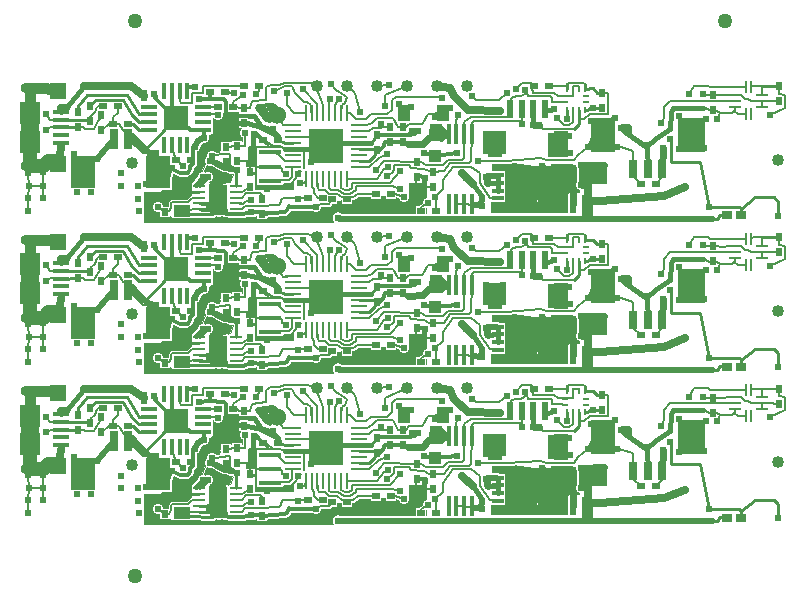
<source format=gtl>
%FSTAX24Y24*%
%MOIN*%
%IN LAYER1.GBR *%
%ADD10C,0.0001*%
%ADD11C,0.0020*%
%ADD12C,0.0039*%
%ADD13C,0.0040*%
%ADD14C,0.0050*%
%ADD15C,0.0060*%
%ADD16C,0.0068*%
%ADD17C,0.0080*%
%ADD18C,0.0090*%
%ADD19C,0.0091*%
%ADD20C,0.0098*%
%ADD21C,0.0100*%
%ADD22C,0.0106*%
%ADD23C,0.0110*%
%ADD24C,0.0118*%
%ADD25C,0.0120*%
%ADD26C,0.0129*%
%ADD27C,0.0130*%
%ADD28C,0.0134*%
%ADD29C,0.0140*%
%ADD30C,0.0142*%
%ADD31C,0.0150*%
%ADD32C,0.0157*%
%ADD33C,0.0159*%
%ADD34C,0.0160*%
%ADD35C,0.0176*%
%ADD36C,0.0180*%
%ADD37C,0.0194*%
%ADD38C,0.0197*%
%ADD39C,0.0200*%
%ADD40C,0.0220*%
%ADD41C,0.0238*%
%ADD42C,0.0240*%
%ADD43C,0.0250*%
%ADD44C,0.0260*%
%ADD45C,0.0270*%
%ADD46C,0.0277*%
%ADD47C,0.0283*%
%ADD48C,0.0300*%
%ADD49C,0.0320*%
%ADD50C,0.0340*%
%ADD51C,0.0354*%
%ADD52C,0.0360*%
%ADD53C,0.0380*%
%ADD54C,0.0400*%
%ADD55C,0.0472*%
%ADD56C,0.0474*%
%ADD57C,0.0500*%
%ADD58C,0.0520*%
%ADD59C,0.0591*%
%ADD60C,0.0600*%
%ADD61C,0.0720*%
%ADD62C,0.0820*%
%ADD63O,0.0098X0.0551*%
%ADD64O,0.0218X0.0671*%
%ADD65O,0.0551X0.0098*%
%ADD66O,0.0630X0.0354*%
%ADD67O,0.0671X0.0218*%
%ADD68O,0.0750X0.0474*%
%ADD69R,0.0091X0.0217*%
%ADD70R,0.0094X0.0394*%
%ADD71R,0.0100X0.0150*%
%ADD72R,0.0134X0.0571*%
%ADD73R,0.0165X0.0701*%
%ADD74R,0.0200X0.0250*%
%ADD75R,0.0211X0.0337*%
%ADD76R,0.0214X0.0514*%
%ADD77R,0.0217X0.0091*%
%ADD78R,0.0220X0.0230*%
%ADD79R,0.0236X0.0610*%
%ADD80R,0.0236X0.0630*%
%ADD81R,0.0250X0.0200*%
%ADD82R,0.0254X0.0691*%
%ADD83R,0.0285X0.0821*%
%ADD84R,0.0315X0.0630*%
%ADD85R,0.0315X0.0669*%
%ADD86R,0.0320X0.0370*%
%ADD87R,0.0337X0.0211*%
%ADD88R,0.0340X0.0350*%
%ADD89R,0.0354X0.0276*%
%ADD90R,0.0356X0.0730*%
%ADD91R,0.0356X0.0750*%
%ADD92R,0.0370X0.0320*%
%ADD93R,0.0380X0.0430*%
%ADD94R,0.0394X0.0094*%
%ADD95R,0.0394X0.0098*%
%ADD96R,0.0394X0.0177*%
%ADD97R,0.0394X0.0551*%
%ADD98R,0.0425X0.0413*%
%ADD99R,0.0430X0.0380*%
%ADD100R,0.0435X0.0750*%
%ADD101R,0.0435X0.0789*%
%ADD102R,0.0471X0.0294*%
%ADD103R,0.0474X0.0396*%
%ADD104R,0.0500X0.0866*%
%ADD105R,0.0514X0.0214*%
%ADD106R,0.0514X0.0218*%
%ADD107R,0.0514X0.0297*%
%ADD108R,0.0514X0.0671*%
%ADD109R,0.0531X0.0157*%
%ADD110R,0.0551X0.0531*%
%ADD111R,0.0571X0.0134*%
%ADD112R,0.0571X0.0394*%
%ADD113R,0.0591X0.0866*%
%ADD114R,0.0620X0.0986*%
%ADD115R,0.0645X0.0633*%
%ADD116R,0.0651X0.0277*%
%ADD117R,0.0671X0.0651*%
%ADD118R,0.0688X0.0649*%
%ADD119R,0.0689X0.0748*%
%ADD120R,0.0691X0.0254*%
%ADD121R,0.0691X0.0514*%
%ADD122R,0.0709X0.1181*%
%ADD123R,0.0711X0.0986*%
%ADD124R,0.0748X0.0709*%
%ADD125R,0.0748X0.0157*%
%ADD126R,0.0748X0.0709*%
%ADD127R,0.0787X0.0787*%
%ADD128R,0.0809X0.0868*%
%ADD129R,0.0827X0.1102*%
%ADD130R,0.0827X0.1181*%
%ADD131R,0.0868X0.0277*%
%ADD132R,0.0868X0.0829*%
%ADD133R,0.0907X0.0907*%
%ADD134R,0.0947X0.1222*%
%ADD135R,0.0947X0.1301*%
%ADD136R,0.1181X0.1181*%
%ADD137R,0.1301X0.1301*%
D13*X017198Y004426D02*G01X01835D01*Y005108D01*X01875D01*
X018784Y005991D01*X018186Y005966D01*X017244Y00597D01*X01583Y006158D01*
X01582Y004426D01*X017198D01*G36*G01X01835D01*Y005108D01*X01875D01*
X018784Y005991D01*X018186Y005966D01*X017244Y00597D01*X01583Y006158D01*
X01582Y004426D01*X017198D01*G37*X00672Y005398D02*G01X007108Y005412D01*
X00726Y005788D01*X006343Y006007D01*X00615Y005548D01*X006705Y005308D01*
G36*X00672Y005398D02*G01X007108Y005412D01*X00726Y005788D01*
X006343Y006007D01*X00615Y005548D01*X006705Y005308D01*G37*D10*
X004249Y004091D02*G01X004251Y005093D01*D11*X004811D01*
X005211Y005713D01*X005271Y005733D01*X005631Y005673D01*
X005951Y006453D01*X006031Y006713D01*X006531Y007053D01*Y007573D01*
X007087Y007776D01*X007382D01*X007556Y006776D01*X006896D01*
X006751Y006433D01*X006431D01*X006131Y005713D01*X005911Y005393D01*
X005811Y005353D01*Y004953D01*X005686Y004808D01*X005111Y004713D01*
X005031Y004573D01*X004611D01*D10*X004803Y004488D01*X005157Y004252D01*
X009094Y004449D01*X009252Y004488D01*X010118D01*X010157Y004646D01*
X010748Y004803D01*X011417Y004961D01*X013071D01*Y005394D01*X013228D01*
X013189Y005551D01*X013661Y005591D01*Y004331D01*X010551Y004252D01*
X010559Y004091D01*X004249D01*G36*G01X004251Y005093D01*X004811D01*
X005211Y005713D01*X005271Y005733D01*X005631Y005673D01*
X005951Y006453D01*X006031Y006713D01*X006531Y007053D01*Y007573D01*
X007087Y007776D01*X007382D01*X007556Y006776D01*X006896D01*
X006751Y006433D01*X006431D01*X006131Y005713D01*X005911Y005393D01*
X005811Y005353D01*Y004953D01*X005686Y004808D01*X005111Y004713D01*
X005031Y004573D01*X004611D01*X004803Y004488D01*X005157Y004252D01*
X009094Y004449D01*X009252Y004488D01*X010118D01*X010157Y004646D01*
X010748Y004803D01*X011417Y004961D01*X013071D01*Y005394D01*X013228D01*
X013189Y005551D01*X013661Y005591D01*Y004331D01*X010551Y004252D01*
X010559Y004091D01*X004249D01*G37*D13*X017198Y009465D02*G01X01835D01*
Y010147D01*X01875D01*X018784Y01103D01*X018186Y011005D01*
X017244Y011009D01*X01583Y011197D01*X01582Y009465D01*X017198D01*G36*
G01X01835D01*Y010147D01*X01875D01*X018784Y01103D01*X018186Y011005D01*
X017244Y011009D01*X01583Y011197D01*X01582Y009465D01*X017198D01*G37*
X00672Y010437D02*G01X007108Y010451D01*X00726Y010827D01*
X006343Y011046D01*X00615Y010587D01*X006705Y010347D01*G36*
X00672Y010437D02*G01X007108Y010451D01*X00726Y010827D01*
X006343Y011046D01*X00615Y010587D01*X006705Y010347D01*G37*D10*
X004249Y00913D02*G01X004251Y010132D01*D11*X004811D01*X005211Y010752D01*
X005271Y010772D01*X005631Y010712D01*X005951Y011492D01*
X006031Y011752D01*X006531Y012092D01*Y012612D01*X007087Y012815D01*
X007382D01*X007556Y011815D01*X006896D01*X006751Y011472D01*X006431D01*
X006131Y010752D01*X005911Y010432D01*X005811Y010392D01*Y009992D01*
X005686Y009847D01*X005111Y009752D01*X005031Y009612D01*X004611D01*D10*
X004803Y009528D01*X005157Y009291D01*X009094Y009488D01*
X009252Y009528D01*X010118D01*X010157Y009685D01*X010748Y009843D01*
X011417Y01D01*X013071D01*Y010433D01*X013228D01*X013189Y010591D01*
X013661Y01063D01*Y00937D01*X010551Y009291D01*X010559Y00913D01*
X004249D01*G36*G01X004251Y010132D01*X004811D01*X005211Y010752D01*
X005271Y010772D01*X005631Y010712D01*X005951Y011492D01*
X006031Y011752D01*X006531Y012092D01*Y012612D01*X007087Y012815D01*
X007382D01*X007556Y011815D01*X006896D01*X006751Y011472D01*X006431D01*
X006131Y010752D01*X005911Y010432D01*X005811Y010392D01*Y009992D01*
X005686Y009847D01*X005111Y009752D01*X005031Y009612D01*X004611D01*
X004803Y009528D01*X005157Y009291D01*X009094Y009488D01*
X009252Y009528D01*X010118D01*X010157Y009685D01*X010748Y009843D01*
X011417Y01D01*X013071D01*Y010433D01*X013228D01*X013189Y010591D01*
X013661Y01063D01*Y00937D01*X010551Y009291D01*X010559Y00913D01*
X004249D01*G37*D13*X017198Y014505D02*G01X01835D01*Y015186D01*X01875D01*
X018784Y016069D01*X018186Y016044D01*X017244Y016048D01*X01583Y016236D01*
X01582Y014505D01*X017198D01*G36*G01X01835D01*Y015186D01*X01875D01*
X018784Y016069D01*X018186Y016044D01*X017244Y016048D01*X01583Y016236D01*
X01582Y014505D01*X017198D01*G37*X00672Y015476D02*G01X007108Y01549D01*
X00726Y015866D01*X006343Y016085D01*X00615Y015626D01*X006705Y015386D01*
G36*X00672Y015476D02*G01X007108Y01549D01*X00726Y015866D01*
X006343Y016085D01*X00615Y015626D01*X006705Y015386D01*G37*D10*
X004249Y014169D02*G01X004251Y015171D01*D11*X004811D01*
X005211Y015791D01*X005271Y015811D01*X005631Y015751D01*
X005951Y016531D01*X006031Y016791D01*X006531Y017131D01*Y017651D01*
X007087Y017854D01*X007382D01*X007556Y016855D01*X006896D01*
X006751Y016511D01*X006431D01*X006131Y015791D01*X005911Y015471D01*
X005811Y015431D01*Y015031D01*X005686Y014886D01*X005111Y014791D01*
X005031Y014651D01*X004611D01*D10*X004803Y014567D01*X005157Y014331D01*
X009094Y014528D01*X009252Y014567D01*X010118D01*X010157Y014724D01*
X010748Y014882D01*X011417Y015039D01*X013071D01*Y015472D01*X013228D01*
X013189Y01563D01*X013661Y015669D01*Y014409D01*X010551Y014331D01*
X010559Y014169D01*X004249D01*G36*G01X004251Y015171D01*X004811D01*
X005211Y015791D01*X005271Y015811D01*X005631Y015751D01*
X005951Y016531D01*X006031Y016791D01*X006531Y017131D01*Y017651D01*
X007087Y017854D01*X007382D01*X007556Y016855D01*X006896D01*
X006751Y016511D01*X006431D01*X006131Y015791D01*X005911Y015471D01*
X005811Y015431D01*Y015031D01*X005686Y014886D01*X005111Y014791D01*
X005031Y014651D01*X004611D01*X004803Y014567D01*X005157Y014331D01*
X009094Y014528D01*X009252Y014567D01*X010118D01*X010157Y014724D01*
X010748Y014882D01*X011417Y015039D01*X013071D01*Y015472D01*X013228D01*
X013189Y01563D01*X013661Y015669D01*Y014409D01*X010551Y014331D01*
X010559Y014169D01*X004249D01*G37*
%LPC*%
D62*X023622Y020866D03*X003937D03*Y002362D03*D99*X00693Y008428D03*D52*
X00723Y008398D03*D99*X021299Y005354D03*D100*X021526Y005857D03*D52*
X021533Y006572D03*D93*X00282Y007667D03*X002053Y007251D03*D116*
X001483Y007246D03*D52*X000984Y007174D03*D93*X0195Y007908D03*D52*
X01922D03*D75*X01893Y00783D03*D92*X01349Y004458D03*D52*X0137Y004738D03*
D92*X01399Y004458D03*D52*X013937Y004921D03*D107*X01605Y004877D03*D99*
X017259Y008611D03*D75*X018536Y008539D03*X018733D03*D52*
X01664Y008518D03*D99*X017759Y008611D03*D75*X018339Y008539D03*X01893D03*
D93*X0195Y008408D03*D75*X018733Y00783D03*D52*X01741Y007328D03*
X017221Y007338D03*D91*X017229Y007872D03*D99*X00287Y007957D03*D93*
X002443Y007471D03*D116*X001483Y007501D03*D52*X000984Y007686D03*D58*
X025394Y006161D03*X003839Y006063D03*D116*X001483Y007757D03*D52*
X00426Y008218D03*Y008398D03*D116*X001483Y00699D03*D29*
X021063Y008189D03*X024902Y004488D03*X023524Y005906D03*
X022475Y004686D03*D91*X017623Y007872D03*D29*X017919Y007861D03*D114*
X018135Y006678D03*X01593D03*D101*X003232Y006858D03*D52*
X002672Y006201D03*D134*X004728Y005755D03*X002228D03*D135*
X019538Y006999D03*X02253D03*D118*X018178Y005687D03*D132*X01932D03*D107*
X017389Y004877D03*D93*X002443Y007971D03*D120*X004407Y007425D03*D86*
X007361Y006128D03*D52*X007751Y006028D03*D93*X007766Y005761D03*D52*
X00833Y005207D03*D86*X006966Y006606D03*X007361Y006628D03*D52*
X007621Y007068D03*D92*X012488Y005037D03*D52*X012928Y004927D03*D99*
X009708Y004893D03*D106*X007321Y004513D03*D52*X009373Y004862D03*D99*
X010208Y004893D03*D64*X00983Y005524D03*D93*X002053Y007751D03*D120*
X004407Y007681D03*D92*X010518Y004847D03*D52*X00999Y004607D03*D93*
X008191Y004373D03*D88*X007801Y004418D03*D52*X006941Y004413D03*D106*
X006081Y004513D03*Y00471D03*D121*X005516Y004474D03*D52*
X006541Y004413D03*D123*X006701Y004907D03*D92*X011018Y004847D03*D64*
X010027Y005524D03*D92*X011988Y005037D03*D99*X008088Y008612D03*D52*
X007978Y008342D03*D93*X008191Y004873D03*D106*X007321Y004907D03*D93*
X007766Y005261D03*D106*X007321Y005103D03*D88*X007801Y004828D03*D106*
X007321Y00471D03*D33*X002821Y0055D03*X00164D03*D58*X015006Y008626D03*
X013006D03*D52*X012279Y007954D03*D58*X012006Y008626D03*D52*
X01241Y008658D03*D58*X011006Y008626D03*D52*X011452Y007765D03*D61*
X00867Y007657D03*D67*X00922Y007315D03*D82*X005687Y008449D03*D52*
X005951Y008605D03*D82*X005431Y006658D03*X005687D03*D120*
X006199Y007425D03*Y007937D03*D99*X00672Y007938D03*D82*
X005431Y008449D03*D99*X007588Y008612D03*D82*X004919Y008449D03*D120*
X004407Y007937D03*Y007169D03*D99*X003703Y007371D03*D82*
X004919Y006658D03*D64*X010224Y005524D03*X010618D03*X010814D03*D52*
X01279Y005778D03*D67*X011425Y006331D03*X00922Y007118D03*
X011425Y006528D03*D93*X012Y006477D03*D67*X011425Y006134D03*D93*
X01243Y006748D03*X012881Y006748D03*D52*X013192Y00665D03*D115*
X013931Y006978D03*D83*X014401Y007041D03*D52*X014093Y007271D03*
X013883D03*D67*X011425Y006921D03*Y007118D03*D93*X01243Y007248D03*D52*
X012131Y007348D03*D64*X011011Y007728D03*D52*X014191Y008218D03*D64*
X010421Y007728D03*D52*X01043Y008185D03*D64*X00983Y007728D03*D52*
X00858Y008458D03*D64*X009633Y007728D03*D52*X009025Y008403D03*D67*
X00922Y006331D03*D106*X006081Y0053D03*D52*X00639Y005578D03*X00621D03*
D106*X006081Y004907D03*D86*X004958Y004437D03*D52*X004712Y004603D03*D83*
X014401Y004702D03*D105*X02484Y008331D03*D93*X02541Y008618D03*D76*
X024496Y008577D03*D52*X025127Y007665D03*D76*X024299Y008577D03*D52*
X0224Y008348D03*D105*X023954Y008134D03*D52*X021479Y007381D03*D76*
X024496Y007692D03*D75*X018339Y00783D03*D52*X018339Y007541D03*D87*
X01828Y008283D03*D75*X018536Y00783D03*D52*X018009Y007561D03*D87*
X018989Y008086D03*Y008283D03*D52*X01633Y008378D03*X015186Y008279D03*
X021772Y00685D03*X02307Y004588D03*D103*X024158Y00431D03*D52*
X025394Y004291D03*X006071Y008185D03*D99*X00643Y008428D03*D86*
X00757Y007378D03*D99*X008711Y006818D03*D67*X00922Y006724D03*D52*
X00855Y007187D03*D106*X006081Y005103D03*D102*X005516Y005222D03*D71*
X004958Y004937D03*D93*X013331Y005608D03*X013891Y005268D03*D52*
X016836Y007352D03*D91*Y007872D03*D83*X015169Y007041D03*D93*
X013891Y005768D03*D52*X012343Y005619D03*X005548Y005972D03*D99*
X005327Y006167D03*D82*X005175Y006658D03*D52*X006235Y006903D03*D120*
X006199Y007169D03*D133*X005303Y007553D03*D82*X005175Y008449D03*D52*
X00459Y008358D03*X007548Y008322D03*D99*X00722Y007938D03*D86*
X00757Y007878D03*D58*X010006Y008626D03*D64*X010224Y007728D03*D52*
X010469Y008688D03*D64*X010814Y007728D03*D52*X00792Y007037D03*D99*
X008211Y006818D03*D67*X00922Y006528D03*D137*X010322Y006626D03*D67*
X011425Y006724D03*D93*X012Y006977D03*D52*X013191Y007138D03*X013391D03*
D67*X00922Y006921D03*D52*X006728Y007642D03*D120*X006199Y007681D03*D52*
X009531Y008528D03*D64*X010027Y007728D03*D52*X02288Y008348D03*D93*
X023222Y008315D03*D105*X023954Y008331D03*X02484Y008134D03*D93*
X02541Y008118D03*D105*X02484Y007938D03*D52*X010731Y008198D03*D64*
X010618Y007728D03*D52*X009436Y005376D03*D64*X009633Y005524D03*D52*
X011968Y005817D03*D93*X013331Y006108D03*D83*X014913Y007041D03*D91*
X016442Y007872D03*D87*X01828Y008086D03*D52*X01695Y008508D03*D53*
X010706Y004219D03*D90*X018946Y004692D03*D52*X022278Y005251D03*
X019449Y004803D03*X018807Y005315D03*X018798Y005981D03*D103*
X023686Y00431D03*D52*X0147Y007648D03*D83*X014657Y007041D03*D52*
X014671Y006378D03*D115*X013931Y006297D03*D52*X013566Y00638D03*
X015501Y004878D03*D83*X014913Y004702D03*X014657D03*X015169D03*D52*
X004648Y006378D03*D101*X003724Y006858D03*D52*X004444Y006382D03*
X005188Y005882D03*X00594Y006597D03*D92*X005827Y006167D03*D52*
X005018Y005332D03*X004328Y005342D03*D99*X003203Y007371D03*D93*
X00282Y007167D03*D99*X00337Y007957D03*D52*X01234Y006348D03*D67*
X011425Y005937D03*D52*X012383Y005919D03*D64*X011011Y005524D03*D52*
X012788Y005197D03*D64*X010421Y005524D03*D52*X01314Y007918D03*
X01275Y008038D03*D108*X0129Y007727D03*D131*X008437Y006411D03*D67*
X00922Y006134D03*D131*X008437Y005939D03*D52*X008971Y005698D03*D131*
X008437Y005466D03*D67*X00922Y005937D03*D52*X00202Y005103D03*
X01443Y007888D03*D108*X014199Y007727D03*D52*X013951Y007608D03*D93*
X012881Y007248D03*D67*X011425Y007315D03*D52*X01622Y006457D03*
X0162Y007018D03*X01566D03*X01563Y006448D03*X018451Y006391D03*
X017799Y006358D03*Y006961D03*X018429D03*D36*X017505Y005957D03*D107*
X017389Y005388D03*Y005644D03*Y005132D03*D90*X018552Y004692D03*D36*
X018268Y005D03*D52*X014851Y005718D03*X004069Y004473D03*
X02298Y007528D03*X02209Y006518D03*X02208Y007618D03*X0229Y006548D03*
X01914Y007448D03*X01996Y007568D03*X01906Y006608D03*X02002D03*D100*
X020542Y005857D03*D99*X020799Y005354D03*D52*X015383Y006139D03*
X01591Y007808D03*X01612D03*D58*X014006Y008626D03*D52*X004039Y004868D03*
X02035Y007268D03*D100*X021034Y005857D03*D93*X023222Y007815D03*D105*
X023954Y007938D03*D76*X024299Y007692D03*D52*X023358Y007534D03*
X02014Y007238D03*X00403Y005288D03*X01498Y005568D03*X01552Y004618D03*
X00348Y005288D03*X00349Y005718D03*X00089Y004888D03*Y005288D03*
X000892Y005751D03*X000415Y00529D03*X000382Y004894D03*X000376Y004465D03*
X000393Y005724D03*D68*X00043Y005946D03*D128*Y006773D03*Y007718D03*D68*
Y008545D03*D117*X001394Y008456D03*Y006035D03*D116*X001483Y006734D03*
D52*X00192Y006347D03*X00652Y006288D03*X006453Y006127D03*D106*
X007321Y0053D03*D86*X006966Y006106D03*D52*X007136Y005866D03*
X006741Y004413D03*X00981Y006107D03*X009391Y005688D03*X002479Y005105D03*
X01565Y005608D03*X0157Y005378D03*D107*X01605Y005132D03*Y005388D03*
Y005644D03*D52*X007336Y005816D03*D99*X00693Y013467D03*D52*
X00723Y013437D03*D99*X021299Y010394D03*D100*X021526Y010897D03*D52*
X021533Y011611D03*D93*X00282Y012706D03*X002053Y012291D03*D116*
X001483Y012285D03*D52*X000984Y012214D03*D93*X0195Y012947D03*D52*
X01922D03*D75*X01893Y012869D03*D92*X01349Y009497D03*D52*
X0137Y009777D03*D92*X01399Y009497D03*D52*X013937Y009961D03*D107*
X01605Y009916D03*D99*X017259Y01365D03*D75*X018536Y013578D03*X018733D03*
D52*X01664Y013557D03*D99*X017759Y01365D03*D75*X018339Y013578D03*
X01893D03*D93*X0195Y013447D03*D75*X018733Y012869D03*D52*
X01741Y012367D03*X017221Y012377D03*D91*X017229Y012912D03*D99*
X00287Y012996D03*D93*X002443Y012511D03*D116*X001483Y012541D03*D52*
X000984Y012726D03*D58*X025394Y011201D03*X003839Y011102D03*D116*
X001483Y012797D03*D52*X00426Y013257D03*Y013437D03*D116*
X001483Y012029D03*D29*X021063Y013228D03*X024902Y009528D03*
X023524Y010945D03*X022475Y009725D03*D91*X017623Y012912D03*D29*
X017919Y0129D03*D114*X018135Y011718D03*X01593D03*D101*
X003232Y011897D03*D52*X002672Y011241D03*D134*X004728Y010795D03*
X002228D03*D135*X019538Y012038D03*X02253D03*D118*X018178Y010726D03*
D132*X01932D03*D107*X017389Y009916D03*D93*X002443Y013011D03*D120*
X004407Y012465D03*D86*X007361Y011167D03*D52*X007751Y011067D03*D93*
X007766Y0108D03*D52*X00833Y010246D03*D86*X006966Y011645D03*
X007361Y011667D03*D52*X007621Y012107D03*D92*X012488Y010076D03*D52*
X012928Y009966D03*D99*X009708Y009932D03*D106*X007321Y009552D03*D52*
X009373Y009901D03*D99*X010208Y009932D03*D64*X00983Y010563D03*D93*
X002053Y012791D03*D120*X004407Y012721D03*D92*X010518Y009886D03*D52*
X00999Y009646D03*D93*X008191Y009412D03*D88*X007801Y009457D03*D52*
X006941Y009452D03*D106*X006081Y009552D03*Y009749D03*D121*
X005516Y009513D03*D52*X006541Y009452D03*D123*X006701Y009946D03*D92*
X011018Y009886D03*D64*X010027Y010563D03*D92*X011988Y010076D03*D99*
X008088Y013651D03*D52*X007978Y013381D03*D93*X008191Y009912D03*D106*
X007321Y009946D03*D93*X007766Y0103D03*D106*X007321Y010143D03*D88*
X007801Y009867D03*D106*X007321Y009749D03*D33*X002821Y010539D03*
X00164D03*D58*X015006Y013665D03*X013006D03*D52*X012279Y012993D03*D58*
X012006Y013665D03*D52*X01241Y013697D03*D58*X011006Y013665D03*D52*
X011452Y012804D03*D61*X00867Y012696D03*D67*X00922Y012354D03*D82*
X005687Y013488D03*D52*X005951Y013644D03*D82*X005431Y011697D03*
X005687D03*D120*X006199Y012465D03*Y012977D03*D99*X00672Y012977D03*D82*
X005431Y013488D03*D99*X007588Y013651D03*D82*X004919Y013488D03*D120*
X004407Y012977D03*Y012209D03*D99*X003703Y012411D03*D82*
X004919Y011697D03*D64*X010224Y010563D03*X010618D03*X010814D03*D52*
X01279Y010817D03*D67*X011425Y01137D03*X00922Y012158D03*
X011425Y011567D03*D93*X012Y011516D03*D67*X011425Y011173D03*D93*
X01243Y011787D03*X012881Y011787D03*D52*X013192Y011689D03*D115*
X013931Y012018D03*D83*X014401Y01208D03*D52*X014093Y01231D03*X013883D03*
D67*X011425Y011961D03*Y012158D03*D93*X01243Y012287D03*D52*
X012131Y012387D03*D64*X011011Y012768D03*D52*X014191Y013257D03*D64*
X010421Y012768D03*D52*X01043Y013224D03*D64*X00983Y012768D03*D52*
X00858Y013497D03*D64*X009633Y012768D03*D52*X009025Y013442D03*D67*
X00922Y01137D03*D106*X006081Y01034D03*D52*X00639Y010617D03*X00621D03*
D106*X006081Y009946D03*D86*X004958Y009476D03*D52*X004712Y009642D03*D83*
X014401Y009741D03*D105*X02484Y013371D03*D93*X02541Y013657D03*D76*
X024496Y013617D03*D52*X025127Y012704D03*D76*X024299Y013617D03*D52*
X0224Y013387D03*D105*X023954Y013174D03*D52*X021479Y01242D03*D76*
X024496Y012731D03*D75*X018339Y012869D03*D52*X018339Y01258D03*D87*
X01828Y013322D03*D75*X018536Y012869D03*D52*X018009Y0126D03*D87*
X018989Y013125D03*Y013322D03*D52*X01633Y013417D03*X015186Y013318D03*
X021772Y01189D03*X02307Y009627D03*D103*X024158Y009349D03*D52*
X025394Y009331D03*X006071Y013224D03*D99*X00643Y013467D03*D86*
X00757Y012417D03*D99*X008711Y011857D03*D67*X00922Y011764D03*D52*
X00855Y012226D03*D106*X006081Y010143D03*D102*X005516Y010261D03*D71*
X004958Y009976D03*D93*X013331Y010647D03*X013891Y010307D03*D52*
X016836Y012392D03*D91*Y012912D03*D83*X015169Y01208D03*D93*
X013891Y010807D03*D52*X012343Y010658D03*X005548Y011011D03*D99*
X005327Y011206D03*D82*X005175Y011697D03*D52*X006235Y011942D03*D120*
X006199Y012209D03*D133*X005303Y012593D03*D82*X005175Y013488D03*D52*
X00459Y013397D03*X007548Y013361D03*D99*X00722Y012977D03*D86*
X00757Y012917D03*D58*X010006Y013665D03*D64*X010224Y012768D03*D52*
X010469Y013727D03*D64*X010814Y012768D03*D52*X00792Y012076D03*D99*
X008211Y011857D03*D67*X00922Y011567D03*D137*X010322Y011665D03*D67*
X011425Y011764D03*D93*X012Y012016D03*D52*X013191Y012177D03*X013391D03*
D67*X00922Y011961D03*D52*X006728Y012681D03*D120*X006199Y012721D03*D52*
X009531Y013567D03*D64*X010027Y012768D03*D52*X02288Y013387D03*D93*
X023222Y013354D03*D105*X023954Y013371D03*X02484Y013174D03*D93*
X02541Y013157D03*D105*X02484Y012977D03*D52*X010731Y013237D03*D64*
X010618Y012768D03*D52*X009436Y010415D03*D64*X009633Y010563D03*D52*
X011968Y010856D03*D93*X013331Y011147D03*D83*X014913Y01208D03*D91*
X016442Y012912D03*D87*X01828Y013125D03*D52*X01695Y013547D03*D53*
X010706Y009258D03*D90*X018946Y009732D03*D52*X022278Y01029D03*
X019449Y009843D03*X018807Y010354D03*X018798Y01102D03*D103*
X023686Y009349D03*D52*X0147Y012687D03*D83*X014657Y01208D03*D52*
X014671Y011417D03*D115*X013931Y011336D03*D52*X013566Y011419D03*
X015501Y009917D03*D83*X014913Y009741D03*X014657D03*X015169D03*D52*
X004648Y011417D03*D101*X003724Y011897D03*D52*X004444Y011421D03*
X005188Y010921D03*X00594Y011636D03*D92*X005827Y011206D03*D52*
X005018Y010371D03*X004328Y010381D03*D99*X003203Y012411D03*D93*
X00282Y012206D03*D99*X00337Y012996D03*D52*X01234Y011387D03*D67*
X011425Y010976D03*D52*X012383Y010958D03*D64*X011011Y010563D03*D52*
X012788Y010236D03*D64*X010421Y010563D03*D52*X01314Y012957D03*
X01275Y013077D03*D108*X0129Y012766D03*D131*X008437Y01145D03*D67*
X00922Y011173D03*D131*X008437Y010978D03*D52*X008971Y010737D03*D131*
X008437Y010506D03*D67*X00922Y010976D03*D52*X00202Y010142D03*
X01443Y012927D03*D108*X014199Y012766D03*D52*X013951Y012647D03*D93*
X012881Y012287D03*D67*X011425Y012354D03*D52*X01622Y011496D03*
X0162Y012057D03*X01566D03*X01563Y011487D03*X018451Y01143D03*
X017799Y011397D03*Y012D03*X018429D03*D36*X017505Y010996D03*D107*
X017389Y010428D03*Y010684D03*Y010172D03*D90*X018552Y009732D03*D36*
X018268Y010039D03*D52*X014851Y010757D03*X004069Y009512D03*
X02298Y012567D03*X02209Y011557D03*X02208Y012657D03*X0229Y011587D03*
X01914Y012487D03*X01996Y012607D03*X01906Y011647D03*X02002D03*D100*
X020542Y010897D03*D99*X020799Y010394D03*D52*X015383Y011178D03*
X01591Y012847D03*X01612D03*D58*X014006Y013665D03*D52*X004039Y009907D03*
X02035Y012307D03*D100*X021034Y010897D03*D93*X023222Y012854D03*D105*
X023954Y012977D03*D76*X024299Y012731D03*D52*X023358Y012573D03*
X02014Y012277D03*X00403Y010327D03*X01498Y010607D03*X01552Y009657D03*
X00348Y010327D03*X00349Y010757D03*X00089Y009927D03*Y010327D03*
X000892Y01079D03*X000415Y010329D03*X000382Y009934D03*X000376Y009504D03*
X000393Y010764D03*D68*X00043Y010986D03*D128*Y011813D03*Y012757D03*D68*
Y013584D03*D117*X001394Y013496D03*Y011074D03*D116*X001483Y011773D03*
D52*X00192Y011386D03*X00652Y011327D03*X006453Y011166D03*D106*
X007321Y01034D03*D86*X006966Y011145D03*D52*X007136Y010905D03*
X006741Y009452D03*X00981Y011146D03*X009391Y010727D03*X002479Y010144D03*
X01565Y010647D03*X0157Y010417D03*D107*X01605Y010172D03*Y010428D03*
Y010684D03*D52*X007336Y010855D03*D99*X00693Y018506D03*D52*
X00723Y018476D03*D99*X021299Y015433D03*D100*X021526Y015936D03*D52*
X021533Y01665D03*X000984Y017253D03*D116*X001483Y017324D03*D93*
X002053Y01733D03*X00282Y017746D03*X0195Y017986D03*D52*X01922D03*D75*
X01893Y017909D03*D92*X01349Y014536D03*D52*X0137Y014816D03*D92*
X01399Y014536D03*D52*X013937Y015D03*D107*X01605Y014955D03*D99*
X017259Y018689D03*D75*X018536Y018617D03*X018733D03*D52*
X01664Y018596D03*D99*X017759Y018689D03*D75*X018339Y018617D03*X01893D03*
D93*X0195Y018486D03*D75*X018733Y017909D03*D52*X01741Y017406D03*
X017221Y017416D03*D91*X017229Y017951D03*D99*X00287Y018036D03*D93*
X002443Y01755D03*D116*X001483Y01758D03*D52*X000984Y017765D03*D58*
X025394Y01624D03*X003839Y016142D03*D116*X001483Y017836D03*D52*
X00426Y018296D03*Y018476D03*D116*X001483Y017068D03*D29*
X021063Y018268D03*X024902Y014567D03*X023524Y015984D03*
X022475Y014765D03*D91*X017623Y017951D03*D29*X017919Y017939D03*D114*
X018135Y016757D03*X01593D03*D101*X003232Y016936D03*D52*
X002672Y01628D03*D134*X004728Y015834D03*X002228D03*D135*
X019538Y017078D03*X02253D03*D118*X018178Y015765D03*D132*X01932D03*D107*
X017389Y014955D03*D93*X002443Y01805D03*D120*X004407Y017504D03*D86*
X007361Y016206D03*D52*X007751Y016106D03*D93*X007766Y01584D03*D52*
X00833Y015286D03*D86*X006966Y016685D03*X007361Y016706D03*D52*
X007621Y017146D03*D92*X012488Y015115D03*D52*X012928Y015005D03*D99*
X009708Y014971D03*D106*X007321Y014592D03*D52*X009373Y01494D03*D99*
X010208Y014971D03*D64*X00983Y015602D03*D93*X002053Y01783D03*D120*
X004407Y01776D03*D92*X010518Y014925D03*D52*X00999Y014685D03*D93*
X008191Y014451D03*D88*X007801Y014496D03*D52*X006941Y014491D03*D106*
X006081Y014592D03*Y014788D03*D121*X005516Y014552D03*D52*
X006541Y014491D03*D123*X006701Y014985D03*D92*X011018Y014925D03*D64*
X010027Y015602D03*D92*X011988Y015115D03*D99*X008088Y01869D03*D52*
X007978Y01842D03*D93*X008191Y014951D03*D106*X007321Y014985D03*D93*
X007766Y01534D03*D106*X007321Y015182D03*D88*X007801Y014906D03*D106*
X007321Y014788D03*D33*X002821Y015579D03*X00164D03*D58*
X015006Y018705D03*X013006D03*D52*X012279Y018032D03*D58*
X012006Y018705D03*D52*X01241Y018736D03*D58*X011006Y018705D03*D52*
X011452Y017843D03*D61*X00867Y017735D03*D67*X00922Y017394D03*D82*
X005687Y018528D03*D52*X005951Y018683D03*D82*X005431Y016736D03*
X005687D03*D120*X006199Y017504D03*Y018016D03*D99*X00672Y018016D03*D82*
X005431Y018528D03*D99*X007588Y01869D03*D82*X004919Y018528D03*D120*
X004407Y018016D03*Y017248D03*D99*X003703Y01745D03*D82*
X004919Y016736D03*D64*X010224Y015602D03*X010618D03*X010814D03*D52*
X01279Y015856D03*D67*X011425Y01641D03*X00922Y017197D03*
X011425Y016606D03*D93*X012Y016555D03*D67*X011425Y016213D03*D93*
X01243Y016826D03*X012881Y016826D03*D52*X013192Y016728D03*D115*
X013931Y017057D03*D83*X014401Y017119D03*D52*X014093Y017349D03*
X013883D03*D67*X011425Y017D03*Y017197D03*D93*X01243Y017326D03*D52*
X012131Y017426D03*D64*X011011Y017807D03*D52*X014191Y018296D03*D64*
X010421Y017807D03*D52*X01043Y018263D03*D64*X00983Y017807D03*D52*
X00858Y018536D03*D64*X009633Y017807D03*D52*X009025Y018481D03*D67*
X00922Y01641D03*D106*X006081Y015379D03*D52*X00639Y015656D03*X00621D03*
D106*X006081Y014985D03*D86*X004958Y014515D03*D52*X004712Y014681D03*D83*
X014401Y014781D03*D105*X02484Y01841D03*D93*X02541Y018696D03*D76*
X024496Y018656D03*D52*X025127Y017744D03*D76*X024299Y018656D03*D52*
X0224Y018426D03*D105*X023954Y018213D03*D52*X021479Y017459D03*D76*
X024496Y01777D03*D75*X018339Y017909D03*D52*X018339Y017619D03*D87*
X01828Y018362D03*D75*X018536Y017909D03*D52*X018009Y017639D03*D87*
X018989Y018165D03*Y018362D03*D52*X01633Y018456D03*X015186Y018357D03*
X021772Y016929D03*X02307Y014666D03*D103*X024158Y014388D03*D52*
X025394Y01437D03*X006071Y018263D03*D99*X00643Y018506D03*D86*
X00757Y017456D03*D99*X008711Y016896D03*D67*X00922Y016803D03*D52*
X00855Y017265D03*D106*X006081Y015182D03*D102*X005516Y0153D03*D71*
X004958Y015015D03*D93*X013331Y015686D03*X013891Y015346D03*D52*
X016836Y017431D03*D91*Y017951D03*D83*X015169Y017119D03*D93*
X013891Y015846D03*D52*X012343Y015697D03*X005548Y016051D03*D99*
X005327Y016245D03*D82*X005175Y016736D03*D52*X006235Y016981D03*D120*
X006199Y017248D03*D133*X005303Y017632D03*D82*X005175Y018528D03*D52*
X00459Y018436D03*X007548Y0184D03*D99*X00722Y018016D03*D86*
X00757Y017956D03*D58*X010006Y018705D03*D64*X010224Y017807D03*D52*
X010469Y018766D03*D64*X010814Y017807D03*D52*X00792Y017115D03*D99*
X008211Y016896D03*D67*X00922Y016606D03*D137*X010322Y016705D03*D67*
X011425Y016803D03*D93*X012Y017055D03*D52*X013191Y017216D03*X013391D03*
D67*X00922Y017D03*D52*X006728Y01772D03*D120*X006199Y01776D03*D52*
X009531Y018606D03*D64*X010027Y017807D03*D52*X02288Y018426D03*D93*
X023222Y018393D03*D105*X023954Y01841D03*X02484Y018213D03*D93*
X02541Y018196D03*D105*X02484Y018016D03*D52*X010731Y018276D03*D64*
X010618Y017807D03*D52*X009436Y015454D03*D64*X009633Y015602D03*D52*
X011968Y015895D03*D93*X013331Y016186D03*D83*X014913Y017119D03*D91*
X016442Y017951D03*D87*X01828Y018165D03*D52*X01695Y018586D03*D53*
X010706Y014297D03*D90*X018946Y014771D03*D52*X022278Y015329D03*
X019449Y014882D03*X018807Y015394D03*X018798Y01606D03*D103*
X023686Y014388D03*D52*X0147Y017726D03*D83*X014657Y017119D03*D52*
X014671Y016456D03*D115*X013931Y016376D03*D52*X013566Y016458D03*
X015501Y014956D03*D83*X014913Y014781D03*X014657D03*X015169D03*D52*
X004648Y016456D03*D101*X003724Y016936D03*D52*X004444Y01646D03*
X005188Y015961D03*X00594Y016675D03*D92*X005827Y016245D03*D52*
X005018Y015411D03*X004328Y015421D03*D99*X003203Y01745D03*D93*
X00282Y017246D03*D99*X00337Y018036D03*D52*X01234Y016426D03*D67*
X011425Y016016D03*D52*X012383Y015997D03*D64*X011011Y015602D03*D52*
X012788Y015275D03*D64*X010421Y015602D03*D52*X01314Y017996D03*
X01275Y018116D03*D108*X0129Y017805D03*D131*X008437Y01649D03*D67*
X00922Y016213D03*D131*X008437Y016017D03*D52*X008971Y015776D03*D131*
X008437Y015545D03*D67*X00922Y016016D03*D52*X00202Y015181D03*
X01443Y017966D03*D108*X014199Y017805D03*D52*X013951Y017686D03*D93*
X012881Y017326D03*D67*X011425Y017394D03*D52*X01622Y016535D03*
X0162Y017096D03*X01566D03*X01563Y016526D03*X018451Y016469D03*
X017799Y016436D03*Y017039D03*X018429D03*D36*X017505Y016035D03*D107*
X017389Y015467D03*Y015723D03*Y015211D03*D90*X018552Y014771D03*D36*
X018268Y015079D03*D52*X014851Y015796D03*X004069Y014551D03*
X02298Y017606D03*X02209Y016596D03*X02208Y017696D03*X0229Y016626D03*
X01914Y017526D03*X01996Y017646D03*X01906Y016686D03*X02002D03*D100*
X020542Y015936D03*D99*X020799Y015433D03*D52*X015383Y016217D03*
X01591Y017886D03*X01612D03*D58*X014006Y018705D03*D52*X004039Y014946D03*
X02035Y017346D03*D100*X021034Y015936D03*D93*X023222Y017893D03*D105*
X023954Y018016D03*D76*X024299Y01777D03*D52*X023358Y017612D03*
X02014Y017316D03*X00403Y015366D03*X01498Y015646D03*X01552Y014696D03*
X00348Y015366D03*X00349Y015796D03*X00089Y014966D03*Y015366D03*
X000892Y01583D03*X000415Y015369D03*X000382Y014973D03*X000376Y014543D03*
X000393Y015803D03*D68*X00043Y016025D03*D128*Y016852D03*Y017797D03*D68*
Y018624D03*D117*X001394Y018535D03*Y016114D03*D116*X001483Y016813D03*
D52*X00192Y016425D03*X00652Y016366D03*X006453Y016205D03*D106*
X007321Y015379D03*D86*X006966Y016185D03*D52*X007136Y015945D03*
X006741Y014491D03*X00981Y016185D03*X009391Y015766D03*X002479Y015183D03*
X01565Y015686D03*X0157Y015456D03*D107*X01605Y015211D03*Y015467D03*
Y015723D03*D52*X007336Y015895D03*D36*X00693Y008428D02*
G01X00723Y008398D01*X021299Y005354D02*X021526Y005581D01*
X021526Y005857D01*D42*X021533Y006572D01*D36*X00282Y007667D02*
Y007567D01*X0027Y007447D01*X00257Y007197D01*X00227D01*X00224Y007227D01*
X002216Y007251D01*X002053D01*D20*X001483Y007246D01*D36*
X001133Y007251D01*X000984Y007174D01*D18*X0195Y007908D02*X01922D01*D19*
X01909Y007888D01*X019035Y007833D01*X01893Y00783D01*D36*
X01349Y004458D02*Y004598D01*X0137Y004738D01*X01399Y004458D02*
Y004868D01*X013937Y004921D01*X01422Y005177D01*X014221Y005478D01*
X014551Y005928D01*X015151D01*X015433Y005709D01*X01543Y005377D01*
X01578Y004898D01*X01605Y004877D01*X017259Y008611D02*X017153Y008727D01*
X017229Y008401D01*X017929D01*X01804Y008288D01*X01853D01*
X018536Y008539D01*X01854Y008618D01*X01873D01*X018733Y008539D01*
X017153Y008727D02*X01715Y008738D01*X01686D01*X01664Y008518D01*
X017759Y008611D02*X018339Y008611D01*X018339Y008539D01*D19*
X018339Y008697D01*D36*X01838Y008738D01*X01889D01*X01893Y008698D01*D19*
X01893Y008539D01*X019206Y008542D01*X01934Y008408D01*X0195D01*D16*
X01972D01*Y00769D01*X0191D01*X01891Y007538D01*X01874Y007528D01*
X018733Y00783D01*D18*X018733Y007354D01*X018579Y007201D01*D36*
X017559D01*X01748Y007258D01*X01741Y007328D01*D42*X017231D01*D36*
X017221Y007338D01*X017229Y007346D01*D34*Y007872D01*D36*
X00287Y007957D02*X00273D01*X00268Y007927D01*X0026Y007747D01*
X002443Y00759D01*Y007471D01*D20*X002383Y007501D01*X001483Y007501D01*
D36*X001123Y007501D01*X000984Y007686D01*D32*X001483Y007757D02*
X001464Y007886D01*D47*X001654D01*D48*X00226Y008618D01*D47*X00382D01*
X004244Y008293D01*D32*X00426Y008218D01*D36*X004244Y008293D02*
X00426Y008309D01*Y008398D01*X017623Y007872D02*Y007779D01*D34*
X017919Y007861D01*D38*X003232Y006858D02*X002672Y006201D01*D20*
X002443Y007971D02*X00244Y007987D01*X00264Y008168D01*X00356Y008168D01*
X003853Y007641D01*X004069Y007425D01*X004407D01*D36*X007361Y006128D02*
X007711D01*X007751Y006028D01*X007766Y006073D01*Y005761D01*
X00797Y005687D01*Y005197D01*X00821Y005297D01*X00833Y005207D01*
X006966Y006606D02*X007361Y006628D01*X007616Y006626D01*
X007621Y007068D01*X012488Y005037D02*X012618Y005027D01*
X012928Y004927D01*X009708Y004893D02*X009321D01*X008891D01*
X008811Y004813D01*Y004753D01*X008731Y004673D01*X008431D01*
X008381Y004623D01*X007621D01*X007521Y004513D01*X007321Y004513D01*
X009321Y004893D02*X009373Y004862D01*X010208Y004893D02*
X010053Y004903D01*X009913Y005043D01*Y005176D01*X00983Y005258D01*
Y005524D01*D20*X002053Y007751D02*Y007961D01*X00235Y008337D01*X00367D01*
X004083Y007681D01*X004407D01*D36*X010518Y004847D02*X010403Y004702D01*
X010158D01*X00999Y004607D01*D42*X00912D01*D36*X009093Y004634D01*D42*
X009Y004478D01*D36*X008991Y00447D01*D29*X008959Y004438D01*D44*
X008191Y004373D01*D36*X008601Y004408D01*X008201Y004413D01*D42*
X007801Y004418D01*X007559Y004344D01*X007079D01*D25*X006863Y00439D01*
D36*X006941Y004413D01*D29*X006863Y00439D02*X006831Y004418D01*
X00674Y004398D01*X006631Y004428D01*X006591Y004612D01*D36*
X006566Y004503D01*X006081Y004513D01*D21*X006551D01*X006761Y004723D01*
X006081Y00471D01*D36*X006586Y004723D01*X006511Y004513D01*
X005936Y004518D01*X005516Y004474D01*X005838Y004352D01*X006481D01*
X006541Y004413D01*X006591Y004612D02*X006575Y004907D01*X006701D01*
X011018Y004847D02*X011008Y004912D01*X011173Y004917D01*X010858D01*
X010673Y005037D01*X010418D01*X010293Y005157D01*X01009Y005158D01*
X01003Y005238D01*X010027Y005524D01*X011173Y004917D02*X011198D01*
X011378Y005037D01*X011988D01*X008088Y008612D02*Y008462D01*
X007978Y008342D01*X008191Y004873D02*Y004988D01*X008121Y005058D01*
X007651D01*X007528Y004907D01*X007321D01*X007766Y005261D02*
X007507Y005103D01*X007321D01*X007801Y004828D02*X007641Y004788D01*
X007531Y004708D01*X007321Y00471D01*D17*X013006Y008626D02*
X01228Y008318D01*X012279Y007954D01*X012006Y008626D02*X01241Y008658D01*
X011006Y008626D02*X011291Y008398D01*X011452Y007765D01*X00867Y007657D02*
X008885Y007313D01*X00922Y007315D01*D36*X005687Y008449D02*Y008605D01*
D29*X005951D01*D36*X006199Y007937D02*X00672Y007938D01*
X005431Y008449D02*Y008135D01*X005491Y008075D01*X005851D01*Y008395D01*
X006201D01*X006211Y008635D01*X007588D01*Y008612D01*D20*
X004407Y007169D02*X004085D01*X003883Y007371D01*X003703D01*D36*
X010814Y005524D02*X010818Y005238D01*X010958Y005157D01*X011088D01*
X011191Y005224D01*Y005404D01*X012451D01*X01279Y005778D01*D21*
X011425Y006528D02*X011879D01*X012Y006477D01*D36*X01193Y006407D01*D21*
Y006327D01*X011737Y006134D01*X011425D01*D25*X012Y006477D02*
X01211Y006478D01*X01223Y006638D01*X012232Y0067D01*X01228Y006748D01*
X01243Y006748D01*X012881Y006748D01*D36*X012939Y006739D01*D25*
X012881Y006748D01*D36*X013192Y00665D01*D25*X012881Y006748D02*
X013036Y006676D01*D42*X013553Y006683D01*X013722Y006888D01*D40*
X013931Y006978D01*D52*X014151Y006888D01*X014251Y006988D01*D25*
X014401Y007041D01*D36*X01434Y006988D01*D52*X014093Y007271D01*
X013883D01*D36*X011425Y007118D02*X011752D01*X01188Y007237D01*
X01243Y007248D01*X012131Y007248D01*Y007348D01*X011011Y007728D02*
X011127D01*X011317Y007539D01*X011653D01*X011798Y007684D01*X012357D01*
X012508Y007835D01*Y008144D01*X012637Y008273D01*X014136D01*
X014191Y008218D01*X010421Y007728D02*Y008166D01*X01043Y008185D01*
X00983Y007728D02*X009811Y007747D01*X009825Y008008D01*X009678Y008095D01*
X009591D01*X009281Y008408D01*X009175Y008613D01*X008935D01*
X008755Y008523D01*X00858Y008458D01*X009633Y007728D02*X009261Y007728D01*
X009Y007989D01*X009025Y008403D01*D23*X006081Y0053D02*X00633Y005518D01*
D36*X00639Y005578D01*X00621D01*X006081Y004907D02*X005856Y004893D01*
X005708Y004762D01*X005188D01*X005148Y004712D01*X005141Y004658D01*
Y004558D01*X005091Y004453D01*X005021Y00444D01*X004958Y004437D01*
X004712Y004603D01*X02484Y008331D02*Y008626D01*X024841Y008628D01*
Y008598D01*X025351D01*X025381Y008628D01*X02541Y008618D01*X024536D01*
X024496Y008577D01*X024534Y008618D01*X025411Y008611D01*Y008371D01*
X0256Y008327D01*Y007897D01*X025127Y007665D01*X024299Y008577D02*
X02312D01*X02306Y008638D01*X02259D01*X0224Y008348D01*X023954Y008134D02*
X021793D01*X021569Y007911D01*Y007561D01*X021479Y007381D01*D19*
X018339Y00783D02*X018339Y007572D01*D36*X018339Y007541D01*
X018536Y00783D02*X018536Y007634D01*X018549Y007621D01*Y007441D01*
X018429Y007321D01*X018249D01*X018009Y007561D01*X01633Y008378D02*
X01609Y008158D01*X015307D01*X015186Y008279D01*D21*X021772Y00685D02*
X021811Y006693D01*Y006102D01*X02277D01*X02307Y004588D01*
X024086Y00459D01*X024156Y00455D01*X024158Y00431D01*X024156Y00453D01*
X024606Y00491D01*X025246D01*X025394Y004764D01*Y004291D01*D36*
X006071Y008185D02*X006041D01*D29*X00643Y008188D01*D37*Y008428D01*
Y008188D02*X00642D01*X00691Y008177D01*X006973Y008091D01*X00697D01*D26*
Y007788D01*D28*X006973Y007571D01*X006966Y007398D01*D34*X00755D01*
X00757Y007378D01*X00769D01*X00813Y007268D01*X008472Y007198D01*
X00871Y006968D01*Y006909D01*D25*X008711Y006818D01*D21*
X008931Y006728D01*X00922Y006724D01*D36*X008472Y007198D02*
X008483Y007187D01*X00855D01*D14*X006966Y007398D02*X006731Y007153D01*
X006581Y006653D01*X006341Y006593D01*X006161Y006383D01*
X006111Y005973D01*X005951Y005723D01*X005561Y005453D01*D15*
X005571Y005123D01*X006081Y005103D01*D22*X00581Y005098D01*D15*
X005647Y005243D01*X005512Y005356D01*X005516Y005222D01*
X005228Y004972D01*X004958Y004937D01*X004448Y004912D01*
X004398Y004262D01*X004519Y004161D01*X010149D01*X010544Y004582D01*
X01261Y004601D01*X013073Y004649D01*X013358Y005022D01*X013328Y005632D01*
D36*X013331Y005611D01*D25*Y005608D01*Y005611D02*Y005613D01*
X013651Y005598D01*X013622Y005354D01*D17*X013621Y005268D01*X013891D01*
D25*X013651Y005598D02*X013626Y005549D01*D36*X016836Y007352D02*
Y007872D01*X016835Y007861D01*Y007458D01*X01529D01*X015174Y007435D01*
X015169Y007041D01*X015151Y006118D01*X015081Y006048D01*X014461D01*
X014251Y005778D01*X013891Y005768D01*X013741Y005778D01*
X013591Y005868D01*X01313Y005898D01*X01307Y005988D01*X01259Y005998D01*
X012593Y005869D01*X012573Y005809D01*X012503Y005729D01*
X012343Y005619D01*D17*X005548Y005972D02*X005463Y006027D01*
X00546Y006107D01*X005327Y006167D01*X00525Y006358D01*X005175Y006658D01*
D27*X006235Y006903D02*Y007133D01*D36*X006199Y007169D01*D27*X00579D01*
X005737Y007222D01*X005634D01*D36*X005303Y007553D01*X005175Y007685D01*
Y007681D01*D27*Y008449D01*D36*Y007685D02*X00465Y008208D01*
X00459Y008358D01*X007548Y008322D02*X00722Y008108D01*Y007938D01*
X00736D01*X00742Y007878D01*X00757D01*X00778D01*X00786Y008118D01*
X008328Y008162D01*Y008582D01*X00849Y008668D01*X00873D01*
X008935Y008733D01*X009385D01*X009681Y008738D01*X009967Y008676D01*
X010006Y008626D01*X009967Y008676D02*X009986Y008591D01*D17*
X01022Y008008D01*X010224Y007728D01*D36*X010469Y008688D02*
X010638Y008499D01*X011009Y008274D01*X010982Y008147D01*
X010931Y008071D01*X010841Y007998D01*X010814Y007728D01*X00792Y007037D02*
X008083Y006939D01*X0082Y006778D01*X008211Y006818D01*X00835Y006768D01*
D17*X008531Y006618D01*X008781D01*X008961Y006528D01*D35*X00922D01*
X010224D01*D36*X010317Y006621D01*X010322Y006626D01*X010421Y006724D01*
D34*X011425D01*X011818D01*D23*X012Y006977D01*D36*X012021Y006998D01*
X013071D01*X013091Y007078D01*X013191Y007138D01*X013301Y007058D01*
X013121Y006988D01*X013081D01*X013291D01*X013391Y007138D01*
X010317Y006621D02*X010016Y006921D01*D17*X00922D01*D36*
X006728Y007642D02*X006729Y007681D01*X006199D01*X009531Y008528D02*
X01002Y008028D01*X010027Y007728D01*X02288Y008348D02*X023043Y008318D01*
X023222Y008315D01*X023609Y008312D01*X023645Y008331D01*X023954D01*
X024148D01*X024271Y008208D01*X024391D01*X024464Y008134D01*X02484D01*
X02486Y008127D01*X02505Y008137D01*X02541Y008118D01*X02484Y008134D02*
Y007938D01*X010731Y008198D02*X010621Y007988D01*X010618Y007728D01*
X009436Y005376D02*X009628Y005384D01*X00963Y00552D01*X009633Y005524D01*
X011968Y005817D02*X012232Y006137D01*X013331Y006108D01*X013471D01*
X013651Y005988D01*X014221D01*X014371Y006168D01*X014851D01*
X014911Y006228D01*X014913Y007041D01*X014925Y007431D01*
X015151Y007588D01*X016442D01*Y007872D01*X016479Y008221D01*
X016689Y008281D01*X016819D01*X017002Y008395D01*X01701Y008398D01*
X017049Y008281D01*X017779D01*X017821Y008263D01*X017839Y008221D01*
Y008091D01*X018147Y008094D01*X01828Y008086D01*X017002Y008395D02*
X01695Y008448D01*Y008508D01*D39*X010706Y004219D02*X01077Y00419D01*D50*
X018962D01*D39*Y00437D01*X01896Y004678D01*D36*X018946Y004692D01*
X01896Y004678D02*X018945Y004693D01*X019016Y004764D01*Y004803D01*D44*
X019449D01*X021589Y004955D01*X022278Y005251D01*D36*X019449Y004803D02*
X018945Y004693D02*X01894Y004698D01*Y005218D01*X01887Y005288D01*
X018807Y005315D01*X018798Y005981D01*D39*X018962Y00419D02*X023216D01*
D21*X023376D01*X023406Y00432D01*X023686Y00431D01*D36*X0147Y007648D02*
X014662Y007467D01*X014657Y007041D01*D50*X014671Y006378D02*
X013931Y006297D01*D24*X013566Y00638D01*D38*X015501Y004878D02*
X015472Y004646D01*X015199Y004649D01*D36*X014913Y004702D01*X014657D01*
X015199Y004649D02*X015228Y004678D01*X015169Y004702D01*
X004648Y006378D02*X004223Y006377D01*X003724Y006858D01*D38*
X004444Y006382D01*D36*X005188Y005882D01*X00519Y005865D01*D41*
X005438Y005732D01*X005698D01*X00579Y005852D01*Y005957D01*
X00588Y006037D01*Y006587D01*D24*X00594Y006597D01*D36*X00585D01*
Y006307D01*X005827Y006167D01*X005188Y005882D02*X005018Y005332D01*
X004328Y005342D01*X003724Y006858D02*X003667Y007048D01*X00355Y007143D01*
X003409Y007371D01*X00321Y007371D01*X003203Y007371D01*X003064D01*
X00286Y007167D01*X00282D01*X00321Y007371D02*Y007577D01*
X00337Y007737D01*Y007957D01*X01234Y006348D02*X01208Y006227D01*
X011731Y005938D01*X011425Y005937D01*X012383Y005919D02*
X012258Y005852D01*X012015Y005523D01*X011011Y005524D01*
X012788Y005197D02*X012511Y005284D01*X011311D01*Y005164D01*
X011128Y005037D01*X010913D01*X010713Y005157D01*X010478D01*
X010421Y005214D01*Y005524D01*X01314Y007918D02*X0129Y007727D01*
X012911D01*X01275Y007888D01*Y008038D01*X012911Y007727D02*X012949D01*
X0129D01*X008437Y006411D02*X008718Y00637D01*X008954Y006134D01*
X00922D01*X008437Y005939D02*X00883Y005898D01*X00886Y005868D01*
Y005778D01*X008971Y005698D01*X008437Y005466D02*X008801Y005488D01*
X009091D01*X009181Y005598D01*Y005928D01*X00922Y005937D01*
X01443Y007888D02*X01433D01*X014168Y007725D01*X014199Y007727D01*
X01403Y007558D01*X013951Y007608D01*X014168Y007725D02*X01371Y007708D01*
X01356Y007408D01*X013498Y007354D01*X013078D01*X01298Y007248D01*
X012881D01*X01272D01*X01253Y007558D01*X012D01*X01183Y007398D01*
X011667Y007315D01*X011425D01*X01622Y006457D02*X01621Y006548D01*D39*
Y006908D01*D36*X0162Y007018D01*X01566D01*D39*Y006478D01*D36*
X01563Y006448D01*X018451Y006391D02*X017799Y006358D01*D39*Y006961D01*
D36*X018429D01*D40*X017505Y005957D02*X017691Y005388D01*X017389D01*
Y005644D01*D36*Y005388D02*Y005132D01*D40*X017876D01*X017861Y005298D01*
D36*X018557Y005137D01*D40*X018552Y004692D01*D36*X018548Y005115D01*
X018442Y005245D01*X01848Y005478D01*X018393Y005382D01*X018268Y005D01*
D40*X017389Y005132D02*X017015Y00526D01*D36*X02298Y007528D02*X02293D01*
X022102Y006699D01*X02209Y006518D01*X02208Y007618D01*X022102Y006699D02*
X02229Y006538D01*X0229Y006548D01*X01914Y007448D02*X01996Y007568D01*
X01906Y006608D01*X02002D01*X01937Y007188D01*X0194Y007248D01*
X01958Y007128D01*X01993Y006648D01*X02054Y006468D01*X020542Y005857D01*
X020542Y005612D01*X020799Y005354D01*X01937Y007188D02*X01931Y007218D01*
X01906Y006608D01*X018699Y006328D01*X018579Y006148D01*X017649D01*
X01747Y006217D01*X016303Y006139D01*X015383D01*X01591Y007808D02*
X01612D01*D53*X015031Y007838D01*X014591Y008278D01*X014451Y008573D01*
X014006Y008626D01*D42*X02035Y007268D02*X02017D01*D36*X02014Y007238D01*
Y007228D01*X02027Y007098D01*X02102Y006588D01*X021034Y005857D01*
X02027Y007098D02*X02099Y006588D01*X021299Y00689D01*X021772Y007205D01*
X0218Y007758D01*X02189Y007908D01*X02288D01*X02297Y007878D01*
X02309Y007814D01*X023222Y007815D01*X023359Y007807D01*X023447Y007733D01*
X023851Y007728D01*X023926Y007803D01*X023954Y007831D01*Y007938D01*
X023926Y007803D02*X024037Y007692D01*X024299D01*X023447Y007733D02*
X023358Y007534D01*X02014Y007228D02*Y007238D01*X00089Y004888D02*
Y005288D01*X000892Y005751D01*X00089Y005288D02*X000415Y00529D01*
X000382Y004894D01*X000376Y004465D01*X000415Y00529D02*X000393Y005724D01*
X00043Y005946D01*D55*Y006773D01*D59*Y007718D01*D51*Y008545D01*D56*
X000983Y008541D01*X001068Y008536D01*X001394Y008456D01*D55*
X00043Y005946D02*X000913Y005941D01*D36*X001003Y006081D01*D55*
X001037Y006115D01*X001346D01*X001394Y006035D01*D27*X001483Y006734D01*
D36*X00652Y006288D02*X00643Y006188D01*X006453Y006127D01*
X006473Y006122D01*D46*X00692Y005898D01*X00714D01*X007178Y005854D01*
X007306Y005836D01*D23*X007321Y0053D01*D36*X007306Y005836D02*
X006966Y006106D01*X007178Y005854D02*X007136Y005866D01*X01565Y005608D02*
Y005438D01*X0157Y005378D01*X01605Y005383D01*Y005132D01*Y005388D01*
Y005644D01*D23*X001304Y006205D02*X001421Y006743D01*X001516Y006182D02*
X001551Y006767D01*X004565Y006181D02*X003835Y006928D01*X00383Y007031D02*
X00476Y006109D01*D18*X004937Y007189D02*X004239Y00646D01*
X00494Y007908D02*X00456Y008288D01*X00466Y008208D02*X00465Y008338D01*
D31*X00678Y005268D02*Y005478D01*X006481Y005328D02*X00663Y005418D01*
X00687Y005548D02*X00692Y005588D01*D45*X00621Y005578D02*
X00599Y005328D01*D21*X00615Y004708D02*X00649Y004718D01*
X00614Y004508D02*X00651D01*X00635Y004688D02*Y004538D01*D15*
X008901Y005298D02*X007971D01*X009391Y005688D02*X009308Y005552D01*
X009148Y005368D01*X008901D01*Y005298D01*X007946Y006086D02*
X007751Y006088D01*X00776Y006597D01*X007971Y006598D01*Y005298D01*
Y005938D02*X008301D01*X008561Y006598D02*X007971D01*X006521Y004468D02*
X006931D01*D25*X01314Y006997D02*X01206D01*D17*X00828Y006727D02*
X008411Y006618D01*X00792Y007037D02*X00819Y006787D01*X00798Y007087D02*
X00825Y006817D01*X00804Y006997D02*X008093Y006909D01*X008083Y006959D01*
D48*X018151Y005658D02*X017341D01*Y005478D01*D39*X019091Y005688D02*
X019101Y004208D01*D49*X015691Y005628D02*X016001D01*D17*
X009381Y005658D02*Y005778D01*X009481D01*D15*X009591Y006438D02*
Y005888D01*D17*X00652Y006278D02*X006816Y006346D01*X007106Y006356D01*
X007118Y005852D01*X0065Y006198D02*X007016Y005956D01*X007086Y005936D02*
Y006196D01*D27*X00699Y007628D02*X00788D01*D31*X00774D02*X0079D01*
X00813Y007308D01*X00856Y007168D01*X00803Y007288D02*X00866Y007008D01*
D39*X01759Y005628D02*X01761Y004678D01*X01747Y004588D02*
X01746Y005288D01*D15*X01931Y007428D02*X01929Y007168D01*D25*
X01383Y007198D02*Y006928D01*D40*X01565Y005588D02*X0157Y005378D01*
X01568Y005388D01*D17*X01894Y005848D02*X01893Y005458D01*
X01789Y006908D02*X01787Y006378D01*X02214Y007568D02*X02212Y006728D01*
D29*X017691Y005268D02*X017751Y005298D01*D21*X01902Y005228D02*
X01892Y005298D01*D53*X018801Y005986D02*X019578Y006007D01*
X018851Y005981D02*X018846Y005338D01*D49*X005948Y006622D02*
X006058Y006802D01*X006238Y006922D01*D40*X006538Y004352D02*
X005728Y004362D01*D21*X01899Y004817D02*Y005367D01*D43*X01485Y005718D02*
X01521Y005368D01*D36*X01549Y004978D01*X015512Y004882D01*D30*
X00867Y007887D02*X00855Y007988D01*X00803Y007948D01*X00802Y007898D01*
X00831Y007508D01*X00844Y007448D01*X00849Y007507D01*X0088Y007628D02*
X00836Y007598D01*D15*X008523Y006599D02*X008803D01*X008823Y006589D02*
X008333D01*X007766Y005716D02*X007946Y005696D01*X00797Y005197D02*
X00921D01*Y005427D01*X0092Y005247D02*X00799Y005237D01*X0089Y005287D02*
X00918D01*X00919Y005347D02*X00894Y005337D01*X00776Y005957D02*X00797D01*
Y006017D02*X00783Y006007D01*X00782Y006037D02*X00794Y006047D01*
X00793Y006057D02*Y006587D01*X00791Y006597D02*Y006077D01*
X00779Y006067D02*X0078Y006567D01*X00783Y006587D02*Y006107D01*
X00787Y006087D02*Y006557D01*D34*X00788Y007037D02*Y006557D01*D30*
X00857Y007858D02*X00813Y007828D01*X00869Y007738D02*X00825Y007708D01*
D25*X020365Y007261D02*Y007064D01*X02043Y007268D02*X02046Y006968D01*
X02085Y006698D02*X02109D01*D36*X00693Y013467D02*X00723Y013437D01*
X021299Y010394D02*X021526Y010621D01*X021526Y010897D01*D42*
X021533Y011611D01*D36*X00282Y012706D02*Y012606D01*X0027Y012486D01*
X00257Y012236D01*X00227D01*X00224Y012266D01*X002216Y012291D01*
X002053D01*D20*X001483Y012285D01*D36*X001133Y012291D01*
X000984Y012214D01*D18*X0195Y012947D02*X01922D01*D19*X01909Y012927D01*
X019035Y012872D01*X01893Y012869D01*D36*X01349Y009497D02*Y009637D01*
X0137Y009777D01*X01399Y009497D02*Y009908D01*X013937Y009961D01*
X01422Y010216D01*X014221Y010517D01*X014551Y010967D01*X015151D01*
X015433Y010748D01*X01543Y010416D01*X01578Y009937D01*X01605Y009916D01*
X017259Y01365D02*X017153Y013766D01*X017229Y01344D01*X017929D01*
X01804Y013327D01*X01853D01*X018536Y013578D01*X01854Y013657D01*
X01873D01*X018733Y013578D01*X017153Y013766D02*X01715Y013777D01*
X01686D01*X01664Y013557D01*X017759Y01365D02*X018339Y01365D01*
X018339Y013578D01*D19*X018339Y013736D01*D36*X01838Y013777D01*X01889D01*
X01893Y013737D01*D19*X01893Y013578D01*X019206Y013581D01*
X01934Y013447D01*X0195D01*D16*X01972D01*Y012729D01*X0191D01*
X01891Y012577D01*X01874Y012567D01*X018733Y012869D01*D18*
X018733Y012394D01*X018579Y01224D01*D36*X017559D01*X01748Y012297D01*
X01741Y012367D01*D42*X017231D01*D36*X017221Y012377D01*
X017229Y012385D01*D34*Y012912D01*D36*X00287Y012996D02*X00273D01*
X00268Y012966D01*X0026Y012786D01*X002443Y012629D01*Y012511D01*D20*
X002383Y012541D01*X001483Y012541D01*D36*X001123Y012541D01*
X000984Y012726D01*D32*X001483Y012797D02*X001464Y012925D01*D47*
X001654D01*D48*X00226Y013657D01*D47*X00382D01*X004244Y013333D01*D32*
X00426Y013257D01*D36*X004244Y013333D02*X00426Y013348D01*Y013437D01*
X017623Y012912D02*Y012819D01*D34*X017919Y0129D01*D38*X003232Y011897D02*
X002672Y011241D01*D20*X002443Y013011D02*X00244Y013026D01*
X00264Y013207D01*X00356Y013207D01*X003853Y012681D01*X004069Y012465D01*
X004407D01*D36*X007361Y011167D02*X007711D01*X007751Y011067D01*
X007766Y011112D01*Y0108D01*X00797Y010726D01*Y010236D01*
X00821Y010336D01*X00833Y010246D01*X006966Y011645D02*X007361Y011667D01*
X007616Y011665D01*X007621Y012107D01*X012488Y010076D02*
X012618Y010066D01*X012928Y009966D01*X009708Y009932D02*X009321D01*
X008891D01*X008811Y009852D01*Y009792D01*X008731Y009712D01*X008431D01*
X008381Y009662D01*X007621D01*X007521Y009552D01*X007321Y009552D01*
X009321Y009932D02*X009373Y009901D01*X010208Y009932D02*
X010053Y009942D01*X009913Y010082D01*Y010215D01*X00983Y010298D01*
Y010563D01*D20*X002053Y012791D02*Y013001D01*X00235Y013376D01*X00367D01*
X004083Y012721D01*X004407D01*D36*X010518Y009886D02*X010403Y009741D01*
X010158D01*X00999Y009646D01*D42*X00912D01*D36*X009093Y009673D01*D42*
X009Y009518D01*D36*X008991Y009509D01*D29*X008959Y009477D01*D44*
X008191Y009412D01*D36*X008601Y009447D01*X008201Y009452D01*D42*
X007801Y009457D01*X007559Y009383D01*X007079D01*D25*X006863Y009429D01*
D36*X006941Y009452D01*D29*X006863Y009429D02*X006831Y009457D01*
X00674Y009437D01*X006631Y009467D01*X006591Y009652D01*D36*
X006566Y009542D01*X006081Y009552D01*D21*X006551D01*X006761Y009762D01*
X006081Y009749D01*D36*X006586Y009762D01*X006511Y009552D01*
X005936Y009557D01*X005516Y009513D01*X005838Y009391D01*X006481D01*
X006541Y009452D01*X006591Y009652D02*X006575Y009946D01*X006701D01*
X011018Y009886D02*X011008Y009951D01*X011173Y009956D01*X010858D01*
X010673Y010076D01*X010418D01*X010293Y010196D01*X01009Y010197D01*
X01003Y010277D01*X010027Y010563D01*X011173Y009956D02*X011198D01*
X011378Y010076D01*X011988D01*X008088Y013651D02*Y013501D01*
X007978Y013381D01*X008191Y009912D02*Y010027D01*X008121Y010097D01*
X007651D01*X007528Y009946D01*X007321D01*X007766Y0103D02*
X007507Y010143D01*X007321D01*X007801Y009867D02*X007641Y009827D01*
X007531Y009747D01*X007321Y009749D01*D17*X013006Y013665D02*
X01228Y013357D01*X012279Y012993D01*X012006Y013665D02*X01241Y013697D01*
X011006Y013665D02*X011291Y013437D01*X011452Y012804D01*X00867Y012696D02*
X008885Y012352D01*X00922Y012354D01*D36*X005687Y013488D02*Y013644D01*
D29*X005951D01*D36*X006199Y012977D02*X00672Y012977D01*
X005431Y013488D02*Y013174D01*X005491Y013114D01*X005851D01*Y013434D01*
X006201D01*X006211Y013674D01*X007588D01*Y013651D01*D20*
X004407Y012209D02*X004085D01*X003883Y012411D01*X003703D01*D36*
X010814Y010563D02*X010818Y010277D01*X010958Y010196D01*X011088D01*
X011191Y010263D01*Y010443D01*X012451D01*X01279Y010817D01*D21*
X011425Y011567D02*X011879D01*X012Y011516D01*D36*X01193Y011446D01*D21*
Y011366D01*X011737Y011173D01*X011425D01*D25*X012Y011516D02*
X01211Y011517D01*X01223Y011677D01*X012232Y011739D01*X01228Y011787D01*
X01243Y011787D01*X012881Y011787D01*D36*X012939Y011778D01*D25*
X012881Y011787D01*D36*X013192Y011689D01*D25*X012881Y011787D02*
X013036Y011715D01*D42*X013553Y011722D01*X013722Y011927D01*D40*
X013931Y012018D01*D52*X014151Y011927D01*X014251Y012027D01*D25*
X014401Y01208D01*D36*X01434Y012027D01*D52*X014093Y01231D01*X013883D01*
D36*X011425Y012158D02*X011752D01*X01188Y012276D01*X01243Y012287D01*
X012131Y012287D01*Y012387D01*X011011Y012768D02*X011127D01*
X011317Y012578D01*X011653D01*X011798Y012723D01*X012357D01*
X012508Y012874D01*Y013183D01*X012637Y013312D01*X014136D01*
X014191Y013257D01*X010421Y012768D02*Y013205D01*X01043Y013224D01*
X00983Y012768D02*X009811Y012787D01*X009825Y013047D01*X009678Y013134D01*
X009591D01*X009281Y013447D01*X009175Y013652D01*X008935D01*
X008755Y013562D01*X00858Y013497D01*X009633Y012768D02*X009261Y012767D01*
X009Y013028D01*X009025Y013442D01*D23*X006081Y01034D02*X00633Y010557D01*
D36*X00639Y010617D01*X00621D01*X006081Y009946D02*X005856Y009932D01*
X005708Y009801D01*X005188D01*X005148Y009751D01*X005141Y009697D01*
Y009597D01*X005091Y009492D01*X005021Y00948D01*X004958Y009476D01*
X004712Y009642D01*X02484Y013371D02*Y013666D01*X024841Y013667D01*
Y013637D01*X025351D01*X025381Y013667D01*X02541Y013657D01*X024536D01*
X024496Y013617D01*X024534Y013657D01*X025411Y01365D01*Y01341D01*
X0256Y013366D01*Y012936D01*X025127Y012704D01*X024299Y013617D02*
X02312D01*X02306Y013677D01*X02259D01*X0224Y013387D01*X023954Y013174D02*
X021793D01*X021569Y01295D01*Y0126D01*X021479Y01242D01*D19*
X018339Y012869D02*X018339Y012611D01*D36*X018339Y01258D01*
X018536Y012869D02*X018536Y012673D01*X018549Y01266D01*Y01248D01*
X018429Y01236D01*X018249D01*X018009Y0126D01*X01633Y013417D02*
X01609Y013197D01*X015307D01*X015186Y013318D01*D21*X021772Y01189D02*
X021811Y011732D01*Y011142D01*X02277D01*X02307Y009627D01*
X024086Y009629D01*X024156Y009589D01*X024158Y009349D01*
X024156Y009569D01*X024606Y009949D01*X025246D01*X025394Y009803D01*
Y009331D01*D36*X006071Y013224D02*X006041D01*D29*X00643Y013227D01*D37*
Y013467D01*Y013227D02*X00642D01*X00691Y013216D01*X006973Y013131D01*
X00697D01*D26*Y012827D01*D28*X006973Y012611D01*X006966Y012437D01*D34*
X00755D01*X00757Y012417D01*X00769D01*X00813Y012307D01*
X008472Y012237D01*X00871Y012007D01*Y011948D01*D25*X008711Y011857D01*
D21*X008931Y011767D01*X00922Y011764D01*D36*X008472Y012237D02*
X008483Y012226D01*X00855D01*D14*X006966Y012437D02*X006731Y012192D01*
X006581Y011692D01*X006341Y011632D01*X006161Y011422D01*
X006111Y011012D01*X005951Y010762D01*X005561Y010492D01*D15*
X005571Y010162D01*X006081Y010143D01*D22*X00581Y010137D01*D15*
X005647Y010283D01*X005512Y010396D01*X005516Y010261D01*
X005228Y010011D01*X004958Y009976D01*X004448Y009951D01*
X004398Y009301D01*X004519Y0092D01*X010149D01*X010544Y009621D01*
X01261Y00964D01*X013073Y009688D01*X013358Y010061D01*X013328Y010671D01*
D36*X013331Y01065D01*D25*Y010647D01*Y01065D02*Y010652D01*
X013651Y010637D01*X013622Y010394D01*D17*X013621Y010307D01*X013891D01*
D25*X013651Y010637D02*X013626Y010588D01*D36*X016836Y012392D02*
Y012912D01*X016835Y0129D01*Y012497D01*X01529D01*X015174Y012474D01*
X015169Y01208D01*X015151Y011157D01*X015081Y011087D01*X014461D01*
X014251Y010817D01*X013891Y010807D01*X013741Y010817D01*
X013591Y010907D01*X01313Y010937D01*X01307Y011027D01*X01259Y011037D01*
X012593Y010908D01*X012573Y010848D01*X012503Y010768D01*
X012343Y010658D01*D17*X005548Y011011D02*X005463Y011066D01*
X00546Y011146D01*X005327Y011206D01*X00525Y011397D01*X005175Y011697D01*
D27*X006235Y011942D02*Y012173D01*D36*X006199Y012209D01*D27*X00579D01*
X005737Y012261D01*X005634D01*D36*X005303Y012593D01*X005175Y012724D01*
Y012721D01*D27*Y013488D01*D36*Y012724D02*X00465Y013247D01*
X00459Y013397D01*X007548Y013361D02*X00722Y013147D01*Y012977D01*
X00736D01*X00742Y012917D01*X00757D01*X00778D01*X00786Y013157D01*
X008328Y013201D01*Y013621D01*X00849Y013707D01*X00873D01*
X008935Y013772D01*X009385D01*X009681Y013777D01*X009967Y013715D01*
X010006Y013665D01*X009967Y013715D02*X009986Y01363D01*D17*
X01022Y013047D01*X010224Y012768D01*D36*X010469Y013727D02*
X010638Y013538D01*X011009Y013313D01*X010982Y013186D01*X010931Y01311D01*
X010841Y013037D01*X010814Y012768D01*X00792Y012076D02*X008083Y011978D01*
X0082Y011817D01*X008211Y011857D01*X00835Y011807D01*D17*
X008531Y011657D01*X008781D01*X008961Y011567D01*D35*X00922D01*
X010224D01*D36*X010317Y01166D01*X010322Y011665D01*X010421Y011764D01*
D34*X011425D01*X011818D01*D23*X012Y012016D01*D36*X012021Y012037D01*
X013071D01*X013091Y012117D01*X013191Y012177D01*X013301Y012097D01*
X013121Y012027D01*X013081D01*X013291D01*X013391Y012177D01*
X010317Y01166D02*X010016Y011961D01*D17*X00922D01*D36*X006728Y012681D02*
X006729Y012721D01*X006199D01*X009531Y013567D02*X01002Y013067D01*
X010027Y012768D01*X02288Y013387D02*X023043Y013357D01*X023222Y013354D01*
X023609Y013351D01*X023645Y013371D01*X023954D01*X024148D01*
X024271Y013247D01*X024391D01*X024464Y013174D01*X02484D01*
X02486Y013166D01*X02505Y013176D01*X02541Y013157D01*X02484Y013174D02*
Y012977D01*X010731Y013237D02*X010621Y013027D01*X010618Y012768D01*
X009436Y010415D02*X009628Y010423D01*X00963Y01056D01*X009633Y010563D01*
X011968Y010856D02*X012232Y011176D01*X013331Y011147D01*X013471D01*
X013651Y011027D01*X014221D01*X014371Y011207D01*X014851D01*
X014911Y011267D01*X014913Y01208D01*X014925Y01247D01*X015151Y012627D01*
X016442D01*Y012912D01*X016479Y01326D01*X016689Y01332D01*X016819D01*
X017002Y013435D01*X01701Y013437D01*X017049Y01332D01*X017779D01*
X017821Y013302D01*X017839Y01326D01*Y01313D01*X018147Y013133D01*
X01828Y013125D01*X017002Y013435D02*X01695Y013487D01*Y013547D01*D39*
X010706Y009258D02*X01077Y009229D01*D50*X018962D01*D39*Y009409D01*
X01896Y009718D01*D36*X018946Y009732D01*X01896Y009718D02*
X018945Y009733D01*X019016Y009803D01*Y009843D01*D44*X019449D01*
X021589Y009995D01*X022278Y01029D01*D36*X019449Y009843D02*
X018945Y009733D02*X01894Y009738D01*Y010257D01*X01887Y010327D01*
X018807Y010354D01*X018798Y01102D01*D39*X018962Y009229D02*X023216D01*
D21*X023376D01*X023406Y009359D01*X023686Y009349D01*D36*X0147Y012687D02*
X014662Y012506D01*X014657Y01208D01*D50*X014671Y011417D02*
X013931Y011336D01*D24*X013566Y011419D01*D38*X015501Y009917D02*
X015472Y009685D01*X015199Y009688D01*D36*X014913Y009741D01*X014657D01*
X015199Y009688D02*X015228Y009717D01*X015169Y009741D01*
X004648Y011417D02*X004223Y011416D01*X003724Y011897D01*D38*
X004444Y011421D01*D36*X005188Y010921D01*X00519Y010904D01*D41*
X005438Y010771D01*X005698D01*X00579Y010891D01*Y010996D01*
X00588Y011076D01*Y011626D01*D24*X00594Y011636D01*D36*X00585D01*
Y011346D01*X005827Y011206D01*X005188Y010921D02*X005018Y010371D01*
X004328Y010381D01*X003724Y011897D02*X003667Y012088D01*X00355Y012182D01*
X003409Y012411D01*X00321Y012411D01*X003203Y012411D01*X003064D01*
X00286Y012206D01*X00282D01*X00321Y012411D02*Y012616D01*
X00337Y012776D01*Y012996D01*X01234Y011387D02*X01208Y011266D01*
X011731Y010977D01*X011425Y010976D01*X012383Y010958D02*
X012258Y010891D01*X012015Y010562D01*X011011Y010563D01*
X012788Y010236D02*X012511Y010323D01*X011311D01*Y010203D01*
X011128Y010076D01*X010913D01*X010713Y010196D01*X010478D01*
X010421Y010254D01*Y010563D01*X01314Y012957D02*X0129Y012766D01*
X012911D01*X01275Y012927D01*Y013077D01*X012911Y012766D02*X012949D01*
X0129D01*X008437Y01145D02*X008718Y011409D01*X008954Y011173D01*
X00922D01*X008437Y010978D02*X00883Y010937D01*X00886Y010907D01*
Y010817D01*X008971Y010737D01*X008437Y010506D02*X008801Y010527D01*
X009091D01*X009181Y010637D01*Y010967D01*X00922Y010976D01*
X01443Y012927D02*X01433D01*X014168Y012765D01*X014199Y012766D01*
X01403Y012597D01*X013951Y012647D01*X014168Y012765D02*X01371Y012747D01*
X01356Y012447D01*X013498Y012393D01*X013078D01*X01298Y012287D01*
X012881D01*X01272D01*X01253Y012597D01*X012D01*X01183Y012437D01*
X011667Y012354D01*X011425D01*X01622Y011496D02*X01621Y011587D01*D39*
Y011947D01*D36*X0162Y012057D01*X01566D01*D39*Y011517D01*D36*
X01563Y011487D01*X018451Y01143D02*X017799Y011397D01*D39*Y012D01*D36*
X018429D01*D40*X017505Y010996D02*X017691Y010428D01*X017389D01*
Y010684D01*D36*Y010428D02*Y010172D01*D40*X017876D01*X017861Y010337D01*
D36*X018557Y010176D01*D40*X018552Y009732D01*D36*X018548Y010154D01*
X018442Y010284D01*X01848Y010517D01*X018393Y010421D01*X018268Y010039D01*
D40*X017389Y010172D02*X017015Y0103D01*D36*X02298Y012567D02*X02293D01*
X022102Y011739D01*X02209Y011557D01*X02208Y012657D01*X022102Y011739D02*
X02229Y011577D01*X0229Y011587D01*X01914Y012487D02*X01996Y012607D01*
X01906Y011647D01*X02002D01*X01937Y012227D01*X0194Y012287D01*
X01958Y012167D01*X01993Y011687D01*X02054Y011507D01*X020542Y010897D01*
X020542Y010651D01*X020799Y010394D01*X01937Y012227D02*X01931Y012257D01*
X01906Y011647D01*X018699Y011367D01*X018579Y011187D01*X017649D01*
X01747Y011256D01*X016303Y011178D01*X015383D01*X01591Y012847D02*
X01612D01*D53*X015031Y012877D01*X014591Y013317D01*X014451Y013612D01*
X014006Y013665D01*D42*X02035Y012307D02*X02017D01*D36*X02014Y012277D01*
Y012267D01*X02027Y012137D01*X02102Y011627D01*X021034Y010897D01*
X02027Y012137D02*X02099Y011627D01*X021299Y011929D01*X021772Y012244D01*
X0218Y012797D01*X02189Y012947D01*X02288D01*X02297Y012917D01*
X02309Y012853D01*X023222Y012854D01*X023359Y012846D01*X023447Y012772D01*
X023851Y012767D01*X023926Y012842D01*X023954Y01287D01*Y012977D01*
X023926Y012842D02*X024037Y012731D01*X024299D01*X023447Y012772D02*
X023358Y012573D01*X02014Y012267D02*Y012277D01*X00089Y009927D02*
Y010327D01*X000892Y01079D01*X00089Y010327D02*X000415Y010329D01*
X000382Y009934D01*X000376Y009504D01*X000415Y010329D02*
X000393Y010764D01*X00043Y010986D01*D55*Y011813D01*D59*Y012757D01*D51*
Y013584D01*D56*X000983Y013581D01*X001068Y013576D01*X001394Y013496D01*
D55*X00043Y010986D02*X000913Y010981D01*D36*X001003Y011121D01*D55*
X001037Y011154D01*X001346D01*X001394Y011074D01*D27*X001483Y011773D01*
D36*X00652Y011327D02*X00643Y011227D01*X006453Y011166D01*
X006473Y011161D01*D46*X00692Y010937D01*X00714D01*X007178Y010893D01*
X007306Y010875D01*D23*X007321Y01034D01*D36*X007306Y010875D02*
X006966Y011145D01*X007178Y010893D02*X007136Y010905D01*X01565Y010647D02*
Y010477D01*X0157Y010417D01*X01605Y010422D01*Y010172D01*Y010428D01*
Y010684D01*D23*X001304Y011244D02*X001421Y011782D01*X001516Y011222D02*
X001551Y011806D01*X004565Y011221D02*X003835Y011967D01*X00383Y01207D02*
X00476Y011148D01*D18*X004937Y012228D02*X004239Y011499D01*
X00494Y012947D02*X00456Y013327D01*X00466Y013247D02*X00465Y013377D01*
D31*X00678Y010307D02*Y010517D01*X006481Y010367D02*X00663Y010457D01*
X00687Y010587D02*X00692Y010627D01*D45*X00621Y010617D02*
X00599Y010367D01*D21*X00615Y009747D02*X00649Y009757D01*
X00614Y009547D02*X00651D01*X00635Y009727D02*Y009577D01*D15*
X008901Y010337D02*X007971D01*X009391Y010727D02*X009308Y010591D01*
X009148Y010407D01*X008901D01*Y010337D01*X007946Y011125D02*
X007751Y011127D01*X00776Y011636D01*X007971Y011637D01*Y010337D01*
Y010977D02*X008301D01*X008561Y011637D02*X007971D01*X006521Y009507D02*
X006931D01*D25*X01314Y012036D02*X01206D01*D17*X00828Y011766D02*
X008411Y011657D01*X00792Y012076D02*X00819Y011826D01*X00798Y012126D02*
X00825Y011856D01*X00804Y012036D02*X008093Y011948D01*X008083Y011998D01*
D48*X018151Y010697D02*X017341D01*Y010517D01*D39*X019091Y010727D02*
X019101Y009247D01*D49*X015691Y010667D02*X016001D01*D17*
X009381Y010697D02*Y010817D01*X009481D01*D15*X009591Y011477D02*
Y010927D01*D17*X00652Y011317D02*X006816Y011385D01*X007106Y011395D01*
X007118Y010891D01*X0065Y011237D02*X007016Y010995D01*X007086Y010975D02*
Y011235D01*D27*X00699Y012667D02*X00788D01*D31*X00774D02*X0079D01*
X00813Y012347D01*X00856Y012207D01*X00803Y012327D02*X00866Y012047D01*
D39*X01759Y010667D02*X01761Y009717D01*X01747Y009627D02*
X01746Y010327D01*D15*X01931Y012467D02*X01929Y012207D01*D25*
X01383Y012237D02*Y011967D01*D40*X01565Y010627D02*X0157Y010417D01*
X01568Y010427D01*D17*X01894Y010887D02*X01893Y010497D01*
X01789Y011947D02*X01787Y011417D01*X02214Y012607D02*X02212Y011767D01*
D29*X017691Y010307D02*X017751Y010337D01*D21*X01902Y010267D02*
X01892Y010337D01*D53*X018801Y011025D02*X019578Y011046D01*
X018851Y01102D02*X018846Y010377D01*D49*X005948Y011661D02*
X006058Y011841D01*X006238Y011961D01*D40*X006538Y009391D02*
X005728Y009401D01*D21*X01899Y009856D02*Y010406D01*D43*X01485Y010757D02*
X01521Y010407D01*D36*X01549Y010017D01*X015512Y009921D01*D30*
X00867Y012926D02*X00855Y013027D01*X00803Y012987D01*X00802Y012937D01*
X00831Y012547D01*X00844Y012487D01*X00849Y012546D01*X0088Y012667D02*
X00836Y012637D01*D15*X008523Y011638D02*X008803D01*X008823Y011628D02*
X008333D01*X007766Y010755D02*X007946Y010735D01*X00797Y010236D02*
X00921D01*Y010466D01*X0092Y010286D02*X00799Y010276D01*X0089Y010326D02*
X00918D01*X00919Y010386D02*X00894Y010376D01*X00776Y010996D02*X00797D01*
Y011056D02*X00783Y011046D01*X00782Y011076D02*X00794Y011086D01*
X00793Y011096D02*Y011626D01*X00791Y011636D02*Y011116D01*
X00779Y011106D02*X0078Y011606D01*X00783Y011626D02*Y011146D01*
X00787Y011126D02*Y011596D01*D34*X00788Y012076D02*Y011596D01*D30*
X00857Y012897D02*X00813Y012867D01*X00869Y012777D02*X00825Y012747D01*
D25*X020365Y012301D02*Y012104D01*X02043Y012307D02*X02046Y012007D01*
X02085Y011737D02*X02109D01*D36*X00693Y018506D02*X00723Y018476D01*
X021299Y015433D02*X021526Y01566D01*X021526Y015936D01*D42*
X021533Y01665D01*D36*X001133Y01733D02*X000984Y017253D01*
X001483Y017324D02*X001133Y01733D01*D20*X002053D02*X001483Y017324D01*
D36*X002216Y01733D02*X002053D01*X00227Y017276D02*X002216Y01733D01*
X00257Y017276D02*X00227D01*X0027Y017526D02*X00257Y017276D01*
X00282Y017646D02*X0027Y017526D01*X00282Y017746D02*Y017646D01*D18*
X0195Y017986D02*X01922D01*D19*X01909Y017966D01*X019035Y017912D01*
X01893Y017909D01*D36*X01349Y014536D02*Y014676D01*X0137Y014816D01*
X01399Y014536D02*Y014947D01*X013937Y015D01*X01422Y015255D01*
X014221Y015556D01*X014551Y016006D01*X015151D01*X015433Y015787D01*
X01543Y015455D01*X01578Y014976D01*X01605Y014955D01*X017259Y018689D02*
X017153Y018806D01*X017229Y018479D01*X017929D01*X01804Y018366D01*
X01853D01*X018536Y018617D01*X01854Y018696D01*X01873D01*
X018733Y018617D01*X017153Y018806D02*X01715Y018816D01*X01686D01*
X01664Y018596D01*X017759Y018689D02*X018339Y018689D01*X018339Y018617D01*
D19*X018339Y018775D01*D36*X01838Y018816D01*X01889D01*X01893Y018777D01*
D19*X01893Y018617D01*X019206Y01862D01*X01934Y018486D01*X0195D01*D16*
X01972D01*Y017768D01*X0191D01*X01891Y017616D01*X01874Y017606D01*
X018733Y017909D01*D18*X018733Y017433D01*X018579Y017279D01*D36*
X017559D01*X01748Y017336D01*X01741Y017406D01*D42*X017231D01*D36*
X017221Y017416D01*X017229Y017424D01*D34*Y017951D01*D36*
X00287Y018036D02*X00273D01*X00268Y018006D01*X0026Y017826D01*
X002443Y017669D01*Y01755D01*D20*X002383Y01758D01*X001483Y01758D01*D36*
X001123Y01758D01*X000984Y017765D01*D32*X001483Y017836D02*
X001464Y017964D01*D47*X001654D01*D48*X00226Y018696D01*D47*X00382D01*
X004244Y018372D01*D32*X00426Y018296D01*D36*X004244Y018372D02*
X00426Y018388D01*Y018476D01*X017623Y017951D02*Y017858D01*D34*
X017919Y017939D01*D38*X003232Y016936D02*X002672Y01628D01*D20*
X002443Y01805D02*X00244Y018066D01*X00264Y018246D01*X00356Y018246D01*
X003853Y01772D01*X004069Y017504D01*X004407D01*D36*X007361Y016206D02*
X007711D01*X007751Y016106D01*X007766Y016151D01*Y01584D01*
X00797Y015766D01*Y015276D01*X00821Y015376D01*X00833Y015286D01*
X006966Y016685D02*X007361Y016706D01*X007616Y016705D01*
X007621Y017146D01*X012488Y015115D02*X012618Y015105D01*
X012928Y015005D01*X009708Y014971D02*X009321D01*X008891D01*
X008811Y014891D01*Y014831D01*X008731Y014751D01*X008431D01*
X008381Y014701D01*X007621D01*X007521Y014591D01*X007321Y014592D01*
X009321Y014971D02*X009373Y01494D01*X010208Y014971D02*X010053Y014981D01*
X009913Y015121D01*Y015254D01*X00983Y015337D01*Y015602D01*D20*
X002053Y01783D02*Y01804D01*X00235Y018416D01*X00367D01*X004083Y01776D01*
X004407D01*D36*X010518Y014925D02*X010403Y01478D01*X010158D01*
X00999Y014685D01*D42*X00912D01*D36*X009093Y014712D01*D42*
X009Y014557D01*D36*X008991Y014548D01*D29*X008959Y014516D01*D44*
X008191Y014451D01*D36*X008601Y014486D01*X008201Y014491D01*D42*
X007801Y014496D01*X007559Y014422D01*X007079D01*D25*X006863Y014468D01*
D36*X006941Y014491D01*D29*X006863Y014468D02*X006831Y014496D01*
X00674Y014476D01*X006631Y014506D01*X006591Y014691D01*D36*
X006566Y014581D01*X006081Y014592D01*D21*X006551D01*X006761Y014801D01*
X006081Y014788D01*D36*X006586Y014801D01*X006511Y014591D01*
X005936Y014596D01*X005516Y014552D01*X005838Y014431D01*X006481D01*
X006541Y014491D01*X006591Y014691D02*X006575Y014985D01*X006701D01*
X011018Y014925D02*X011008Y01499D01*X011173Y014995D01*X010858D01*
X010673Y015115D01*X010418D01*X010293Y015235D01*X01009Y015236D01*
X01003Y015316D01*X010027Y015602D01*X011173Y014995D02*X011198D01*
X011378Y015115D01*X011988D01*X008088Y01869D02*Y01854D01*
X007978Y01842D01*X008191Y014951D02*Y015066D01*X008121Y015136D01*
X007651D01*X007528Y014985D01*X007321D01*X007766Y01534D02*
X007507Y015182D01*X007321D01*X007801Y014906D02*X007641Y014866D01*
X007531Y014786D01*X007321Y014788D01*D17*X013006Y018705D02*
X01228Y018396D01*X012279Y018032D01*X012006Y018705D02*X01241Y018736D01*
X011006Y018705D02*X011291Y018476D01*X011452Y017843D01*X00867Y017735D02*
X008885Y017391D01*X00922Y017394D01*D36*X005687Y018528D02*Y018683D01*
D29*X005951D01*D36*X006199Y018016D02*X00672Y018016D01*
X005431Y018528D02*Y018214D01*X005491Y018153D01*X005851D01*Y018473D01*
X006201D01*X006211Y018713D01*X007588D01*Y01869D01*D20*
X004407Y017248D02*X004085D01*X003883Y01745D01*X003703D01*D36*
X010814Y015602D02*X010818Y015316D01*X010958Y015235D01*X011088D01*
X011191Y015302D01*Y015482D01*X012451D01*X01279Y015856D01*D21*
X011425Y016606D02*X011879D01*X012Y016555D01*D36*X01193Y016485D01*D21*
Y016405D01*X011737Y016213D01*X011425D01*D25*X012Y016555D02*
X01211Y016556D01*X01223Y016716D01*X012232Y016778D01*X01228Y016826D01*
X01243Y016826D01*X012881Y016826D01*D36*X012939Y016817D01*D25*
X012881Y016826D01*D36*X013192Y016728D01*D25*X012881Y016826D02*
X013036Y016754D01*D42*X013553Y016761D01*X013722Y016966D01*D40*
X013931Y017057D01*D52*X014151Y016966D01*X014251Y017066D01*D25*
X014401Y017119D01*D36*X01434Y017066D01*D52*X014093Y017349D01*
X013883D01*D36*X011425Y017197D02*X011752D01*X01188Y017315D01*
X01243Y017326D01*X012131Y017326D01*Y017426D01*X011011Y017807D02*
X011127D01*X011317Y017617D01*X011653D01*X011798Y017762D01*X012357D01*
X012508Y017913D01*Y018222D01*X012637Y018351D01*X014136D01*
X014191Y018296D01*X010421Y017807D02*Y018244D01*X01043Y018263D01*
X00983Y017807D02*X009811Y017826D01*X009825Y018086D01*X009678Y018173D01*
X009591D01*X009281Y018486D01*X009175Y018691D01*X008935D01*
X008755Y018601D01*X00858Y018536D01*X009633Y017807D02*X009261Y017806D01*
X009Y018068D01*X009025Y018481D01*D23*X006081Y015379D02*
X00633Y015596D01*D36*X00639Y015656D01*X00621D01*X006081Y014985D02*
X005856Y014971D01*X005708Y014841D01*X005188D01*X005148Y014791D01*
X005141Y014736D01*Y014636D01*X005091Y014531D01*X005021Y014519D01*
X004958Y014515D01*X004712Y014681D01*X02484Y01841D02*Y018705D01*
X024841Y018706D01*Y018676D01*X025351D01*X025381Y018706D01*
X02541Y018696D01*X024536D01*X024496Y018656D01*X024534Y018696D01*
X025411Y018689D01*Y018449D01*X0256Y018406D01*Y017976D01*
X025127Y017744D01*X024299Y018656D02*X02312D01*X02306Y018716D01*
X02259D01*X0224Y018426D01*X023954Y018213D02*X021793D01*
X021569Y017989D01*Y017639D01*X021479Y017459D01*D19*X018339Y017909D02*
X018339Y01765D01*D36*X018339Y017619D01*X018536Y017909D02*
X018536Y017712D01*X018549Y017699D01*Y017519D01*X018429Y017399D01*
X018249D01*X018009Y017639D01*X01633Y018456D02*X01609Y018236D01*
X015307D01*X015186Y018357D01*D21*X021772Y016929D02*X021811Y016772D01*
Y016181D01*X02277D01*X02307Y014666D01*X024086Y014668D01*
X024156Y014628D01*X024158Y014388D01*X024156Y014608D01*
X024606Y014988D01*X025246D01*X025394Y014843D01*Y01437D01*D36*
X006071Y018263D02*X006041D01*D29*X00643Y018266D01*D37*Y018506D01*
Y018266D02*X00642D01*X00691Y018255D01*X006973Y01817D01*X00697D01*D26*
Y017866D01*D28*X006973Y01765D01*X006966Y017476D01*D34*X00755D01*
X00757Y017456D01*X00769D01*X00813Y017346D01*X008472Y017276D01*
X00871Y017046D01*Y016988D01*D25*X008711Y016896D01*D21*
X008931Y016806D01*X00922Y016803D01*D36*X008472Y017276D02*
X008483Y017265D01*X00855D01*D14*X006966Y017476D02*X006731Y017231D01*
X006581Y016731D01*X006341Y016671D01*X006161Y016461D01*
X006111Y016051D01*X005951Y015801D01*X005561Y015531D01*D15*
X005571Y015201D01*X006081Y015182D01*D22*X00581Y015176D01*D15*
X005647Y015322D01*X005512Y015435D01*X005516Y0153D01*X005228Y01505D01*
X004958Y015015D01*X004448Y01499D01*X004398Y01434D01*X004519Y014239D01*
X010149D01*X010544Y01466D01*X01261Y014679D01*X013073Y014727D01*
X013358Y0151D01*X013328Y01571D01*D36*X013331Y01569D01*D25*Y015686D01*
Y01569D02*Y015691D01*X013651Y015676D01*X013622Y015433D01*D17*
X013621Y015346D01*X013891D01*D25*X013651Y015676D02*X013626Y015627D01*
D36*X016836Y017431D02*Y017951D01*X016835Y017939D01*Y017536D01*
X01529D01*X015174Y017513D01*X015169Y017119D01*X015151Y016196D01*
X015081Y016126D01*X014461D01*X014251Y015856D01*X013891Y015846D01*
X013741Y015856D01*X013591Y015946D01*X01313Y015976D01*X01307Y016066D01*
X01259Y016076D01*X012593Y015947D01*X012573Y015887D01*X012503Y015807D01*
X012343Y015697D01*D17*X005548Y016051D02*X005463Y016105D01*
X00546Y016185D01*X005327Y016245D01*X00525Y016436D01*X005175Y016736D01*
D27*X006235Y016981D02*Y017212D01*D36*X006199Y017248D01*D27*X00579D01*
X005737Y017301D01*X005634D01*D36*X005303Y017632D01*X005175Y017764D01*
Y01776D01*D27*Y018528D01*D36*Y017764D02*X00465Y018286D01*
X00459Y018436D01*X007548Y0184D02*X00722Y018186D01*Y018016D01*X00736D01*
X00742Y017956D01*X00757D01*X00778D01*X00786Y018196D01*X008328Y01824D01*
Y01866D01*X00849Y018746D01*X00873D01*X008935Y018811D01*X009385D01*
X009681Y018816D01*X009967Y018755D01*X010006Y018705D01*
X009967Y018755D02*X009986Y01867D01*D17*X01022Y018086D01*
X010224Y017807D01*D36*X010469Y018766D02*X010638Y018578D01*
X011009Y018353D01*X010982Y018226D01*X010931Y018149D01*
X010841Y018076D01*X010814Y017807D01*X00792Y017115D02*X008083Y017017D01*
X0082Y016856D01*X008211Y016896D01*X00835Y016846D01*D17*
X008531Y016696D01*X008781D01*X008961Y016606D01*D35*X00922D01*
X010224D01*D36*X010317Y016699D01*X010322Y016705D01*X010421Y016803D01*
D34*X011425D01*X011818D01*D23*X012Y017055D01*D36*X012021Y017076D01*
X013071D01*X013091Y017156D01*X013191Y017216D01*X013301Y017136D01*
X013121Y017066D01*X013081D01*X013291D01*X013391Y017216D01*
X010317Y016699D02*X010016Y017D01*D17*X00922D01*D36*X006728Y01772D02*
X006729Y01776D01*X006199D01*X009531Y018606D02*X01002Y018106D01*
X010027Y017807D01*X02288Y018426D02*X023043Y018396D01*X023222Y018393D01*
X023609Y01839D01*X023645Y01841D01*X023954D01*X024148D01*
X024271Y018286D01*X024391D01*X024464Y018213D01*X02484D01*
X02486Y018205D01*X02505Y018215D01*X02541Y018196D01*X02484Y018213D02*
Y018016D01*X010731Y018276D02*X010621Y018066D01*X010618Y017807D01*
X009436Y015454D02*X009628Y015462D01*X00963Y015599D01*X009633Y015602D01*
X011968Y015895D02*X012232Y016215D01*X013331Y016186D01*X013471D01*
X013651Y016066D01*X014221D01*X014371Y016246D01*X014851D01*
X014911Y016306D01*X014913Y017119D01*X014925Y017509D01*
X015151Y017666D01*X016442D01*Y017951D01*X016479Y018299D01*
X016689Y018359D01*X016819D01*X017002Y018474D01*X01701Y018476D01*
X017049Y018359D01*X017779D01*X017821Y018342D01*X017839Y018299D01*
Y018169D01*X018147Y018173D01*X01828Y018165D01*X017002Y018474D02*
X01695Y018526D01*Y018586D01*D39*X010706Y014297D02*X01077Y014268D01*D50*
X018962D01*D39*Y014449D01*X01896Y014757D01*D36*X018946Y014771D01*
X01896Y014757D02*X018945Y014772D01*X019016Y014843D01*Y014882D01*D44*
X019449D01*X021589Y015034D01*X022278Y015329D01*D36*X019449Y014882D02*
X018945Y014772D02*X01894Y014777D01*Y015296D01*X01887Y015366D01*
X018807Y015394D01*X018798Y01606D01*D39*X018962Y014268D02*X023216D01*
D21*X023376D01*X023406Y014398D01*X023686Y014388D01*D36*X0147Y017726D02*
X014662Y017545D01*X014657Y017119D01*D50*X014671Y016456D02*
X013931Y016376D01*D24*X013566Y016458D01*D38*X015501Y014956D02*
X015472Y014724D01*X015199Y014728D01*D36*X014913Y014781D01*X014657D01*
X015199Y014728D02*X015228Y014756D01*X015169Y014781D01*
X004648Y016456D02*X004223Y016455D01*X003724Y016936D01*D38*
X004444Y01646D01*D36*X005188Y015961D01*X00519Y015944D01*D41*
X005438Y015811D01*X005698D01*X00579Y01593D01*Y016035D01*
X00588Y016115D01*Y016665D01*D24*X00594Y016675D01*D36*X00585D01*
Y016385D01*X005827Y016245D01*X005188Y015961D02*X005018Y015411D01*
X004328Y015421D01*X003724Y016936D02*X003667Y017127D01*X00355Y017222D01*
X003409Y01745D01*X00321Y01745D01*X003203Y01745D01*X003064D01*
X00286Y017246D01*X00282D01*X00321Y01745D02*Y017656D01*X00337Y017816D01*
Y018036D01*X01234Y016426D02*X01208Y016305D01*X011731Y016016D01*
X011425Y016016D01*X012383Y015997D02*X012258Y01593D01*X012015Y015601D01*
X011011Y015602D01*X012788Y015275D02*X012511Y015362D01*X011311D01*
Y015242D01*X011128Y015115D01*X010913D01*X010713Y015235D01*X010478D01*
X010421Y015293D01*Y015602D01*X01314Y017996D02*X0129Y017805D01*
X012911D01*X01275Y017966D01*Y018116D01*X012911Y017805D02*X012949D01*
X0129D01*X008437Y01649D02*X008718Y016449D01*X008954Y016213D01*
X00922D01*X008437Y016017D02*X00883Y015976D01*X00886Y015946D01*
Y015856D01*X008971Y015776D01*X008437Y015545D02*X008801Y015566D01*
X009091D01*X009181Y015676D01*Y016006D01*X00922Y016016D01*
X01443Y017966D02*X01433D01*X014168Y017804D01*X014199Y017805D01*
X01403Y017636D01*X013951Y017686D01*X014168Y017804D02*X01371Y017786D01*
X01356Y017486D01*X013498Y017432D01*X013078D01*X01298Y017326D01*
X012881D01*X01272D01*X01253Y017636D01*X012D01*X01183Y017476D01*
X011667Y017394D01*X011425D01*X01622Y016535D02*X01621Y016626D01*D39*
Y016986D01*D36*X0162Y017096D01*X01566D01*D39*Y016556D01*D36*
X01563Y016526D01*X018451Y016469D02*X017799Y016436D01*D39*Y017039D01*
D36*X018429D01*D40*X017505Y016035D02*X017691Y015467D01*X017389D01*
Y015723D01*D36*Y015467D02*Y015211D01*D40*X017876D01*X017861Y015376D01*
D36*X018557Y015216D01*D40*X018552Y014771D01*D36*X018548Y015194D01*
X018442Y015324D01*X01848Y015556D01*X018393Y015461D01*X018268Y015079D01*
D40*X017389Y015211D02*X017015Y015339D01*D36*X02298Y017606D02*X02293D01*
X022102Y016778D01*X02209Y016596D01*X02208Y017696D01*X022102Y016778D02*
X02229Y016616D01*X0229Y016626D01*X01914Y017526D02*X01996Y017646D01*
X01906Y016686D01*X02002D01*X01937Y017266D01*X0194Y017326D01*
X01958Y017206D01*X01993Y016726D01*X02054Y016546D01*X020542Y015936D01*
X020542Y01569D01*X020799Y015433D01*X01937Y017266D02*X01931Y017296D01*
X01906Y016686D01*X018699Y016406D01*X018579Y016226D01*X017649D01*
X01747Y016295D01*X016303Y016217D01*X015383D01*X01591Y017886D02*
X01612D01*D53*X015031Y017916D01*X014591Y018356D01*X014451Y018651D01*
X014006Y018705D01*D42*X02035Y017346D02*X02017D01*D36*X02014Y017316D01*
Y017306D01*X02027Y017176D01*X02102Y016666D01*X021034Y015936D01*
X02027Y017176D02*X02099Y016666D01*X021299Y016969D01*X021772Y017283D01*
X0218Y017836D01*X02189Y017986D01*X02288D01*X02297Y017956D01*
X02309Y017892D01*X023222Y017893D01*X023359Y017885D01*X023447Y017811D01*
X023851Y017806D01*X023926Y017881D01*X023954Y017909D01*Y018016D01*
X023926Y017881D02*X024037Y01777D01*X024299D01*X023447Y017811D02*
X023358Y017612D01*X02014Y017306D02*Y017316D01*X00089Y014966D02*
Y015366D01*X000892Y01583D01*X00089Y015366D02*X000415Y015369D01*
X000382Y014973D01*X000376Y014543D01*X000415Y015369D02*
X000393Y015803D01*X00043Y016025D01*D55*Y016852D01*D59*Y017797D01*D51*
Y018624D01*D56*X000983Y01862D01*X001068Y018615D01*X001394Y018535D01*
D55*X00043Y016025D02*X000913Y01602D01*D36*X001003Y01616D01*D55*
X001037Y016194D01*X001346D01*X001394Y016114D01*D27*X001483Y016813D01*
D36*X00652Y016366D02*X00643Y016266D01*X006453Y016205D01*
X006473Y0162D01*D46*X00692Y015976D01*X00714D01*X007178Y015932D01*
X007306Y015915D01*D23*X007321Y015379D01*D36*X007306Y015915D02*
X006966Y016185D01*X007178Y015932D02*X007136Y015945D01*X01565Y015686D02*
Y015516D01*X0157Y015456D01*X01605Y015461D01*Y015211D01*Y015467D01*
Y015723D01*D23*X001304Y016284D02*X001421Y016822D01*X001516Y016261D02*
X001551Y016845D01*X004565Y01626D02*X003835Y017007D01*X00383Y017109D02*
X00476Y016188D01*D18*X004937Y017267D02*X004239Y016539D01*
X00494Y017986D02*X00456Y018366D01*X00466Y018286D02*X00465Y018416D01*
D31*X00678Y015346D02*Y015556D01*X006481Y015406D02*X00663Y015496D01*
X00687Y015626D02*X00692Y015666D01*D45*X00621Y015656D02*
X00599Y015406D01*D21*X00615Y014786D02*X00649Y014796D01*
X00614Y014586D02*X00651D01*X00635Y014766D02*Y014616D01*D15*
X008901Y015376D02*X007971D01*X009391Y015766D02*X009308Y01563D01*
X009148Y015446D01*X008901D01*Y015376D01*X007946Y016165D02*
X007751Y016166D01*X00776Y016676D01*X007971Y016676D01*Y015376D01*
Y016016D02*X008301D01*X008561Y016676D02*X007971D01*X006521Y014546D02*
X006931D01*D25*X01314Y017075D02*X01206D01*D17*X00828Y016805D02*
X008411Y016696D01*X00792Y017115D02*X00819Y016865D01*X00798Y017165D02*
X00825Y016895D01*X00804Y017075D02*X008093Y016987D01*X008083Y017037D01*
D48*X018151Y015736D02*X017341D01*Y015556D01*D39*X019091Y015766D02*
X019101Y014286D01*D49*X015691Y015706D02*X016001D01*D17*
X009381Y015736D02*Y015856D01*X009481D01*D15*X009591Y016516D02*
Y015966D01*D17*X00652Y016356D02*X006816Y016425D01*X007106Y016435D01*
X007118Y01593D01*X0065Y016276D02*X007016Y016035D01*X007086Y016015D02*
Y016275D01*D27*X00699Y017706D02*X00788D01*D31*X00774D02*X0079D01*
X00813Y017386D01*X00856Y017246D01*X00803Y017366D02*X00866Y017086D01*
D39*X01759Y015706D02*X01761Y014756D01*X01747Y014666D02*
X01746Y015366D01*D15*X01931Y017506D02*X01929Y017246D01*D25*
X01383Y017276D02*Y017006D01*D40*X01565Y015666D02*X0157Y015456D01*
X01568Y015466D01*D17*X01894Y015926D02*X01893Y015536D01*
X01789Y016986D02*X01787Y016456D01*X02214Y017646D02*X02212Y016806D01*
D29*X017691Y015346D02*X017751Y015376D01*D21*X01902Y015306D02*
X01892Y015376D01*D53*X018801Y016065D02*X019578Y016086D01*
X018851Y01606D02*X018846Y015417D01*D49*X005948Y0167D02*
X006058Y01688D01*X006238Y017D01*D40*X006538Y014431D02*X005728Y01444D01*
D21*X01899Y014896D02*Y015446D01*D43*X01485Y015796D02*X01521Y015446D01*
D36*X01549Y015056D01*X015512Y014961D01*D30*X00867Y017966D02*
X00855Y018066D01*X00803Y018026D01*X00802Y017976D01*X00831Y017586D01*
X00844Y017526D01*X00849Y017586D01*X0088Y017706D02*X00836Y017676D01*D15*
X008523Y016677D02*X008803D01*X008823Y016667D02*X008333D01*
X007766Y015795D02*X007946Y015775D01*X00797Y015276D02*X00921D01*
Y015506D01*X0092Y015326D02*X00799Y015316D01*X0089Y015366D02*X00918D01*
X00919Y015426D02*X00894Y015416D01*X00776Y016036D02*X00797D01*
Y016096D02*X00783Y016086D01*X00782Y016116D02*X00794Y016126D01*
X00793Y016136D02*Y016666D01*X00791Y016676D02*Y016156D01*
X00779Y016146D02*X0078Y016646D01*X00783Y016666D02*Y016186D01*
X00787Y016166D02*Y016636D01*D34*X00788Y017116D02*Y016636D01*D30*
X00857Y017936D02*X00813Y017906D01*X00869Y017816D02*X00825Y017786D01*
D25*X020365Y01734D02*Y017143D01*X02043Y017346D02*X02046Y017046D01*
X02085Y016776D02*X02109D01*
%LPD*%
D57*X023622Y020866D03*X003937D03*Y002362D03*D81*X00693Y008428D03*D42*
X00723Y008398D03*D81*X021299Y005354D03*D84*X021526Y005857D03*D42*
X021533Y006572D03*D74*X00282Y007667D03*X002053Y007251D03*D109*
X001483Y007246D03*D42*X000984Y007174D03*D74*X0195Y007908D03*D42*
X01922D03*D69*X01893Y00783D03*D81*X01349Y004458D03*D42*X0137Y004738D03*
D81*X01399Y004458D03*D42*X013937Y004921D03*D96*X01605Y004877D03*D81*
X017259Y008611D03*D69*X018536Y008539D03*X018733D03*D42*
X01664Y008518D03*D81*X017759Y008611D03*D69*X018339Y008539D03*X01893D03*
D74*X0195Y008408D03*D69*X018733Y00783D03*D42*X01741Y007328D03*
X017221Y007338D03*D80*X017229Y007872D03*D81*X00287Y007957D03*D74*
X002443Y007471D03*D109*X001483Y007501D03*D42*X000984Y007686D03*D54*
X025394Y006161D03*X003839Y006063D03*D109*X001483Y007757D03*D42*
X00426Y008218D03*Y008398D03*D109*X001483Y00699D03*D11*
X021063Y008189D03*X024902Y004488D03*X023524Y005906D03*
X022475Y004686D03*D80*X017623Y007872D03*D42*X017919Y007861D03*D104*
X018135Y006678D03*X01593D03*D85*X003232Y006858D03*D42*
X002672Y006201D03*D129*X004728Y005755D03*X002228D03*D130*
X019538Y006999D03*X02253D03*D124*X018178Y005687D03*D126*X01932D03*D96*
X017389Y004877D03*D74*X002443Y007971D03*D111*X004407Y007425D03*D74*
X007361Y006128D03*D42*X007751Y006028D03*D74*X007766Y005761D03*D42*
X00833Y005207D03*D74*X006966Y006606D03*X007361Y006628D03*D42*
X007621Y007068D03*D81*X012488Y005037D03*D42*X012928Y004927D03*D81*
X009708Y004893D03*D95*X007321Y004513D03*D42*X009373Y004862D03*D81*
X010208Y004893D03*D63*X00983Y005524D03*D74*X002053Y007751D03*D111*
X004407Y007681D03*D81*X010518Y004847D03*D42*X00999Y004607D03*D74*
X008191Y004373D03*D78*X007801Y004418D03*D42*X006941Y004413D03*D95*
X006081Y004513D03*Y00471D03*D112*X005516Y004474D03*D42*
X006541Y004413D03*D113*X006701Y004907D03*D81*X011018Y004847D03*D63*
X010027Y005524D03*D81*X011988Y005037D03*X008088Y008612D03*D42*
X007978Y008342D03*D74*X008191Y004873D03*D95*X007321Y004907D03*D74*
X007766Y005261D03*D95*X007321Y005103D03*D78*X007801Y004828D03*D95*
X007321Y00471D03*D12*X002821Y0055D03*X00164D03*D54*X015006Y008626D03*
X013006D03*D42*X012279Y007954D03*D54*X012006Y008626D03*D42*
X01241Y008658D03*D54*X011006Y008626D03*D42*X011452Y007765D03*D60*
X00867Y007657D03*D65*X00922Y007315D03*D72*X005687Y008449D03*D42*
X005951Y008605D03*D72*X005431Y006658D03*X005687D03*D111*
X006199Y007425D03*Y007937D03*D81*X00672Y007938D03*D72*
X005431Y008449D03*D81*X007588Y008612D03*D72*X004919Y008449D03*D111*
X004407Y007937D03*Y007169D03*D81*X003703Y007371D03*D72*
X004919Y006658D03*D63*X010224Y005524D03*X010618D03*X010814D03*D42*
X01279Y005778D03*D65*X011425Y006331D03*X00922Y007118D03*
X011425Y006528D03*D74*X012Y006477D03*D65*X011425Y006134D03*D74*
X01243Y006748D03*X012881Y006748D03*D42*X013192Y00665D03*D98*
X013931Y006978D03*D73*X014401Y007041D03*D42*X014093Y007271D03*
X013883D03*D65*X011425Y006921D03*Y007118D03*D74*X01243Y007248D03*D42*
X012131Y007348D03*D63*X011011Y007728D03*D42*X014191Y008218D03*D63*
X010421Y007728D03*D42*X01043Y008185D03*D63*X00983Y007728D03*D42*
X00858Y008458D03*D63*X009633Y007728D03*D42*X009025Y008403D03*D65*
X00922Y006331D03*D95*X006081Y0053D03*D42*X00639Y005578D03*X00621D03*
D95*X006081Y004907D03*D74*X004958Y004437D03*D42*X004712Y004603D03*D73*
X014401Y004702D03*D94*X02484Y008331D03*D74*X02541Y008618D03*D70*
X024496Y008577D03*D42*X025127Y007665D03*D70*X024299Y008577D03*D42*
X0224Y008348D03*D94*X023954Y008134D03*D42*X021479Y007381D03*D70*
X024496Y007692D03*D69*X018339Y00783D03*D42*X018339Y007541D03*D77*
X01828Y008283D03*D69*X018536Y00783D03*D42*X018009Y007561D03*D77*
X018989Y008086D03*Y008283D03*D42*X01633Y008378D03*X015186Y008279D03*
X021772Y00685D03*X02307Y004588D03*D89*X024158Y00431D03*D42*
X025394Y004291D03*X006071Y008185D03*D81*X00643Y008428D03*D74*
X00757Y007378D03*D81*X008711Y006818D03*D65*X00922Y006724D03*D42*
X00855Y007187D03*D95*X006081Y005103D03*D112*X005516Y005222D03*D74*
X004958Y004937D03*X013331Y005608D03*X013891Y005268D03*D42*
X013626Y005549D03*X016836Y007352D03*D80*Y007872D03*D73*
X015169Y007041D03*D74*X013891Y005768D03*D42*X012343Y005619D03*
X005548Y005972D03*D81*X005327Y006167D03*D72*X005175Y006658D03*D42*
X006235Y006903D03*D111*X006199Y007169D03*D127*X005303Y007553D03*D72*
X005175Y008449D03*D42*X00459Y008358D03*X007548Y008322D03*D81*
X00722Y007938D03*D74*X00757Y007878D03*D54*X010006Y008626D03*D63*
X010224Y007728D03*D42*X010469Y008688D03*D63*X010814Y007728D03*D42*
X00792Y007037D03*D81*X008211Y006818D03*D65*X00922Y006528D03*D136*
X010322Y006626D03*D65*X011425Y006724D03*D74*X012Y006977D03*D42*
X013191Y007138D03*X013391D03*D65*X00922Y006921D03*D42*
X006728Y007642D03*D111*X006199Y007681D03*D42*X009531Y008528D03*D63*
X010027Y007728D03*D42*X02288Y008348D03*D74*X023222Y008315D03*D94*
X023954Y008331D03*X02484Y008134D03*D74*X02541Y008118D03*D94*
X02484Y007938D03*D42*X010731Y008198D03*D63*X010618Y007728D03*D42*
X009436Y005376D03*D63*X009633Y005524D03*D42*X011968Y005817D03*D74*
X013331Y006108D03*D73*X014913Y007041D03*D80*X016442Y007872D03*D77*
X01828Y008086D03*D42*X01695Y008508D03*X010706Y004219D03*D79*
X018946Y004692D03*D42*X022278Y005251D03*X019449Y004803D03*
X018807Y005315D03*X018798Y005981D03*D89*X023686Y00431D03*D42*
X0147Y007648D03*D73*X014657Y007041D03*D42*X014671Y006378D03*D98*
X013931Y006297D03*D42*X013566Y00638D03*X015501Y004878D03*D73*
X014913Y004702D03*X014657D03*X015169D03*D42*X004648Y006378D03*D85*
X003724Y006858D03*D42*X004444Y006382D03*X005188Y005882D03*
X00594Y006597D03*D81*X005827Y006167D03*D42*X005018Y005332D03*
X004328Y005342D03*D81*X003203Y007371D03*D74*X00282Y007167D03*D81*
X00337Y007957D03*D42*X01234Y006348D03*D65*X011425Y005937D03*D42*
X012383Y005919D03*D63*X011011Y005524D03*D42*X012788Y005197D03*D63*
X010421Y005524D03*D42*X01314Y007918D03*X01275Y008038D03*D97*
X0129Y007727D03*D125*X008437Y006411D03*D65*X00922Y006134D03*D125*
X008437Y005939D03*D42*X008971Y005698D03*D125*X008437Y005466D03*D65*
X00922Y005937D03*D42*X00202Y005103D03*X01443Y007888D03*D97*
X014199Y007727D03*D42*X013951Y007608D03*D74*X012881Y007248D03*D65*
X011425Y007315D03*D42*X01622Y006457D03*X0162Y007018D03*X01566D03*
X01563Y006448D03*X018451Y006391D03*X017799Y006358D03*Y006961D03*
X018429D03*X017505Y005957D03*D96*X017389Y005388D03*Y005644D03*
Y005132D03*D79*X018552Y004692D03*D42*X018268Y005D03*D122*
X017015Y00526D03*D42*X014851Y005718D03*X004069Y004473D03*
X02298Y007528D03*X02209Y006518D03*X02208Y007618D03*X0229Y006548D03*
X01914Y007448D03*X01996Y007568D03*X01906Y006608D03*X02002D03*D84*
X020542Y005857D03*D81*X020799Y005354D03*D42*X015383Y006139D03*
X01591Y007808D03*X01612D03*D54*X014006Y008626D03*D42*X004039Y004868D03*
X02035Y007268D03*D84*X021034Y005857D03*D74*X023222Y007815D03*D94*
X023954Y007938D03*D70*X024299Y007692D03*D42*X023358Y007534D03*
X02014Y007238D03*X00403Y005288D03*X01498Y005568D03*X01552Y004618D03*
X00348Y005288D03*X00349Y005718D03*X00089Y004888D03*Y005288D03*
X000892Y005751D03*X000415Y00529D03*X000382Y004894D03*X000376Y004465D03*
X000393Y005724D03*D66*X00043Y005946D03*D119*Y006773D03*Y007718D03*D66*
Y008545D03*D110*X001394Y008456D03*Y006035D03*D109*X001483Y006734D03*
D42*X00192Y006347D03*X00652Y006288D03*X006453Y006127D03*D95*
X007321Y0053D03*D74*X006966Y006106D03*D42*X007136Y005866D03*
X006691Y005448D03*X00689D03*X006966Y005616D03*X006741Y004413D03*
X00981Y006107D03*X009391Y005688D03*X002479Y005105D03*X01565Y005608D03*
X0157Y005378D03*D96*X01605Y005132D03*Y005388D03*Y005644D03*D42*
X007336Y005816D03*D81*X00693Y013467D03*D42*X00723Y013437D03*D81*
X021299Y010394D03*D84*X021526Y010897D03*D42*X021533Y011611D03*D74*
X00282Y012706D03*X002053Y012291D03*D109*X001483Y012285D03*D42*
X000984Y012214D03*D74*X0195Y012947D03*D42*X01922D03*D69*
X01893Y012869D03*D81*X01349Y009497D03*D42*X0137Y009777D03*D81*
X01399Y009497D03*D42*X013937Y009961D03*D96*X01605Y009916D03*D81*
X017259Y01365D03*D69*X018536Y013578D03*X018733D03*D42*X01664Y013557D03*
D81*X017759Y01365D03*D69*X018339Y013578D03*X01893D03*D74*
X0195Y013447D03*D69*X018733Y012869D03*D42*X01741Y012367D03*
X017221Y012377D03*D80*X017229Y012912D03*D81*X00287Y012996D03*D74*
X002443Y012511D03*D109*X001483Y012541D03*D42*X000984Y012726D03*D54*
X025394Y011201D03*X003839Y011102D03*D109*X001483Y012797D03*D42*
X00426Y013257D03*Y013437D03*D109*X001483Y012029D03*D11*
X021063Y013228D03*X024902Y009528D03*X023524Y010945D03*
X022475Y009725D03*D80*X017623Y012912D03*D42*X017919Y0129D03*D104*
X018135Y011718D03*X01593D03*D85*X003232Y011897D03*D42*
X002672Y011241D03*D129*X004728Y010795D03*X002228D03*D130*
X019538Y012038D03*X02253D03*D124*X018178Y010726D03*D126*X01932D03*D96*
X017389Y009916D03*D74*X002443Y013011D03*D111*X004407Y012465D03*D74*
X007361Y011167D03*D42*X007751Y011067D03*D74*X007766Y0108D03*D42*
X00833Y010246D03*D74*X006966Y011645D03*X007361Y011667D03*D42*
X007621Y012107D03*D81*X012488Y010076D03*D42*X012928Y009966D03*D81*
X009708Y009932D03*D95*X007321Y009552D03*D42*X009373Y009901D03*D81*
X010208Y009932D03*D63*X00983Y010563D03*D74*X002053Y012791D03*D111*
X004407Y012721D03*D81*X010518Y009886D03*D42*X00999Y009646D03*D74*
X008191Y009412D03*D78*X007801Y009457D03*D42*X006941Y009452D03*D95*
X006081Y009552D03*Y009749D03*D112*X005516Y009513D03*D42*
X006541Y009452D03*D113*X006701Y009946D03*D81*X011018Y009886D03*D63*
X010027Y010563D03*D81*X011988Y010076D03*X008088Y013651D03*D42*
X007978Y013381D03*D74*X008191Y009912D03*D95*X007321Y009946D03*D74*
X007766Y0103D03*D95*X007321Y010143D03*D78*X007801Y009867D03*D95*
X007321Y009749D03*D12*X002821Y010539D03*X00164D03*D54*
X015006Y013665D03*X013006D03*D42*X012279Y012993D03*D54*
X012006Y013665D03*D42*X01241Y013697D03*D54*X011006Y013665D03*D42*
X011452Y012804D03*D60*X00867Y012696D03*D65*X00922Y012354D03*D72*
X005687Y013488D03*D42*X005951Y013644D03*D72*X005431Y011697D03*
X005687D03*D111*X006199Y012465D03*Y012977D03*D81*X00672Y012977D03*D72*
X005431Y013488D03*D81*X007588Y013651D03*D72*X004919Y013488D03*D111*
X004407Y012977D03*Y012209D03*D81*X003703Y012411D03*D72*
X004919Y011697D03*D63*X010224Y010563D03*X010618D03*X010814D03*D42*
X01279Y010817D03*D65*X011425Y01137D03*X00922Y012158D03*
X011425Y011567D03*D74*X012Y011516D03*D65*X011425Y011173D03*D74*
X01243Y011787D03*X012881Y011787D03*D42*X013192Y011689D03*D98*
X013931Y012018D03*D73*X014401Y01208D03*D42*X014093Y01231D03*X013883D03*
D65*X011425Y011961D03*Y012158D03*D74*X01243Y012287D03*D42*
X012131Y012387D03*D63*X011011Y012768D03*D42*X014191Y013257D03*D63*
X010421Y012768D03*D42*X01043Y013224D03*D63*X00983Y012768D03*D42*
X00858Y013497D03*D63*X009633Y012768D03*D42*X009025Y013442D03*D65*
X00922Y01137D03*D95*X006081Y01034D03*D42*X00639Y010617D03*X00621D03*
D95*X006081Y009946D03*D74*X004958Y009476D03*D42*X004712Y009642D03*D73*
X014401Y009741D03*D94*X02484Y013371D03*D74*X02541Y013657D03*D70*
X024496Y013617D03*D42*X025127Y012704D03*D70*X024299Y013617D03*D42*
X0224Y013387D03*D94*X023954Y013174D03*D42*X021479Y01242D03*D70*
X024496Y012731D03*D69*X018339Y012869D03*D42*X018339Y01258D03*D77*
X01828Y013322D03*D69*X018536Y012869D03*D42*X018009Y0126D03*D77*
X018989Y013125D03*Y013322D03*D42*X01633Y013417D03*X015186Y013318D03*
X021772Y01189D03*X02307Y009627D03*D89*X024158Y009349D03*D42*
X025394Y009331D03*X006071Y013224D03*D81*X00643Y013467D03*D74*
X00757Y012417D03*D81*X008711Y011857D03*D65*X00922Y011764D03*D42*
X00855Y012226D03*D95*X006081Y010143D03*D112*X005516Y010261D03*D74*
X004958Y009976D03*X013331Y010647D03*X013891Y010307D03*D42*
X013626Y010588D03*X016836Y012392D03*D80*Y012912D03*D73*
X015169Y01208D03*D74*X013891Y010807D03*D42*X012343Y010658D03*
X005548Y011011D03*D81*X005327Y011206D03*D72*X005175Y011697D03*D42*
X006235Y011942D03*D111*X006199Y012209D03*D127*X005303Y012593D03*D72*
X005175Y013488D03*D42*X00459Y013397D03*X007548Y013361D03*D81*
X00722Y012977D03*D74*X00757Y012917D03*D54*X010006Y013665D03*D63*
X010224Y012768D03*D42*X010469Y013727D03*D63*X010814Y012768D03*D42*
X00792Y012076D03*D81*X008211Y011857D03*D65*X00922Y011567D03*D136*
X010322Y011665D03*D65*X011425Y011764D03*D74*X012Y012016D03*D42*
X013191Y012177D03*X013391D03*D65*X00922Y011961D03*D42*
X006728Y012681D03*D111*X006199Y012721D03*D42*X009531Y013567D03*D63*
X010027Y012768D03*D42*X02288Y013387D03*D74*X023222Y013354D03*D94*
X023954Y013371D03*X02484Y013174D03*D74*X02541Y013157D03*D94*
X02484Y012977D03*D42*X010731Y013237D03*D63*X010618Y012768D03*D42*
X009436Y010415D03*D63*X009633Y010563D03*D42*X011968Y010856D03*D74*
X013331Y011147D03*D73*X014913Y01208D03*D80*X016442Y012912D03*D77*
X01828Y013125D03*D42*X01695Y013547D03*X010706Y009258D03*D79*
X018946Y009732D03*D42*X022278Y01029D03*X019449Y009843D03*
X018807Y010354D03*X018798Y01102D03*D89*X023686Y009349D03*D42*
X0147Y012687D03*D73*X014657Y01208D03*D42*X014671Y011417D03*D98*
X013931Y011336D03*D42*X013566Y011419D03*X015501Y009917D03*D73*
X014913Y009741D03*X014657D03*X015169D03*D42*X004648Y011417D03*D85*
X003724Y011897D03*D42*X004444Y011421D03*X005188Y010921D03*
X00594Y011636D03*D81*X005827Y011206D03*D42*X005018Y010371D03*
X004328Y010381D03*D81*X003203Y012411D03*D74*X00282Y012206D03*D81*
X00337Y012996D03*D42*X01234Y011387D03*D65*X011425Y010976D03*D42*
X012383Y010958D03*D63*X011011Y010563D03*D42*X012788Y010236D03*D63*
X010421Y010563D03*D42*X01314Y012957D03*X01275Y013077D03*D97*
X0129Y012766D03*D125*X008437Y01145D03*D65*X00922Y011173D03*D125*
X008437Y010978D03*D42*X008971Y010737D03*D125*X008437Y010506D03*D65*
X00922Y010976D03*D42*X00202Y010142D03*X01443Y012927D03*D97*
X014199Y012766D03*D42*X013951Y012647D03*D74*X012881Y012287D03*D65*
X011425Y012354D03*D42*X01622Y011496D03*X0162Y012057D03*X01566D03*
X01563Y011487D03*X018451Y01143D03*X017799Y011397D03*Y012D03*X018429D03*
X017505Y010996D03*D96*X017389Y010428D03*Y010684D03*Y010172D03*D79*
X018552Y009732D03*D42*X018268Y010039D03*D122*X017015Y0103D03*D42*
X014851Y010757D03*X004069Y009512D03*X02298Y012567D03*X02209Y011557D03*
X02208Y012657D03*X0229Y011587D03*X01914Y012487D03*X01996Y012607D03*
X01906Y011647D03*X02002D03*D84*X020542Y010897D03*D81*X020799Y010394D03*
D42*X015383Y011178D03*X01591Y012847D03*X01612D03*D54*X014006Y013665D03*
D42*X004039Y009907D03*X02035Y012307D03*D84*X021034Y010897D03*D74*
X023222Y012854D03*D94*X023954Y012977D03*D70*X024299Y012731D03*D42*
X023358Y012573D03*X02014Y012277D03*X00403Y010327D03*X01498Y010607D03*
X01552Y009657D03*X00348Y010327D03*X00349Y010757D03*X00089Y009927D03*
Y010327D03*X000892Y01079D03*X000415Y010329D03*X000382Y009934D03*
X000376Y009504D03*X000393Y010764D03*D66*X00043Y010986D03*D119*
Y011813D03*Y012757D03*D66*Y013584D03*D110*X001394Y013496D03*Y011074D03*
D109*X001483Y011773D03*D42*X00192Y011386D03*X00652Y011327D03*
X006453Y011166D03*D95*X007321Y01034D03*D74*X006966Y011145D03*D42*
X007136Y010905D03*X006691Y010487D03*X00689D03*X006966Y010655D03*
X006741Y009452D03*X00981Y011146D03*X009391Y010727D03*X002479Y010144D03*
X01565Y010647D03*X0157Y010417D03*D96*X01605Y010172D03*Y010428D03*
Y010684D03*D42*X007336Y010855D03*D81*X00693Y018506D03*D42*
X00723Y018476D03*D81*X021299Y015433D03*D84*X021526Y015936D03*D42*
X021533Y01665D03*X000984Y017253D03*D109*X001483Y017324D03*D74*
X002053Y01733D03*X00282Y017746D03*X0195Y017986D03*D42*X01922D03*D69*
X01893Y017909D03*D81*X01349Y014536D03*D42*X0137Y014816D03*D81*
X01399Y014536D03*D42*X013937Y015D03*D96*X01605Y014955D03*D81*
X017259Y018689D03*D69*X018536Y018617D03*X018733D03*D42*
X01664Y018596D03*D81*X017759Y018689D03*D69*X018339Y018617D03*X01893D03*
D74*X0195Y018486D03*D69*X018733Y017909D03*D42*X01741Y017406D03*
X017221Y017416D03*D80*X017229Y017951D03*D81*X00287Y018036D03*D74*
X002443Y01755D03*D109*X001483Y01758D03*D42*X000984Y017765D03*D54*
X025394Y01624D03*X003839Y016142D03*D109*X001483Y017836D03*D42*
X00426Y018296D03*Y018476D03*D109*X001483Y017068D03*D11*
X021063Y018268D03*X024902Y014567D03*X023524Y015984D03*
X022475Y014765D03*D80*X017623Y017951D03*D42*X017919Y017939D03*D104*
X018135Y016757D03*X01593D03*D85*X003232Y016936D03*D42*X002672Y01628D03*
D129*X004728Y015834D03*X002228D03*D130*X019538Y017078D03*X02253D03*
D124*X018178Y015765D03*D126*X01932D03*D96*X017389Y014955D03*D74*
X002443Y01805D03*D111*X004407Y017504D03*D74*X007361Y016206D03*D42*
X007751Y016106D03*D74*X007766Y01584D03*D42*X00833Y015286D03*D74*
X006966Y016685D03*X007361Y016706D03*D42*X007621Y017146D03*D81*
X012488Y015115D03*D42*X012928Y015005D03*D81*X009708Y014971D03*D95*
X007321Y014592D03*D42*X009373Y01494D03*D81*X010208Y014971D03*D63*
X00983Y015602D03*D74*X002053Y01783D03*D111*X004407Y01776D03*D81*
X010518Y014925D03*D42*X00999Y014685D03*D74*X008191Y014451D03*D78*
X007801Y014496D03*D42*X006941Y014491D03*D95*X006081Y014592D03*
Y014788D03*D112*X005516Y014552D03*D42*X006541Y014491D03*D113*
X006701Y014985D03*D81*X011018Y014925D03*D63*X010027Y015602D03*D81*
X011988Y015115D03*X008088Y01869D03*D42*X007978Y01842D03*D74*
X008191Y014951D03*D95*X007321Y014985D03*D74*X007766Y01534D03*D95*
X007321Y015182D03*D78*X007801Y014906D03*D95*X007321Y014788D03*D12*
X002821Y015579D03*X00164D03*D54*X015006Y018705D03*X013006D03*D42*
X012279Y018032D03*D54*X012006Y018705D03*D42*X01241Y018736D03*D54*
X011006Y018705D03*D42*X011452Y017843D03*D60*X00867Y017735D03*D65*
X00922Y017394D03*D72*X005687Y018528D03*D42*X005951Y018683D03*D72*
X005431Y016736D03*X005687D03*D111*X006199Y017504D03*Y018016D03*D81*
X00672Y018016D03*D72*X005431Y018528D03*D81*X007588Y01869D03*D72*
X004919Y018528D03*D111*X004407Y018016D03*Y017248D03*D81*
X003703Y01745D03*D72*X004919Y016736D03*D63*X010224Y015602D03*
X010618D03*X010814D03*D42*X01279Y015856D03*D65*X011425Y01641D03*
X00922Y017197D03*X011425Y016606D03*D74*X012Y016555D03*D65*
X011425Y016213D03*D74*X01243Y016826D03*X012881Y016826D03*D42*
X013192Y016728D03*D98*X013931Y017057D03*D73*X014401Y017119D03*D42*
X014093Y017349D03*X013883D03*D65*X011425Y017D03*Y017197D03*D74*
X01243Y017326D03*D42*X012131Y017426D03*D63*X011011Y017807D03*D42*
X014191Y018296D03*D63*X010421Y017807D03*D42*X01043Y018263D03*D63*
X00983Y017807D03*D42*X00858Y018536D03*D63*X009633Y017807D03*D42*
X009025Y018481D03*D65*X00922Y01641D03*D95*X006081Y015379D03*D42*
X00639Y015656D03*X00621D03*D95*X006081Y014985D03*D74*X004958Y014515D03*
D42*X004712Y014681D03*D73*X014401Y014781D03*D94*X02484Y01841D03*D74*
X02541Y018696D03*D70*X024496Y018656D03*D42*X025127Y017744D03*D70*
X024299Y018656D03*D42*X0224Y018426D03*D94*X023954Y018213D03*D42*
X021479Y017459D03*D70*X024496Y01777D03*D69*X018339Y017909D03*D42*
X018339Y017619D03*D77*X01828Y018362D03*D69*X018536Y017909D03*D42*
X018009Y017639D03*D77*X018989Y018165D03*Y018362D03*D42*
X01633Y018456D03*X015186Y018357D03*X021772Y016929D03*X02307Y014666D03*
D89*X024158Y014388D03*D42*X025394Y01437D03*X006071Y018263D03*D81*
X00643Y018506D03*D74*X00757Y017456D03*D81*X008711Y016896D03*D65*
X00922Y016803D03*D42*X00855Y017265D03*D95*X006081Y015182D03*D112*
X005516Y0153D03*D74*X004958Y015015D03*X013331Y015686D03*
X013891Y015346D03*D42*X013626Y015627D03*X016836Y017431D03*D80*
Y017951D03*D73*X015169Y017119D03*D74*X013891Y015846D03*D42*
X012343Y015697D03*X005548Y016051D03*D81*X005327Y016245D03*D72*
X005175Y016736D03*D42*X006235Y016981D03*D111*X006199Y017248D03*D127*
X005303Y017632D03*D72*X005175Y018528D03*D42*X00459Y018436D03*
X007548Y0184D03*D81*X00722Y018016D03*D74*X00757Y017956D03*D54*
X010006Y018705D03*D63*X010224Y017807D03*D42*X010469Y018766D03*D63*
X010814Y017807D03*D42*X00792Y017115D03*D81*X008211Y016896D03*D65*
X00922Y016606D03*D136*X010322Y016705D03*D65*X011425Y016803D03*D74*
X012Y017055D03*D42*X013191Y017216D03*X013391D03*D65*X00922Y017D03*D42*
X006728Y01772D03*D111*X006199Y01776D03*D42*X009531Y018606D03*D63*
X010027Y017807D03*D42*X02288Y018426D03*D74*X023222Y018393D03*D94*
X023954Y01841D03*X02484Y018213D03*D74*X02541Y018196D03*D94*
X02484Y018016D03*D42*X010731Y018276D03*D63*X010618Y017807D03*D42*
X009436Y015454D03*D63*X009633Y015602D03*D42*X011968Y015895D03*D74*
X013331Y016186D03*D73*X014913Y017119D03*D80*X016442Y017951D03*D77*
X01828Y018165D03*D42*X01695Y018586D03*X010706Y014297D03*D79*
X018946Y014771D03*D42*X022278Y015329D03*X019449Y014882D03*
X018807Y015394D03*X018798Y01606D03*D89*X023686Y014388D03*D42*
X0147Y017726D03*D73*X014657Y017119D03*D42*X014671Y016456D03*D98*
X013931Y016376D03*D42*X013566Y016458D03*X015501Y014956D03*D73*
X014913Y014781D03*X014657D03*X015169D03*D42*X004648Y016456D03*D85*
X003724Y016936D03*D42*X004444Y01646D03*X005188Y015961D03*
X00594Y016675D03*D81*X005827Y016245D03*D42*X005018Y015411D03*
X004328Y015421D03*D81*X003203Y01745D03*D74*X00282Y017246D03*D81*
X00337Y018036D03*D42*X01234Y016426D03*D65*X011425Y016016D03*D42*
X012383Y015997D03*D63*X011011Y015602D03*D42*X012788Y015275D03*D63*
X010421Y015602D03*D42*X01314Y017996D03*X01275Y018116D03*D97*
X0129Y017805D03*D125*X008437Y01649D03*D65*X00922Y016213D03*D125*
X008437Y016017D03*D42*X008971Y015776D03*D125*X008437Y015545D03*D65*
X00922Y016016D03*D42*X00202Y015181D03*X01443Y017966D03*D97*
X014199Y017805D03*D42*X013951Y017686D03*D74*X012881Y017326D03*D65*
X011425Y017394D03*D42*X01622Y016535D03*X0162Y017096D03*X01566D03*
X01563Y016526D03*X018451Y016469D03*X017799Y016436D03*Y017039D03*
X018429D03*X017505Y016035D03*D96*X017389Y015467D03*Y015723D03*
Y015211D03*D79*X018552Y014771D03*D42*X018268Y015079D03*D122*
X017015Y015339D03*D42*X014851Y015796D03*X004069Y014551D03*
X02298Y017606D03*X02209Y016596D03*X02208Y017696D03*X0229Y016626D03*
X01914Y017526D03*X01996Y017646D03*X01906Y016686D03*X02002D03*D84*
X020542Y015936D03*D81*X020799Y015433D03*D42*X015383Y016217D03*
X01591Y017886D03*X01612D03*D54*X014006Y018705D03*D42*X004039Y014946D03*
X02035Y017346D03*D84*X021034Y015936D03*D74*X023222Y017893D03*D94*
X023954Y018016D03*D70*X024299Y01777D03*D42*X023358Y017612D03*
X02014Y017316D03*X00403Y015366D03*X01498Y015646D03*X01552Y014696D03*
X00348Y015366D03*X00349Y015796D03*X00089Y014966D03*Y015366D03*
X000892Y01583D03*X000415Y015369D03*X000382Y014973D03*X000376Y014543D03*
X000393Y015803D03*D66*X00043Y016025D03*D119*Y016852D03*Y017797D03*D66*
Y018624D03*D110*X001394Y018535D03*Y016114D03*D109*X001483Y016813D03*
D42*X00192Y016425D03*X00652Y016366D03*X006453Y016205D03*D95*
X007321Y015379D03*D74*X006966Y016185D03*D42*X007136Y015945D03*
X006691Y015526D03*X00689D03*X006966Y015695D03*X006741Y014491D03*
X00981Y016185D03*X009391Y015766D03*X002479Y015183D03*X01565Y015686D03*
X0157Y015456D03*D96*X01605Y015211D03*Y015467D03*Y015723D03*D42*
X007336Y015895D03*D15*X00693Y008428D02*X00723Y008398D01*
X021299Y005354D02*X021526Y005581D01*X021526Y005857D01*D42*
X021533Y006572D01*D15*X00282Y007667D02*Y007567D01*X0027Y007447D01*
X00257Y007197D01*X00227D01*X00224Y007227D01*X002216Y007251D01*
X002053D01*D20*X001483Y007246D01*D15*X001133Y007251D01*
X000984Y007174D01*D18*X0195Y007908D02*X01922D01*D19*X01909Y007888D01*
X019035Y007833D01*X01893Y00783D01*D15*X01349Y004458D02*Y004598D01*
X0137Y004738D01*X01399Y004458D02*Y004868D01*X013937Y004921D01*
X01422Y005177D01*X014221Y005478D01*X014551Y005928D01*X015151D01*
X015433Y005709D01*X01543Y005377D01*X01578Y004898D01*X01605Y004877D01*
X017259Y008611D02*X017153Y008727D01*X017229Y008401D01*X017929D01*
X01804Y008288D01*X01853D01*X018536Y008539D01*X01854Y008618D01*
X01873D01*X018733Y008539D01*X017153Y008727D02*X01715Y008738D01*
X01686D01*X01664Y008518D01*X017759Y008611D02*X018339Y008611D01*
X018339Y008539D01*D19*X018339Y008697D01*D15*X01838Y008738D01*X01889D01*
X01893Y008698D01*D19*X01893Y008539D01*X019206Y008542D01*
X01934Y008408D01*X0195D01*D16*X01972D01*Y00769D01*X0191D01*
X01891Y007538D01*X01874Y007528D01*X018733Y00783D01*D18*
X018733Y007354D01*X018579Y007201D01*D15*X017559D01*X01748Y007258D01*
X01741Y007328D01*D42*X017231D01*D15*X017221Y007338D01*
X017229Y007346D01*D34*Y007872D01*D15*X00287Y007957D02*X00273D01*
X00268Y007927D01*X0026Y007747D01*X002443Y00759D01*Y007471D01*D20*
X002383Y007501D01*X001483Y007501D01*D15*X001123Y007501D01*
X000984Y007686D01*D32*X001483Y007757D02*X001464Y007886D01*D47*
X001654D01*D36*X00226Y008618D01*D47*X00382D01*X004244Y008293D01*D32*
X00426Y008218D01*D15*X004244Y008293D02*X00426Y008309D01*Y008398D01*
X017623Y007872D02*Y007779D01*D34*X017919Y007861D01*D38*
X003232Y006858D02*X002672Y006201D01*D20*X002443Y007971D02*
X00244Y007987D01*X00264Y008168D01*X00356Y008168D01*X003853Y007641D01*
X004069Y007425D01*X004407D01*D15*X007361Y006128D02*X007711D01*
X007751Y006028D01*X007766Y006073D01*Y005761D01*X00797Y005687D01*
Y005197D01*X00821Y005297D01*X00833Y005207D01*X006966Y006606D02*
X007361Y006628D01*X007616Y006626D01*X007621Y007068D01*
X012488Y005037D02*X012618Y005027D01*X012928Y004927D01*
X009708Y004893D02*X009321D01*X008891D01*X008811Y004813D01*Y004753D01*
X008731Y004673D01*X008431D01*X008381Y004623D01*X007621D01*
X007521Y004513D01*X007321Y004513D01*X009321Y004893D02*
X009373Y004862D01*X010208Y004893D02*X010053Y004903D01*
X009913Y005043D01*Y005176D01*X00983Y005258D01*Y005524D01*D20*
X002053Y007751D02*Y007961D01*X00235Y008337D01*X00367D01*
X004083Y007681D01*X004407D01*D15*X010518Y004847D02*X010403Y004702D01*
X010158D01*X00999Y004607D01*D25*X00912D01*D15*X009093Y004634D01*D25*
X009Y004478D01*D15*X008991Y00447D01*D29*X008959Y004438D01*
X008191Y004373D01*D15*X008601Y004408D01*X008201Y004413D01*D25*
X007801Y004418D01*X007559Y004344D01*X007079D01*X006863Y00439D01*D15*
X006941Y004413D01*D29*X006863Y00439D02*X006831Y004418D01*
X00674Y004398D01*X006631Y004428D01*X006591Y004612D01*D15*
X006566Y004503D01*X006081Y004513D01*D21*X006551D01*X006761Y004723D01*
X006081Y00471D01*D15*X006586Y004723D01*X006511Y004513D01*
X005936Y004518D01*X005516Y004474D01*X005838Y004352D01*X006481D01*
X006541Y004413D01*X006591Y004612D02*X006575Y004907D01*X006701D01*
X011018Y004847D02*X011008Y004912D01*X011173Y004917D01*X010858D01*
X010673Y005037D01*X010418D01*X010293Y005157D01*X01009Y005158D01*
X01003Y005238D01*X010027Y005524D01*X011173Y004917D02*X011198D01*
X011378Y005037D01*X011988D01*X008088Y008612D02*Y008462D01*
X007978Y008342D01*X008191Y004873D02*Y004988D01*X008121Y005058D01*
X007651D01*X007528Y004907D01*X007321D01*X007766Y005261D02*
X007507Y005103D01*X007321D01*X007801Y004828D02*X007641Y004788D01*
X007531Y004708D01*X007321Y00471D01*D17*X013006Y008626D02*
X01228Y008318D01*X012279Y007954D01*X012006Y008626D02*X01241Y008658D01*
X011006Y008626D02*X011291Y008398D01*X011452Y007765D01*X00867Y007657D02*
X008885Y007313D01*X00922Y007315D01*D15*X005687Y008449D02*Y008605D01*
D29*X005951D01*D15*X006199Y007937D02*X00672Y007938D01*
X005431Y008449D02*Y008135D01*X005491Y008075D01*X005851D01*Y008395D01*
X006201D01*X006211Y008635D01*X007588D01*Y008612D01*D20*
X004407Y007169D02*X004085D01*X003883Y007371D01*X003703D01*D15*
X010814Y005524D02*X010818Y005238D01*X010958Y005157D01*X011088D01*
X011191Y005224D01*Y005404D01*X012451D01*X01279Y005778D01*D21*
X011425Y006528D02*X011879D01*X012Y006477D01*D15*X01193Y006407D01*D21*
Y006327D01*X011737Y006134D01*X011425D01*D25*X012Y006477D02*
X01211Y006478D01*X01223Y006638D01*X012232Y0067D01*X01228Y006748D01*
X01243Y006748D01*X012881Y006748D01*D15*X012939Y006739D01*D25*
X012881Y006748D01*D15*X013192Y00665D01*D25*X012881Y006748D02*
X013036Y006676D01*D42*X013553Y006683D01*X013722Y006888D01*D40*
X013931Y006978D01*D42*X014151Y006888D01*X014251Y006988D01*D25*
X014401Y007041D01*D15*X01434Y006988D01*D42*X014093Y007271D01*
X013883D01*D15*X011425Y007118D02*X011752D01*X01188Y007237D01*
X01243Y007248D01*X012131Y007248D01*Y007348D01*X011011Y007728D02*
X011127D01*X011317Y007539D01*X011653D01*X011798Y007684D01*X012357D01*
X012508Y007835D01*Y008144D01*X012637Y008273D01*X014136D01*
X014191Y008218D01*X010421Y007728D02*Y008166D01*X01043Y008185D01*
X00983Y007728D02*X009811Y007747D01*X009825Y008008D01*X009678Y008095D01*
X009591D01*X009281Y008408D01*X009175Y008613D01*X008935D01*
X008755Y008523D01*X00858Y008458D01*X009633Y007728D02*X009261Y007728D01*
X009Y007989D01*X009025Y008403D01*D23*X006081Y0053D02*X00633Y005518D01*
D15*X00639Y005578D01*X00621D01*X006081Y004907D02*X005856Y004893D01*
X005708Y004762D01*X005188D01*X005148Y004712D01*X005141Y004658D01*
Y004558D01*X005091Y004453D01*X005021Y00444D01*X004958Y004437D01*
X004712Y004603D01*X02484Y008331D02*Y008626D01*X024841Y008628D01*
Y008598D01*X025351D01*X025381Y008628D01*X02541Y008618D01*X024536D01*
X024496Y008577D01*X024534Y008618D01*X025411Y008611D01*Y008371D01*
X0256Y008327D01*Y007897D01*X025127Y007665D01*X024299Y008577D02*
X02312D01*X02306Y008638D01*X02259D01*X0224Y008348D01*X023954Y008134D02*
X021793D01*X021569Y007911D01*Y007561D01*X021479Y007381D01*D19*
X018339Y00783D02*X018339Y007572D01*D15*X018339Y007541D01*
X018536Y00783D02*X018536Y007634D01*X018549Y007621D01*Y007441D01*
X018429Y007321D01*X018249D01*X018009Y007561D01*X01633Y008378D02*
X01609Y008158D01*X015307D01*X015186Y008279D01*D21*X021772Y00685D02*
X021811Y006693D01*Y006102D01*X02277D01*X02307Y004588D01*
X024086Y00459D01*X024156Y00455D01*X024158Y00431D01*X024156Y00453D01*
X024606Y00491D01*X025246D01*X025394Y004764D01*Y004291D01*D15*
X006071Y008185D02*X006041D01*D29*X00643Y008188D01*D28*Y008428D01*
Y008188D02*X00642D01*X00691Y008177D01*X006973Y008091D01*X00697D01*D26*
Y007788D01*D28*X006973Y007571D01*X006966Y007398D01*D34*X00755D01*
X00757Y007378D01*X00769D01*X00813Y007268D01*X008472Y007198D01*
X00871Y006968D01*Y006909D01*D25*X008711Y006818D01*D21*
X008931Y006728D01*X00922Y006724D01*D15*X008472Y007198D02*
X008483Y007187D01*X00855D01*D14*X006966Y007398D02*X006731Y007153D01*
X006581Y006653D01*X006341Y006593D01*X006161Y006383D01*
X006111Y005973D01*X005951Y005723D01*X005561Y005453D01*D15*
X005571Y005123D01*X006081Y005103D01*D22*X00581Y005098D01*D15*
X005647Y005243D01*X005512Y005356D01*X005516Y005222D01*
X005228Y004972D01*X004958Y004937D01*X004448Y004912D01*
X004398Y004262D01*X004519Y004161D01*X010149D01*X010544Y004582D01*
X01261Y004601D01*X013073Y004649D01*X013358Y005022D01*X013328Y005632D01*
X013331Y005611D01*D25*Y005608D01*Y005611D02*Y005613D01*
X013651Y005598D01*X013622Y005354D01*D17*X013621Y005268D01*X013891D01*
D25*X013651Y005598D02*X013626Y005549D01*D15*X016836Y007352D02*
Y007872D01*X016835Y007861D01*Y007458D01*X01529D01*X015174Y007435D01*
X015169Y007041D01*X015151Y006118D01*X015081Y006048D01*X014461D01*
X014251Y005778D01*X013891Y005768D01*X013741Y005778D01*
X013591Y005868D01*X01313Y005898D01*X01307Y005988D01*X01259Y005998D01*
X012593Y005869D01*X012573Y005809D01*X012503Y005729D01*
X012343Y005619D01*D17*X005548Y005972D02*X005463Y006027D01*
X00546Y006107D01*X005327Y006167D01*X00525Y006358D01*X005175Y006658D01*
D27*X006235Y006903D02*Y007133D01*D15*X006199Y007169D01*D27*X00579D01*
X005737Y007222D01*X005634D01*D15*X005303Y007553D01*X005175Y007685D01*
Y007681D01*D27*Y008449D01*D15*Y007685D02*X00465Y008208D01*
X00459Y008358D01*X007548Y008322D02*X00722Y008108D01*Y007938D01*
X00736D01*X00742Y007878D01*X00757D01*X00778D01*X00786Y008118D01*
X008328Y008162D01*Y008582D01*X00849Y008668D01*X00873D01*
X008935Y008733D01*X009385D01*X009681Y008738D01*X009967Y008676D01*
X010006Y008626D01*X009967Y008676D02*X009986Y008591D01*D17*
X01022Y008008D01*X010224Y007728D01*D15*X010469Y008688D02*
X010638Y008499D01*X011009Y008274D01*X010982Y008147D01*
X010931Y008071D01*X010841Y007998D01*X010814Y007728D01*X00792Y007037D02*
X008083Y006939D01*X0082Y006778D01*X008211Y006818D01*X00835Y006768D01*
D17*X008531Y006618D01*X008781D01*X008961Y006528D01*D35*X00922D01*
X010224D01*D15*X010317Y006621D01*X010322Y006626D01*X010421Y006724D01*
D34*X011425D01*X011818D01*D23*X012Y006977D01*D15*X012021Y006998D01*
X013071D01*X013091Y007078D01*X013191Y007138D01*X013301Y007058D01*
X013121Y006988D01*X013081D01*X013291D01*X013391Y007138D01*
X010317Y006621D02*X010016Y006921D01*D17*X00922D01*D15*
X006728Y007642D02*X006729Y007681D01*X006199D01*X009531Y008528D02*
X01002Y008028D01*X010027Y007728D01*X02288Y008348D02*X023043Y008318D01*
X023222Y008315D01*X023609Y008312D01*X023645Y008331D01*X023954D01*
X024148D01*X024271Y008208D01*X024391D01*X024464Y008134D01*X02484D01*
X02486Y008127D01*X02505Y008137D01*X02541Y008118D01*X02484Y008134D02*
Y007938D01*X010731Y008198D02*X010621Y007988D01*X010618Y007728D01*
X009436Y005376D02*X009628Y005384D01*X00963Y00552D01*X009633Y005524D01*
X011968Y005817D02*X012232Y006137D01*X013331Y006108D01*X013471D01*
X013651Y005988D01*X014221D01*X014371Y006168D01*X014851D01*
X014911Y006228D01*X014913Y007041D01*X014925Y007431D01*
X015151Y007588D01*X016442D01*Y007872D01*X016479Y008221D01*
X016689Y008281D01*X016819D01*X017002Y008395D01*X01701Y008398D01*
X017049Y008281D01*X017779D01*X017821Y008263D01*X017839Y008221D01*
Y008091D01*X018147Y008094D01*X01828Y008086D01*X017002Y008395D02*
X01695Y008448D01*Y008508D01*D39*X010706Y004219D02*X01077Y00419D01*
X018962D01*Y00437D01*X01896Y004678D01*D15*X018946Y004692D01*
X01896Y004678D02*X018945Y004693D01*X019016Y004764D01*Y004803D01*D44*
X019449D01*X021589Y004955D01*X022278Y005251D01*D15*X019449Y004803D02*
X018945Y004693D02*X01894Y004698D01*Y005218D01*X01887Y005288D01*
X018807Y005315D01*X018798Y005981D01*D39*X018962Y00419D02*X023216D01*
D21*X023376D01*X023406Y00432D01*X023686Y00431D01*D15*X0147Y007648D02*
X014662Y007467D01*X014657Y007041D01*D29*X014671Y006378D02*
X013931Y006297D01*D24*X013566Y00638D01*D38*X015501Y004878D02*
X015472Y004646D01*X015199Y004649D01*D15*X014913Y004702D01*X014657D01*
X015199Y004649D02*X015228Y004678D01*X015169Y004702D01*
X004648Y006378D02*X004223Y006377D01*X003724Y006858D01*D38*
X004444Y006382D01*D15*X005188Y005882D01*X00519Y005865D01*D24*
X005438Y005732D01*X005698D01*X00579Y005852D01*Y005957D01*
X00588Y006037D01*Y006587D01*X00594Y006597D01*D15*X00585D01*Y006307D01*
X005827Y006167D01*X005188Y005882D02*X005018Y005332D01*
X004328Y005342D01*X003724Y006858D02*X003667Y007048D01*X00355Y007143D01*
X003409Y007371D01*X00321Y007371D01*X003203Y007371D01*X003064D01*
X00286Y007167D01*X00282D01*X00321Y007371D02*Y007577D01*
X00337Y007737D01*Y007957D01*X01234Y006348D02*X01208Y006227D01*
X011731Y005938D01*X011425Y005937D01*X012383Y005919D02*
X012258Y005852D01*X012015Y005523D01*X011011Y005524D01*
X012788Y005197D02*X012511Y005284D01*X011311D01*Y005164D01*
X011128Y005037D01*X010913D01*X010713Y005157D01*X010478D01*
X010421Y005214D01*Y005524D01*X01314Y007918D02*X0129Y007727D01*
X012911D01*X01275Y007888D01*Y008038D01*X012911Y007727D02*X012949D01*
X0129D01*X008437Y006411D02*X008718Y00637D01*X008954Y006134D01*
X00922D01*X008437Y005939D02*X00883Y005898D01*X00886Y005868D01*
Y005778D01*X008971Y005698D01*X008437Y005466D02*X008801Y005488D01*
X009091D01*X009181Y005598D01*Y005928D01*X00922Y005937D01*
X01443Y007888D02*X01433D01*X014168Y007725D01*X014199Y007727D01*
X01403Y007558D01*X013951Y007608D01*X014168Y007725D02*X01371Y007708D01*
X01356Y007408D01*X013498Y007354D01*X013078D01*X01298Y007248D01*
X012881D01*X01272D01*X01253Y007558D01*X012D01*X01183Y007398D01*
X011667Y007315D01*X011425D01*X01622Y006457D02*X01621Y006548D01*D39*
Y006908D01*D15*X0162Y007018D01*X01566D01*D39*Y006478D01*D15*
X01563Y006448D01*X018451Y006391D02*X017799Y006358D01*D39*Y006961D01*
D15*X018429D01*D40*X017505Y005957D02*X017691Y005388D01*X017389D01*
Y005644D01*D15*Y005388D02*Y005132D01*D40*X017876D01*X017861Y005298D01*
D36*X018557Y005137D01*D40*X018552Y004692D01*D36*X018548Y005115D01*
X018442Y005245D01*X01848Y005478D01*X018393Y005382D01*X018268Y005D01*
D40*X017389Y005132D02*X017015Y00526D01*D15*X02298Y007528D02*X02293D01*
X022102Y006699D01*X02209Y006518D01*X02208Y007618D01*X022102Y006699D02*
X02229Y006538D01*X0229Y006548D01*X01914Y007448D02*X01996Y007568D01*
X01906Y006608D01*X02002D01*X01937Y007188D01*X0194Y007248D01*
X01958Y007128D01*X01993Y006648D01*X02054Y006468D01*X020542Y005857D01*
X020542Y005612D01*X020799Y005354D01*X01937Y007188D02*X01931Y007218D01*
X01906Y006608D01*X018699Y006328D01*X018579Y006148D01*X017649D01*
X01747Y006217D01*X016303Y006139D01*X015383D01*X01591Y007808D02*
X01612D01*D44*X015031Y007838D01*X014591Y008278D01*X014451Y008573D01*
X014006Y008626D01*D42*X02035Y007268D02*X02017D01*D15*X02014Y007238D01*
Y007228D01*D36*X02027Y007098D01*X02102Y006588D01*X021034Y005857D01*
X02027Y007098D02*X02099Y006588D01*X021299Y00689D01*X021772Y007205D01*
X0218Y007758D01*X02189Y007908D01*X02288D01*D15*X02297Y007878D01*
X02309Y007814D01*X023222Y007815D01*X023359Y007807D01*X023447Y007733D01*
X023851Y007728D01*X023926Y007803D01*X023954Y007831D01*Y007938D01*
X023926Y007803D02*X024037Y007692D01*X024299D01*X023447Y007733D02*
X023358Y007534D01*X02014Y007228D02*Y007238D01*X00089Y004888D02*
Y005288D01*X000892Y005751D01*X00089Y005288D02*X000415Y00529D01*
X000382Y004894D01*X000376Y004465D01*X000415Y00529D02*X000393Y005724D01*
X00043Y005946D01*D55*Y006773D01*D59*Y007718D01*D51*Y008545D01*
X000983Y008541D01*X001068Y008536D01*X001394Y008456D01*D55*
X00043Y005946D02*X000913Y005941D01*D15*X001003Y006081D01*D55*
X001037Y006115D01*X001346D01*X001394Y006035D01*D27*X001483Y006734D01*
D15*X00652Y006288D02*X00643Y006188D01*X006453Y006127D01*
X006473Y006122D01*D32*X00692Y005898D01*X00714D01*X007178Y005854D01*
X007306Y005836D01*D23*X007321Y0053D01*D15*X007306Y005836D02*
X006966Y006106D01*X007178Y005854D02*X007136Y005866D01*X01565Y005608D02*
Y005438D01*X0157Y005378D01*D36*X01605Y005383D01*Y005132D01*Y005388D01*
Y005644D01*D23*X001304Y006205D02*X001421Y006743D01*X001516Y006182D02*
X001551Y006767D01*X004565Y006181D02*X003835Y006928D01*X00383Y007031D02*
X00476Y006109D01*D18*X004937Y007189D02*X004239Y00646D01*
X00494Y007908D02*X00456Y008288D01*X00466Y008208D02*X00465Y008338D01*
D31*X00678Y005268D02*Y005478D01*X006481Y005328D02*X00663Y005418D01*
X00687Y005548D02*X00692Y005588D01*X00621Y005578D02*X00599Y005328D01*
D21*X00615Y004708D02*X00649Y004718D01*X00614Y004508D02*X00651D01*
X00635Y004688D02*Y004538D01*D15*X008901Y005298D02*X007971D01*
X009391Y005688D02*X009308Y005552D01*X009148Y005368D01*X008901D01*
Y005298D01*X007946Y006086D02*X007751Y006088D01*X00776Y006597D01*
X007971Y006598D01*Y005298D01*Y005938D02*X008301D01*X008561Y006598D02*
X007971D01*X006521Y004468D02*X006931D01*D25*X01314Y006997D02*X01206D01*
D17*X00828Y006727D02*X008411Y006618D01*X00792Y007037D02*
X00819Y006787D01*X00798Y007087D02*X00825Y006817D01*X00804Y006997D02*
X008093Y006909D01*X008083Y006959D01*D48*X018151Y005658D02*X017341D01*
Y005478D01*D39*X019091Y005688D02*X019101Y004208D01*X015691Y005628D02*
X016001D01*D17*X009381Y005658D02*Y005778D01*X009481D01*D15*
X009591Y006438D02*Y005888D01*D17*X00652Y006278D02*X006816Y006346D01*
X007106Y006356D01*X007118Y005852D01*X0065Y006198D02*X007016Y005956D01*
X007086Y005936D02*Y006196D01*D27*X00699Y007628D02*X00788D01*D31*
X00774D02*X0079D01*X00813Y007308D01*X00856Y007168D01*X00803Y007288D02*
X00866Y007008D01*D39*X01759Y005628D02*X01761Y004678D01*
X01747Y004588D02*X01746Y005288D01*D15*X01931Y007428D02*
X01929Y007168D01*D25*X01383Y007198D02*Y006928D01*D40*X01565Y005588D02*
X0157Y005378D01*X01568Y005388D01*D17*X01894Y005848D02*X01893Y005458D01*
X01789Y006908D02*X01787Y006378D01*X02214Y007568D02*X02212Y006728D01*
D29*X017691Y005268D02*X017751Y005298D01*D21*X01902Y005228D02*
X01892Y005298D01*D42*X018801Y005986D02*X019578Y006007D01*
X018851Y005981D02*X018846Y005338D01*D39*X005948Y006622D02*
X006058Y006802D01*X006238Y006922D01*D21*X006538Y004352D02*
X005728Y004362D01*X01899Y004817D02*Y005367D01*D43*X01485Y005718D02*
X01521Y005368D01*D36*X01549Y004978D01*X015512Y004882D01*D30*
X00867Y007887D02*X00855Y007988D01*X00803Y007948D01*X00802Y007898D01*
X00831Y007508D01*X00844Y007448D01*X00849Y007507D01*X0088Y007628D02*
X00836Y007598D01*D15*X008523Y006599D02*X008803D01*X008823Y006589D02*
X008333D01*X007766Y005716D02*X007946Y005696D01*X00797Y005197D02*
X00921D01*Y005427D01*X0092Y005247D02*X00799Y005237D01*X0089Y005287D02*
X00918D01*X00919Y005347D02*X00894Y005337D01*X00776Y005957D02*X00797D01*
Y006017D02*X00783Y006007D01*X00782Y006037D02*X00794Y006047D01*
X00793Y006057D02*Y006587D01*X00791Y006597D02*Y006077D01*
X00779Y006067D02*X0078Y006567D01*X00783Y006587D02*Y006107D01*
X00787Y006087D02*Y006557D01*D34*X00788Y007037D02*Y006557D01*D30*
X00857Y007858D02*X00813Y007828D01*X00869Y007738D02*X00825Y007708D01*
D25*X020365Y007261D02*Y007064D01*X02043Y007268D02*X02046Y006968D01*
X02085Y006698D02*X02109D01*D15*X00693Y013467D02*X00723Y013437D01*
X021299Y010394D02*X021526Y010621D01*X021526Y010897D01*D42*
X021533Y011611D01*D15*X00282Y012706D02*Y012606D01*X0027Y012486D01*
X00257Y012236D01*X00227D01*X00224Y012266D01*X002216Y012291D01*
X002053D01*D20*X001483Y012285D01*D15*X001133Y012291D01*
X000984Y012214D01*D18*X0195Y012947D02*X01922D01*D19*X01909Y012927D01*
X019035Y012872D01*X01893Y012869D01*D15*X01349Y009497D02*Y009637D01*
X0137Y009777D01*X01399Y009497D02*Y009908D01*X013937Y009961D01*
X01422Y010216D01*X014221Y010517D01*X014551Y010967D01*X015151D01*
X015433Y010748D01*X01543Y010416D01*X01578Y009937D01*X01605Y009916D01*
X017259Y01365D02*X017153Y013766D01*X017229Y01344D01*X017929D01*
X01804Y013327D01*X01853D01*X018536Y013578D01*X01854Y013657D01*
X01873D01*X018733Y013578D01*X017153Y013766D02*X01715Y013777D01*
X01686D01*X01664Y013557D01*X017759Y01365D02*X018339Y01365D01*
X018339Y013578D01*D19*X018339Y013736D01*D15*X01838Y013777D01*X01889D01*
X01893Y013737D01*D19*X01893Y013578D01*X019206Y013581D01*
X01934Y013447D01*X0195D01*D16*X01972D01*Y012729D01*X0191D01*
X01891Y012577D01*X01874Y012567D01*X018733Y012869D01*D18*
X018733Y012394D01*X018579Y01224D01*D15*X017559D01*X01748Y012297D01*
X01741Y012367D01*D42*X017231D01*D15*X017221Y012377D01*
X017229Y012385D01*D34*Y012912D01*D15*X00287Y012996D02*X00273D01*
X00268Y012966D01*X0026Y012786D01*X002443Y012629D01*Y012511D01*D20*
X002383Y012541D01*X001483Y012541D01*D15*X001123Y012541D01*
X000984Y012726D01*D32*X001483Y012797D02*X001464Y012925D01*D47*
X001654D01*D36*X00226Y013657D01*D47*X00382D01*X004244Y013333D01*D32*
X00426Y013257D01*D15*X004244Y013333D02*X00426Y013348D01*Y013437D01*
X017623Y012912D02*Y012819D01*D34*X017919Y0129D01*D38*X003232Y011897D02*
X002672Y011241D01*D20*X002443Y013011D02*X00244Y013026D01*
X00264Y013207D01*X00356Y013207D01*X003853Y012681D01*X004069Y012465D01*
X004407D01*D15*X007361Y011167D02*X007711D01*X007751Y011067D01*
X007766Y011112D01*Y0108D01*X00797Y010726D01*Y010236D01*
X00821Y010336D01*X00833Y010246D01*X006966Y011645D02*X007361Y011667D01*
X007616Y011665D01*X007621Y012107D01*X012488Y010076D02*
X012618Y010066D01*X012928Y009966D01*X009708Y009932D02*X009321D01*
X008891D01*X008811Y009852D01*Y009792D01*X008731Y009712D01*X008431D01*
X008381Y009662D01*X007621D01*X007521Y009552D01*X007321Y009552D01*
X009321Y009932D02*X009373Y009901D01*X010208Y009932D02*
X010053Y009942D01*X009913Y010082D01*Y010215D01*X00983Y010298D01*
Y010563D01*D20*X002053Y012791D02*Y013001D01*X00235Y013376D01*X00367D01*
X004083Y012721D01*X004407D01*D15*X010518Y009886D02*X010403Y009741D01*
X010158D01*X00999Y009646D01*D25*X00912D01*D15*X009093Y009673D01*D25*
X009Y009518D01*D15*X008991Y009509D01*D29*X008959Y009477D01*
X008191Y009412D01*D15*X008601Y009447D01*X008201Y009452D01*D25*
X007801Y009457D01*X007559Y009383D01*X007079D01*X006863Y009429D01*D15*
X006941Y009452D01*D29*X006863Y009429D02*X006831Y009457D01*
X00674Y009437D01*X006631Y009467D01*X006591Y009652D01*D15*
X006566Y009542D01*X006081Y009552D01*D21*X006551D01*X006761Y009762D01*
X006081Y009749D01*D15*X006586Y009762D01*X006511Y009552D01*
X005936Y009557D01*X005516Y009513D01*X005838Y009391D01*X006481D01*
X006541Y009452D01*X006591Y009652D02*X006575Y009946D01*X006701D01*
X011018Y009886D02*X011008Y009951D01*X011173Y009956D01*X010858D01*
X010673Y010076D01*X010418D01*X010293Y010196D01*X01009Y010197D01*
X01003Y010277D01*X010027Y010563D01*X011173Y009956D02*X011198D01*
X011378Y010076D01*X011988D01*X008088Y013651D02*Y013501D01*
X007978Y013381D01*X008191Y009912D02*Y010027D01*X008121Y010097D01*
X007651D01*X007528Y009946D01*X007321D01*X007766Y0103D02*
X007507Y010143D01*X007321D01*X007801Y009867D02*X007641Y009827D01*
X007531Y009747D01*X007321Y009749D01*D17*X013006Y013665D02*
X01228Y013357D01*X012279Y012993D01*X012006Y013665D02*X01241Y013697D01*
X011006Y013665D02*X011291Y013437D01*X011452Y012804D01*X00867Y012696D02*
X008885Y012352D01*X00922Y012354D01*D15*X005687Y013488D02*Y013644D01*
D29*X005951D01*D15*X006199Y012977D02*X00672Y012977D01*
X005431Y013488D02*Y013174D01*X005491Y013114D01*X005851D01*Y013434D01*
X006201D01*X006211Y013674D01*X007588D01*Y013651D01*D20*
X004407Y012209D02*X004085D01*X003883Y012411D01*X003703D01*D15*
X010814Y010563D02*X010818Y010277D01*X010958Y010196D01*X011088D01*
X011191Y010263D01*Y010443D01*X012451D01*X01279Y010817D01*D21*
X011425Y011567D02*X011879D01*X012Y011516D01*D15*X01193Y011446D01*D21*
Y011366D01*X011737Y011173D01*X011425D01*D25*X012Y011516D02*
X01211Y011517D01*X01223Y011677D01*X012232Y011739D01*X01228Y011787D01*
X01243Y011787D01*X012881Y011787D01*D15*X012939Y011778D01*D25*
X012881Y011787D01*D15*X013192Y011689D01*D25*X012881Y011787D02*
X013036Y011715D01*D42*X013553Y011722D01*X013722Y011927D01*D40*
X013931Y012018D01*D42*X014151Y011927D01*X014251Y012027D01*D25*
X014401Y01208D01*D15*X01434Y012027D01*D42*X014093Y01231D01*X013883D01*
D15*X011425Y012158D02*X011752D01*X01188Y012276D01*X01243Y012287D01*
X012131Y012287D01*Y012387D01*X011011Y012768D02*X011127D01*
X011317Y012578D01*X011653D01*X011798Y012723D01*X012357D01*
X012508Y012874D01*Y013183D01*X012637Y013312D01*X014136D01*
X014191Y013257D01*X010421Y012768D02*Y013205D01*X01043Y013224D01*
X00983Y012768D02*X009811Y012787D01*X009825Y013047D01*X009678Y013134D01*
X009591D01*X009281Y013447D01*X009175Y013652D01*X008935D01*
X008755Y013562D01*X00858Y013497D01*X009633Y012768D02*X009261Y012767D01*
X009Y013028D01*X009025Y013442D01*D23*X006081Y01034D02*X00633Y010557D01*
D15*X00639Y010617D01*X00621D01*X006081Y009946D02*X005856Y009932D01*
X005708Y009801D01*X005188D01*X005148Y009751D01*X005141Y009697D01*
Y009597D01*X005091Y009492D01*X005021Y00948D01*X004958Y009476D01*
X004712Y009642D01*X02484Y013371D02*Y013666D01*X024841Y013667D01*
Y013637D01*X025351D01*X025381Y013667D01*X02541Y013657D01*X024536D01*
X024496Y013617D01*X024534Y013657D01*X025411Y01365D01*Y01341D01*
X0256Y013366D01*Y012936D01*X025127Y012704D01*X024299Y013617D02*
X02312D01*X02306Y013677D01*X02259D01*X0224Y013387D01*X023954Y013174D02*
X021793D01*X021569Y01295D01*Y0126D01*X021479Y01242D01*D19*
X018339Y012869D02*X018339Y012611D01*D15*X018339Y01258D01*
X018536Y012869D02*X018536Y012673D01*X018549Y01266D01*Y01248D01*
X018429Y01236D01*X018249D01*X018009Y0126D01*X01633Y013417D02*
X01609Y013197D01*X015307D01*X015186Y013318D01*D21*X021772Y01189D02*
X021811Y011732D01*Y011142D01*X02277D01*X02307Y009627D01*
X024086Y009629D01*X024156Y009589D01*X024158Y009349D01*
X024156Y009569D01*X024606Y009949D01*X025246D01*X025394Y009803D01*
Y009331D01*D15*X006071Y013224D02*X006041D01*D29*X00643Y013227D01*D28*
Y013467D01*Y013227D02*X00642D01*X00691Y013216D01*X006973Y013131D01*
X00697D01*D26*Y012827D01*D28*X006973Y012611D01*X006966Y012437D01*D34*
X00755D01*X00757Y012417D01*X00769D01*X00813Y012307D01*
X008472Y012237D01*X00871Y012007D01*Y011948D01*D25*X008711Y011857D01*
D21*X008931Y011767D01*X00922Y011764D01*D15*X008472Y012237D02*
X008483Y012226D01*X00855D01*D14*X006966Y012437D02*X006731Y012192D01*
X006581Y011692D01*X006341Y011632D01*X006161Y011422D01*
X006111Y011012D01*X005951Y010762D01*X005561Y010492D01*D15*
X005571Y010162D01*X006081Y010143D01*D22*X00581Y010137D01*D15*
X005647Y010283D01*X005512Y010396D01*X005516Y010261D01*
X005228Y010011D01*X004958Y009976D01*X004448Y009951D01*
X004398Y009301D01*X004519Y0092D01*X010149D01*X010544Y009621D01*
X01261Y00964D01*X013073Y009688D01*X013358Y010061D01*X013328Y010671D01*
X013331Y01065D01*D25*Y010647D01*Y01065D02*Y010652D01*X013651Y010637D01*
X013622Y010394D01*D17*X013621Y010307D01*X013891D01*D25*
X013651Y010637D02*X013626Y010588D01*D15*X016836Y012392D02*Y012912D01*
X016835Y0129D01*Y012497D01*X01529D01*X015174Y012474D01*
X015169Y01208D01*X015151Y011157D01*X015081Y011087D01*X014461D01*
X014251Y010817D01*X013891Y010807D01*X013741Y010817D01*
X013591Y010907D01*X01313Y010937D01*X01307Y011027D01*X01259Y011037D01*
X012593Y010908D01*X012573Y010848D01*X012503Y010768D01*
X012343Y010658D01*D17*X005548Y011011D02*X005463Y011066D01*
X00546Y011146D01*X005327Y011206D01*X00525Y011397D01*X005175Y011697D01*
D27*X006235Y011942D02*Y012173D01*D15*X006199Y012209D01*D27*X00579D01*
X005737Y012261D01*X005634D01*D15*X005303Y012593D01*X005175Y012724D01*
Y012721D01*D27*Y013488D01*D15*Y012724D02*X00465Y013247D01*
X00459Y013397D01*X007548Y013361D02*X00722Y013147D01*Y012977D01*
X00736D01*X00742Y012917D01*X00757D01*X00778D01*X00786Y013157D01*
X008328Y013201D01*Y013621D01*X00849Y013707D01*X00873D01*
X008935Y013772D01*X009385D01*X009681Y013777D01*X009967Y013715D01*
X010006Y013665D01*X009967Y013715D02*X009986Y01363D01*D17*
X01022Y013047D01*X010224Y012768D01*D15*X010469Y013727D02*
X010638Y013538D01*X011009Y013313D01*X010982Y013186D01*X010931Y01311D01*
X010841Y013037D01*X010814Y012768D01*X00792Y012076D02*X008083Y011978D01*
X0082Y011817D01*X008211Y011857D01*X00835Y011807D01*D17*
X008531Y011657D01*X008781D01*X008961Y011567D01*D35*X00922D01*
X010224D01*D15*X010317Y01166D01*X010322Y011665D01*X010421Y011764D01*
D34*X011425D01*X011818D01*D23*X012Y012016D01*D15*X012021Y012037D01*
X013071D01*X013091Y012117D01*X013191Y012177D01*X013301Y012097D01*
X013121Y012027D01*X013081D01*X013291D01*X013391Y012177D01*
X010317Y01166D02*X010016Y011961D01*D17*X00922D01*D15*X006728Y012681D02*
X006729Y012721D01*X006199D01*X009531Y013567D02*X01002Y013067D01*
X010027Y012768D01*X02288Y013387D02*X023043Y013357D01*X023222Y013354D01*
X023609Y013351D01*X023645Y013371D01*X023954D01*X024148D01*
X024271Y013247D01*X024391D01*X024464Y013174D01*X02484D01*
X02486Y013166D01*X02505Y013176D01*X02541Y013157D01*X02484Y013174D02*
Y012977D01*X010731Y013237D02*X010621Y013027D01*X010618Y012768D01*
X009436Y010415D02*X009628Y010423D01*X00963Y01056D01*X009633Y010563D01*
X011968Y010856D02*X012232Y011176D01*X013331Y011147D01*X013471D01*
X013651Y011027D01*X014221D01*X014371Y011207D01*X014851D01*
X014911Y011267D01*X014913Y01208D01*X014925Y01247D01*X015151Y012627D01*
X016442D01*Y012912D01*X016479Y01326D01*X016689Y01332D01*X016819D01*
X017002Y013435D01*X01701Y013437D01*X017049Y01332D01*X017779D01*
X017821Y013302D01*X017839Y01326D01*Y01313D01*X018147Y013133D01*
X01828Y013125D01*X017002Y013435D02*X01695Y013487D01*Y013547D01*D39*
X010706Y009258D02*X01077Y009229D01*X018962D01*Y009409D01*
X01896Y009718D01*D15*X018946Y009732D01*X01896Y009718D02*
X018945Y009733D01*X019016Y009803D01*Y009843D01*D44*X019449D01*
X021589Y009995D01*X022278Y01029D01*D15*X019449Y009843D02*
X018945Y009733D02*X01894Y009738D01*Y010257D01*X01887Y010327D01*
X018807Y010354D01*X018798Y01102D01*D39*X018962Y009229D02*X023216D01*
D21*X023376D01*X023406Y009359D01*X023686Y009349D01*D15*X0147Y012687D02*
X014662Y012506D01*X014657Y01208D01*D29*X014671Y011417D02*
X013931Y011336D01*D24*X013566Y011419D01*D38*X015501Y009917D02*
X015472Y009685D01*X015199Y009688D01*D15*X014913Y009741D01*X014657D01*
X015199Y009688D02*X015228Y009717D01*X015169Y009741D01*
X004648Y011417D02*X004223Y011416D01*X003724Y011897D01*D38*
X004444Y011421D01*D15*X005188Y010921D01*X00519Y010904D01*D24*
X005438Y010771D01*X005698D01*X00579Y010891D01*Y010996D01*
X00588Y011076D01*Y011626D01*X00594Y011636D01*D15*X00585D01*Y011346D01*
X005827Y011206D01*X005188Y010921D02*X005018Y010371D01*
X004328Y010381D01*X003724Y011897D02*X003667Y012088D01*X00355Y012182D01*
X003409Y012411D01*X00321Y012411D01*X003203Y012411D01*X003064D01*
X00286Y012206D01*X00282D01*X00321Y012411D02*Y012616D01*
X00337Y012776D01*Y012996D01*X01234Y011387D02*X01208Y011266D01*
X011731Y010977D01*X011425Y010976D01*X012383Y010958D02*
X012258Y010891D01*X012015Y010562D01*X011011Y010563D01*
X012788Y010236D02*X012511Y010323D01*X011311D01*Y010203D01*
X011128Y010076D01*X010913D01*X010713Y010196D01*X010478D01*
X010421Y010254D01*Y010563D01*X01314Y012957D02*X0129Y012766D01*
X012911D01*X01275Y012927D01*Y013077D01*X012911Y012766D02*X012949D01*
X0129D01*X008437Y01145D02*X008718Y011409D01*X008954Y011173D01*
X00922D01*X008437Y010978D02*X00883Y010937D01*X00886Y010907D01*
Y010817D01*X008971Y010737D01*X008437Y010506D02*X008801Y010527D01*
X009091D01*X009181Y010637D01*Y010967D01*X00922Y010976D01*
X01443Y012927D02*X01433D01*X014168Y012765D01*X014199Y012766D01*
X01403Y012597D01*X013951Y012647D01*X014168Y012765D02*X01371Y012747D01*
X01356Y012447D01*X013498Y012393D01*X013078D01*X01298Y012287D01*
X012881D01*X01272D01*X01253Y012597D01*X012D01*X01183Y012437D01*
X011667Y012354D01*X011425D01*X01622Y011496D02*X01621Y011587D01*D39*
Y011947D01*D15*X0162Y012057D01*X01566D01*D39*Y011517D01*D15*
X01563Y011487D01*X018451Y01143D02*X017799Y011397D01*D39*Y012D01*D15*
X018429D01*D40*X017505Y010996D02*X017691Y010428D01*X017389D01*
Y010684D01*D15*Y010428D02*Y010172D01*D40*X017876D01*X017861Y010337D01*
D36*X018557Y010176D01*D40*X018552Y009732D01*D36*X018548Y010154D01*
X018442Y010284D01*X01848Y010517D01*X018393Y010421D01*X018268Y010039D01*
D40*X017389Y010172D02*X017015Y0103D01*D15*X02298Y012567D02*X02293D01*
X022102Y011739D01*X02209Y011557D01*X02208Y012657D01*X022102Y011739D02*
X02229Y011577D01*X0229Y011587D01*X01914Y012487D02*X01996Y012607D01*
X01906Y011647D01*X02002D01*X01937Y012227D01*X0194Y012287D01*
X01958Y012167D01*X01993Y011687D01*X02054Y011507D01*X020542Y010897D01*
X020542Y010651D01*X020799Y010394D01*X01937Y012227D02*X01931Y012257D01*
X01906Y011647D01*X018699Y011367D01*X018579Y011187D01*X017649D01*
X01747Y011256D01*X016303Y011178D01*X015383D01*X01591Y012847D02*
X01612D01*D44*X015031Y012877D01*X014591Y013317D01*X014451Y013612D01*
X014006Y013665D01*D42*X02035Y012307D02*X02017D01*D15*X02014Y012277D01*
Y012267D01*D36*X02027Y012137D01*X02102Y011627D01*X021034Y010897D01*
X02027Y012137D02*X02099Y011627D01*X021299Y011929D01*X021772Y012244D01*
X0218Y012797D01*X02189Y012947D01*X02288D01*D15*X02297Y012917D01*
X02309Y012853D01*X023222Y012854D01*X023359Y012846D01*X023447Y012772D01*
X023851Y012767D01*X023926Y012842D01*X023954Y01287D01*Y012977D01*
X023926Y012842D02*X024037Y012731D01*X024299D01*X023447Y012772D02*
X023358Y012573D01*X02014Y012267D02*Y012277D01*X00089Y009927D02*
Y010327D01*X000892Y01079D01*X00089Y010327D02*X000415Y010329D01*
X000382Y009934D01*X000376Y009504D01*X000415Y010329D02*
X000393Y010764D01*X00043Y010986D01*D55*Y011813D01*D59*Y012757D01*D51*
Y013584D01*X000983Y013581D01*X001068Y013576D01*X001394Y013496D01*D55*
X00043Y010986D02*X000913Y010981D01*D15*X001003Y011121D01*D55*
X001037Y011154D01*X001346D01*X001394Y011074D01*D27*X001483Y011773D01*
D15*X00652Y011327D02*X00643Y011227D01*X006453Y011166D01*
X006473Y011161D01*D32*X00692Y010937D01*X00714D01*X007178Y010893D01*
X007306Y010875D01*D23*X007321Y01034D01*D15*X007306Y010875D02*
X006966Y011145D01*X007178Y010893D02*X007136Y010905D01*X01565Y010647D02*
Y010477D01*X0157Y010417D01*D36*X01605Y010422D01*Y010172D01*Y010428D01*
Y010684D01*D23*X001304Y011244D02*X001421Y011782D01*X001516Y011222D02*
X001551Y011806D01*X004565Y011221D02*X003835Y011967D01*X00383Y01207D02*
X00476Y011148D01*D18*X004937Y012228D02*X004239Y011499D01*
X00494Y012947D02*X00456Y013327D01*X00466Y013247D02*X00465Y013377D01*
D31*X00678Y010307D02*Y010517D01*X006481Y010367D02*X00663Y010457D01*
X00687Y010587D02*X00692Y010627D01*X00621Y010617D02*X00599Y010367D01*
D21*X00615Y009747D02*X00649Y009757D01*X00614Y009547D02*X00651D01*
X00635Y009727D02*Y009577D01*D15*X008901Y010337D02*X007971D01*
X009391Y010727D02*X009308Y010591D01*X009148Y010407D01*X008901D01*
Y010337D01*X007946Y011125D02*X007751Y011127D01*X00776Y011636D01*
X007971Y011637D01*Y010337D01*Y010977D02*X008301D01*X008561Y011637D02*
X007971D01*X006521Y009507D02*X006931D01*D25*X01314Y012036D02*X01206D01*
D17*X00828Y011766D02*X008411Y011657D01*X00792Y012076D02*
X00819Y011826D01*X00798Y012126D02*X00825Y011856D01*X00804Y012036D02*
X008093Y011948D01*X008083Y011998D01*D48*X018151Y010697D02*X017341D01*
Y010517D01*D39*X019091Y010727D02*X019101Y009247D01*X015691Y010667D02*
X016001D01*D17*X009381Y010697D02*Y010817D01*X009481D01*D15*
X009591Y011477D02*Y010927D01*D17*X00652Y011317D02*X006816Y011385D01*
X007106Y011395D01*X007118Y010891D01*X0065Y011237D02*X007016Y010995D01*
X007086Y010975D02*Y011235D01*D27*X00699Y012667D02*X00788D01*D31*
X00774D02*X0079D01*X00813Y012347D01*X00856Y012207D01*X00803Y012327D02*
X00866Y012047D01*D39*X01759Y010667D02*X01761Y009717D01*
X01747Y009627D02*X01746Y010327D01*D15*X01931Y012467D02*
X01929Y012207D01*D25*X01383Y012237D02*Y011967D01*D40*X01565Y010627D02*
X0157Y010417D01*X01568Y010427D01*D17*X01894Y010887D02*X01893Y010497D01*
X01789Y011947D02*X01787Y011417D01*X02214Y012607D02*X02212Y011767D01*
D29*X017691Y010307D02*X017751Y010337D01*D21*X01902Y010267D02*
X01892Y010337D01*D42*X018801Y011025D02*X019578Y011046D01*
X018851Y01102D02*X018846Y010377D01*D39*X005948Y011661D02*
X006058Y011841D01*X006238Y011961D01*D21*X006538Y009391D02*
X005728Y009401D01*X01899Y009856D02*Y010406D01*D43*X01485Y010757D02*
X01521Y010407D01*D36*X01549Y010017D01*X015512Y009921D01*D30*
X00867Y012926D02*X00855Y013027D01*X00803Y012987D01*X00802Y012937D01*
X00831Y012547D01*X00844Y012487D01*X00849Y012546D01*X0088Y012667D02*
X00836Y012637D01*D15*X008523Y011638D02*X008803D01*X008823Y011628D02*
X008333D01*X007766Y010755D02*X007946Y010735D01*X00797Y010236D02*
X00921D01*Y010466D01*X0092Y010286D02*X00799Y010276D01*X0089Y010326D02*
X00918D01*X00919Y010386D02*X00894Y010376D01*X00776Y010996D02*X00797D01*
Y011056D02*X00783Y011046D01*X00782Y011076D02*X00794Y011086D01*
X00793Y011096D02*Y011626D01*X00791Y011636D02*Y011116D01*
X00779Y011106D02*X0078Y011606D01*X00783Y011626D02*Y011146D01*
X00787Y011126D02*Y011596D01*D34*X00788Y012076D02*Y011596D01*D30*
X00857Y012897D02*X00813Y012867D01*X00869Y012777D02*X00825Y012747D01*
D25*X020365Y012301D02*Y012104D01*X02043Y012307D02*X02046Y012007D01*
X02085Y011737D02*X02109D01*D15*X00693Y018506D02*X00723Y018476D01*
X021299Y015433D02*X021526Y01566D01*X021526Y015936D01*D42*
X021533Y01665D01*D15*X001133Y01733D02*X000984Y017253D01*
X001483Y017324D02*X001133Y01733D01*D20*X002053D02*X001483Y017324D01*
D15*X002216Y01733D02*X002053D01*X00227Y017276D02*X002216Y01733D01*
X00257Y017276D02*X00227D01*X0027Y017526D02*X00257Y017276D01*
X00282Y017646D02*X0027Y017526D01*X00282Y017746D02*Y017646D01*D18*
X0195Y017986D02*X01922D01*D19*X01909Y017966D01*X019035Y017912D01*
X01893Y017909D01*D15*X01349Y014536D02*Y014676D01*X0137Y014816D01*
X01399Y014536D02*Y014947D01*X013937Y015D01*X01422Y015255D01*
X014221Y015556D01*X014551Y016006D01*X015151D01*X015433Y015787D01*
X01543Y015455D01*X01578Y014976D01*X01605Y014955D01*X017259Y018689D02*
X017153Y018806D01*X017229Y018479D01*X017929D01*X01804Y018366D01*
X01853D01*X018536Y018617D01*X01854Y018696D01*X01873D01*
X018733Y018617D01*X017153Y018806D02*X01715Y018816D01*X01686D01*
X01664Y018596D01*X017759Y018689D02*X018339Y018689D01*X018339Y018617D01*
D19*X018339Y018775D01*D15*X01838Y018816D01*X01889D01*X01893Y018777D01*
D19*X01893Y018617D01*X019206Y01862D01*X01934Y018486D01*X0195D01*D16*
X01972D01*Y017768D01*X0191D01*X01891Y017616D01*X01874Y017606D01*
X018733Y017909D01*D18*X018733Y017433D01*X018579Y017279D01*D15*
X017559D01*X01748Y017336D01*X01741Y017406D01*D42*X017231D01*D15*
X017221Y017416D01*X017229Y017424D01*D34*Y017951D01*D15*
X00287Y018036D02*X00273D01*X00268Y018006D01*X0026Y017826D01*
X002443Y017669D01*Y01755D01*D20*X002383Y01758D01*X001483Y01758D01*D15*
X001123Y01758D01*X000984Y017765D01*D32*X001483Y017836D02*
X001464Y017964D01*D47*X001654D01*D36*X00226Y018696D01*D47*X00382D01*
X004244Y018372D01*D32*X00426Y018296D01*D15*X004244Y018372D02*
X00426Y018388D01*Y018476D01*X017623Y017951D02*Y017858D01*D34*
X017919Y017939D01*D38*X003232Y016936D02*X002672Y01628D01*D20*
X002443Y01805D02*X00244Y018066D01*X00264Y018246D01*X00356Y018246D01*
X003853Y01772D01*X004069Y017504D01*X004407D01*D15*X007361Y016206D02*
X007711D01*X007751Y016106D01*X007766Y016151D01*Y01584D01*
X00797Y015766D01*Y015276D01*X00821Y015376D01*X00833Y015286D01*
X006966Y016685D02*X007361Y016706D01*X007616Y016705D01*
X007621Y017146D01*X012488Y015115D02*X012618Y015105D01*
X012928Y015005D01*X009708Y014971D02*X009321D01*X008891D01*
X008811Y014891D01*Y014831D01*X008731Y014751D01*X008431D01*
X008381Y014701D01*X007621D01*X007521Y014591D01*X007321Y014592D01*
X009321Y014971D02*X009373Y01494D01*X010208Y014971D02*X010053Y014981D01*
X009913Y015121D01*Y015254D01*X00983Y015337D01*Y015602D01*D20*
X002053Y01783D02*Y01804D01*X00235Y018416D01*X00367D01*X004083Y01776D01*
X004407D01*D15*X010518Y014925D02*X010403Y01478D01*X010158D01*
X00999Y014685D01*D25*X00912D01*D15*X009093Y014712D01*D25*
X009Y014557D01*D15*X008991Y014548D01*D29*X008959Y014516D01*
X008191Y014451D01*D15*X008601Y014486D01*X008201Y014491D01*D25*
X007801Y014496D01*X007559Y014422D01*X007079D01*X006863Y014468D01*D15*
X006941Y014491D01*D29*X006863Y014468D02*X006831Y014496D01*
X00674Y014476D01*X006631Y014506D01*X006591Y014691D01*D15*
X006566Y014581D01*X006081Y014592D01*D21*X006551D01*X006761Y014801D01*
X006081Y014788D01*D15*X006586Y014801D01*X006511Y014591D01*
X005936Y014596D01*X005516Y014552D01*X005838Y014431D01*X006481D01*
X006541Y014491D01*X006591Y014691D02*X006575Y014985D01*X006701D01*
X011018Y014925D02*X011008Y01499D01*X011173Y014995D01*X010858D01*
X010673Y015115D01*X010418D01*X010293Y015235D01*X01009Y015236D01*
X01003Y015316D01*X010027Y015602D01*X011173Y014995D02*X011198D01*
X011378Y015115D01*X011988D01*X008088Y01869D02*Y01854D01*
X007978Y01842D01*X008191Y014951D02*Y015066D01*X008121Y015136D01*
X007651D01*X007528Y014985D01*X007321D01*X007766Y01534D02*
X007507Y015182D01*X007321D01*X007801Y014906D02*X007641Y014866D01*
X007531Y014786D01*X007321Y014788D01*D17*X013006Y018705D02*
X01228Y018396D01*X012279Y018032D01*X012006Y018705D02*X01241Y018736D01*
X011006Y018705D02*X011291Y018476D01*X011452Y017843D01*X00867Y017735D02*
X008885Y017391D01*X00922Y017394D01*D15*X005687Y018528D02*Y018683D01*
D29*X005951D01*D15*X006199Y018016D02*X00672Y018016D01*
X005431Y018528D02*Y018214D01*X005491Y018153D01*X005851D01*Y018473D01*
X006201D01*X006211Y018713D01*X007588D01*Y01869D01*D20*
X004407Y017248D02*X004085D01*X003883Y01745D01*X003703D01*D15*
X010814Y015602D02*X010818Y015316D01*X010958Y015235D01*X011088D01*
X011191Y015302D01*Y015482D01*X012451D01*X01279Y015856D01*D21*
X011425Y016606D02*X011879D01*X012Y016555D01*D15*X01193Y016485D01*D21*
Y016405D01*X011737Y016213D01*X011425D01*D25*X012Y016555D02*
X01211Y016556D01*X01223Y016716D01*X012232Y016778D01*X01228Y016826D01*
X01243Y016826D01*X012881Y016826D01*D15*X012939Y016817D01*D25*
X012881Y016826D01*D15*X013192Y016728D01*D25*X012881Y016826D02*
X013036Y016754D01*D42*X013553Y016761D01*X013722Y016966D01*D40*
X013931Y017057D01*D42*X014151Y016966D01*X014251Y017066D01*D25*
X014401Y017119D01*D15*X01434Y017066D01*D42*X014093Y017349D01*
X013883D01*D15*X011425Y017197D02*X011752D01*X01188Y017315D01*
X01243Y017326D01*X012131Y017326D01*Y017426D01*X011011Y017807D02*
X011127D01*X011317Y017617D01*X011653D01*X011798Y017762D01*X012357D01*
X012508Y017913D01*Y018222D01*X012637Y018351D01*X014136D01*
X014191Y018296D01*X010421Y017807D02*Y018244D01*X01043Y018263D01*
X00983Y017807D02*X009811Y017826D01*X009825Y018086D01*X009678Y018173D01*
X009591D01*X009281Y018486D01*X009175Y018691D01*X008935D01*
X008755Y018601D01*X00858Y018536D01*X009633Y017807D02*X009261Y017806D01*
X009Y018068D01*X009025Y018481D01*D23*X006081Y015379D02*
X00633Y015596D01*D15*X00639Y015656D01*X00621D01*X006081Y014985D02*
X005856Y014971D01*X005708Y014841D01*X005188D01*X005148Y014791D01*
X005141Y014736D01*Y014636D01*X005091Y014531D01*X005021Y014519D01*
X004958Y014515D01*X004712Y014681D01*X02484Y01841D02*Y018705D01*
X024841Y018706D01*Y018676D01*X025351D01*X025381Y018706D01*
X02541Y018696D01*X024536D01*X024496Y018656D01*X024534Y018696D01*
X025411Y018689D01*Y018449D01*X0256Y018406D01*Y017976D01*
X025127Y017744D01*X024299Y018656D02*X02312D01*X02306Y018716D01*
X02259D01*X0224Y018426D01*X023954Y018213D02*X021793D01*
X021569Y017989D01*Y017639D01*X021479Y017459D01*D19*X018339Y017909D02*
X018339Y01765D01*D15*X018339Y017619D01*X018536Y017909D02*
X018536Y017712D01*X018549Y017699D01*Y017519D01*X018429Y017399D01*
X018249D01*X018009Y017639D01*X01633Y018456D02*X01609Y018236D01*
X015307D01*X015186Y018357D01*D21*X021772Y016929D02*X021811Y016772D01*
Y016181D01*X02277D01*X02307Y014666D01*X024086Y014668D01*
X024156Y014628D01*X024158Y014388D01*X024156Y014608D01*
X024606Y014988D01*X025246D01*X025394Y014843D01*Y01437D01*D15*
X006071Y018263D02*X006041D01*D29*X00643Y018266D01*D28*Y018506D01*
Y018266D02*X00642D01*X00691Y018255D01*X006973Y01817D01*X00697D01*D26*
Y017866D01*D28*X006973Y01765D01*X006966Y017476D01*D34*X00755D01*
X00757Y017456D01*X00769D01*X00813Y017346D01*X008472Y017276D01*
X00871Y017046D01*Y016988D01*D25*X008711Y016896D01*D21*
X008931Y016806D01*X00922Y016803D01*D15*X008472Y017276D02*
X008483Y017265D01*X00855D01*D14*X006966Y017476D02*X006731Y017231D01*
X006581Y016731D01*X006341Y016671D01*X006161Y016461D01*
X006111Y016051D01*X005951Y015801D01*X005561Y015531D01*D15*
X005571Y015201D01*X006081Y015182D01*D22*X00581Y015176D01*D15*
X005647Y015322D01*X005512Y015435D01*X005516Y0153D01*X005228Y01505D01*
X004958Y015015D01*X004448Y01499D01*X004398Y01434D01*X004519Y014239D01*
X010149D01*X010544Y01466D01*X01261Y014679D01*X013073Y014727D01*
X013358Y0151D01*X013328Y01571D01*X013331Y01569D01*D25*Y015686D01*
Y01569D02*Y015691D01*X013651Y015676D01*X013622Y015433D01*D17*
X013621Y015346D01*X013891D01*D25*X013651Y015676D02*X013626Y015627D01*
D15*X016836Y017431D02*Y017951D01*X016835Y017939D01*Y017536D01*
X01529D01*X015174Y017513D01*X015169Y017119D01*X015151Y016196D01*
X015081Y016126D01*X014461D01*X014251Y015856D01*X013891Y015846D01*
X013741Y015856D01*X013591Y015946D01*X01313Y015976D01*X01307Y016066D01*
X01259Y016076D01*X012593Y015947D01*X012573Y015887D01*X012503Y015807D01*
X012343Y015697D01*D17*X005548Y016051D02*X005463Y016105D01*
X00546Y016185D01*X005327Y016245D01*X00525Y016436D01*X005175Y016736D01*
D27*X006235Y016981D02*Y017212D01*D15*X006199Y017248D01*D27*X00579D01*
X005737Y017301D01*X005634D01*D15*X005303Y017632D01*X005175Y017764D01*
Y01776D01*D27*Y018528D01*D15*Y017764D02*X00465Y018286D01*
X00459Y018436D01*X007548Y0184D02*X00722Y018186D01*Y018016D01*X00736D01*
X00742Y017956D01*X00757D01*X00778D01*X00786Y018196D01*X008328Y01824D01*
Y01866D01*X00849Y018746D01*X00873D01*X008935Y018811D01*X009385D01*
X009681Y018816D01*X009967Y018755D01*X010006Y018705D01*
X009967Y018755D02*X009986Y01867D01*D17*X01022Y018086D01*
X010224Y017807D01*D15*X010469Y018766D02*X010638Y018578D01*
X011009Y018353D01*X010982Y018226D01*X010931Y018149D01*
X010841Y018076D01*X010814Y017807D01*X00792Y017115D02*X008083Y017017D01*
X0082Y016856D01*X008211Y016896D01*X00835Y016846D01*D17*
X008531Y016696D01*X008781D01*X008961Y016606D01*D35*X00922D01*
X010224D01*D15*X010317Y016699D01*X010322Y016705D01*X010421Y016803D01*
D34*X011425D01*X011818D01*D23*X012Y017055D01*D15*X012021Y017076D01*
X013071D01*X013091Y017156D01*X013191Y017216D01*X013301Y017136D01*
X013121Y017066D01*X013081D01*X013291D01*X013391Y017216D01*
X010317Y016699D02*X010016Y017D01*D17*X00922D01*D15*X006728Y01772D02*
X006729Y01776D01*X006199D01*X009531Y018606D02*X01002Y018106D01*
X010027Y017807D01*X02288Y018426D02*X023043Y018396D01*X023222Y018393D01*
X023609Y01839D01*X023645Y01841D01*X023954D01*X024148D01*
X024271Y018286D01*X024391D01*X024464Y018213D01*X02484D01*
X02486Y018205D01*X02505Y018215D01*X02541Y018196D01*X02484Y018213D02*
Y018016D01*X010731Y018276D02*X010621Y018066D01*X010618Y017807D01*
X009436Y015454D02*X009628Y015462D01*X00963Y015599D01*X009633Y015602D01*
X011968Y015895D02*X012232Y016215D01*X013331Y016186D01*X013471D01*
X013651Y016066D01*X014221D01*X014371Y016246D01*X014851D01*
X014911Y016306D01*X014913Y017119D01*X014925Y017509D01*
X015151Y017666D01*X016442D01*Y017951D01*X016479Y018299D01*
X016689Y018359D01*X016819D01*X017002Y018474D01*X01701Y018476D01*
X017049Y018359D01*X017779D01*X017821Y018342D01*X017839Y018299D01*
Y018169D01*X018147Y018173D01*X01828Y018165D01*X017002Y018474D02*
X01695Y018526D01*Y018586D01*D39*X010706Y014297D02*X01077Y014268D01*
X018962D01*Y014449D01*X01896Y014757D01*D15*X018946Y014771D01*
X01896Y014757D02*X018945Y014772D01*X019016Y014843D01*Y014882D01*D44*
X019449D01*X021589Y015034D01*X022278Y015329D01*D15*X019449Y014882D02*
X018945Y014772D02*X01894Y014777D01*Y015296D01*X01887Y015366D01*
X018807Y015394D01*X018798Y01606D01*D39*X018962Y014268D02*X023216D01*
D21*X023376D01*X023406Y014398D01*X023686Y014388D01*D15*X0147Y017726D02*
X014662Y017545D01*X014657Y017119D01*D29*X014671Y016456D02*
X013931Y016376D01*D24*X013566Y016458D01*D38*X015501Y014956D02*
X015472Y014724D01*X015199Y014728D01*D15*X014913Y014781D01*X014657D01*
X015199Y014728D02*X015228Y014756D01*X015169Y014781D01*
X004648Y016456D02*X004223Y016455D01*X003724Y016936D01*D38*
X004444Y01646D01*D15*X005188Y015961D01*X00519Y015944D01*D24*
X005438Y015811D01*X005698D01*X00579Y01593D01*Y016035D01*
X00588Y016115D01*Y016665D01*X00594Y016675D01*D15*X00585D01*Y016385D01*
X005827Y016245D01*X005188Y015961D02*X005018Y015411D01*
X004328Y015421D01*X003724Y016936D02*X003667Y017127D01*X00355Y017222D01*
X003409Y01745D01*X00321Y01745D01*X003203Y01745D01*X003064D01*
X00286Y017246D01*X00282D01*X00321Y01745D02*Y017656D01*X00337Y017816D01*
Y018036D01*X01234Y016426D02*X01208Y016305D01*X011731Y016016D01*
X011425Y016016D01*X012383Y015997D02*X012258Y01593D01*X012015Y015601D01*
X011011Y015602D01*X012788Y015275D02*X012511Y015362D01*X011311D01*
Y015242D01*X011128Y015115D01*X010913D01*X010713Y015235D01*X010478D01*
X010421Y015293D01*Y015602D01*X01314Y017996D02*X0129Y017805D01*
X012911D01*X01275Y017966D01*Y018116D01*X012911Y017805D02*X012949D01*
X0129D01*X008437Y01649D02*X008718Y016449D01*X008954Y016213D01*
X00922D01*X008437Y016017D02*X00883Y015976D01*X00886Y015946D01*
Y015856D01*X008971Y015776D01*X008437Y015545D02*X008801Y015566D01*
X009091D01*X009181Y015676D01*Y016006D01*X00922Y016016D01*
X01443Y017966D02*X01433D01*X014168Y017804D01*X014199Y017805D01*
X01403Y017636D01*X013951Y017686D01*X014168Y017804D02*X01371Y017786D01*
X01356Y017486D01*X013498Y017432D01*X013078D01*X01298Y017326D01*
X012881D01*X01272D01*X01253Y017636D01*X012D01*X01183Y017476D01*
X011667Y017394D01*X011425D01*X01622Y016535D02*X01621Y016626D01*D39*
Y016986D01*D15*X0162Y017096D01*X01566D01*D39*Y016556D01*D15*
X01563Y016526D01*X018451Y016469D02*X017799Y016436D01*D39*Y017039D01*
D15*X018429D01*D40*X017505Y016035D02*X017691Y015467D01*X017389D01*
Y015723D01*D15*Y015467D02*Y015211D01*D40*X017876D01*X017861Y015376D01*
D36*X018557Y015216D01*D40*X018552Y014771D01*D36*X018548Y015194D01*
X018442Y015324D01*X01848Y015556D01*X018393Y015461D01*X018268Y015079D01*
D40*X017389Y015211D02*X017015Y015339D01*D15*X02298Y017606D02*X02293D01*
X022102Y016778D01*X02209Y016596D01*X02208Y017696D01*X022102Y016778D02*
X02229Y016616D01*X0229Y016626D01*X01914Y017526D02*X01996Y017646D01*
X01906Y016686D01*X02002D01*X01937Y017266D01*X0194Y017326D01*
X01958Y017206D01*X01993Y016726D01*X02054Y016546D01*X020542Y015936D01*
X020542Y01569D01*X020799Y015433D01*X01937Y017266D02*X01931Y017296D01*
X01906Y016686D01*X018699Y016406D01*X018579Y016226D01*X017649D01*
X01747Y016295D01*X016303Y016217D01*X015383D01*X01591Y017886D02*
X01612D01*D44*X015031Y017916D01*X014591Y018356D01*X014451Y018651D01*
X014006Y018705D01*D42*X02035Y017346D02*X02017D01*D15*X02014Y017316D01*
Y017306D01*D36*X02027Y017176D01*X02102Y016666D01*X021034Y015936D01*
X02027Y017176D02*X02099Y016666D01*X021299Y016969D01*X021772Y017283D01*
X0218Y017836D01*X02189Y017986D01*X02288D01*D15*X02297Y017956D01*
X02309Y017892D01*X023222Y017893D01*X023359Y017885D01*X023447Y017811D01*
X023851Y017806D01*X023926Y017881D01*X023954Y017909D01*Y018016D01*
X023926Y017881D02*X024037Y01777D01*X024299D01*X023447Y017811D02*
X023358Y017612D01*X02014Y017306D02*Y017316D01*X00089Y014966D02*
Y015366D01*X000892Y01583D01*X00089Y015366D02*X000415Y015369D01*
X000382Y014973D01*X000376Y014543D01*X000415Y015369D02*
X000393Y015803D01*X00043Y016025D01*D55*Y016852D01*D59*Y017797D01*D51*
Y018624D01*X000983Y01862D01*X001068Y018615D01*X001394Y018535D01*D55*
X00043Y016025D02*X000913Y01602D01*D15*X001003Y01616D01*D55*
X001037Y016194D01*X001346D01*X001394Y016114D01*D27*X001483Y016813D01*
D15*X00652Y016366D02*X00643Y016266D01*X006453Y016205D01*
X006473Y0162D01*D32*X00692Y015976D01*X00714D01*X007178Y015932D01*
X007306Y015915D01*D23*X007321Y015379D01*D15*X007306Y015915D02*
X006966Y016185D01*X007178Y015932D02*X007136Y015945D01*X01565Y015686D02*
Y015516D01*X0157Y015456D01*D36*X01605Y015461D01*Y015211D01*Y015467D01*
Y015723D01*D23*X001304Y016284D02*X001421Y016822D01*X001516Y016261D02*
X001551Y016845D01*X004565Y01626D02*X003835Y017007D01*X00383Y017109D02*
X00476Y016188D01*D18*X004937Y017267D02*X004239Y016539D01*
X00494Y017986D02*X00456Y018366D01*X00466Y018286D02*X00465Y018416D01*
D31*X00678Y015346D02*Y015556D01*X006481Y015406D02*X00663Y015496D01*
X00687Y015626D02*X00692Y015666D01*X00621Y015656D02*X00599Y015406D01*
D21*X00615Y014786D02*X00649Y014796D01*X00614Y014586D02*X00651D01*
X00635Y014766D02*Y014616D01*D15*X008901Y015376D02*X007971D01*
X009391Y015766D02*X009308Y01563D01*X009148Y015446D01*X008901D01*
Y015376D01*X007946Y016165D02*X007751Y016166D01*X00776Y016676D01*
X007971Y016676D01*Y015376D01*Y016016D02*X008301D01*X008561Y016676D02*
X007971D01*X006521Y014546D02*X006931D01*D25*X01314Y017075D02*X01206D01*
D17*X00828Y016805D02*X008411Y016696D01*X00792Y017115D02*
X00819Y016865D01*X00798Y017165D02*X00825Y016895D01*X00804Y017075D02*
X008093Y016987D01*X008083Y017037D01*D48*X018151Y015736D02*X017341D01*
Y015556D01*D39*X019091Y015766D02*X019101Y014286D01*X015691Y015706D02*
X016001D01*D17*X009381Y015736D02*Y015856D01*X009481D01*D15*
X009591Y016516D02*Y015966D01*D17*X00652Y016356D02*X006816Y016425D01*
X007106Y016435D01*X007118Y01593D01*X0065Y016276D02*X007016Y016035D01*
X007086Y016015D02*Y016275D01*D27*X00699Y017706D02*X00788D01*D31*
X00774D02*X0079D01*X00813Y017386D01*X00856Y017246D01*X00803Y017366D02*
X00866Y017086D01*D39*X01759Y015706D02*X01761Y014756D01*
X01747Y014666D02*X01746Y015366D01*D15*X01931Y017506D02*
X01929Y017246D01*D25*X01383Y017276D02*Y017006D01*D40*X01565Y015666D02*
X0157Y015456D01*X01568Y015466D01*D17*X01894Y015926D02*X01893Y015536D01*
X01789Y016986D02*X01787Y016456D01*X02214Y017646D02*X02212Y016806D01*
D29*X017691Y015346D02*X017751Y015376D01*D21*X01902Y015306D02*
X01892Y015376D01*D42*X018801Y016065D02*X019578Y016086D01*
X018851Y01606D02*X018846Y015417D01*D39*X005948Y0167D02*
X006058Y01688D01*X006238Y017D01*D21*X006538Y014431D02*X005728Y01444D01*
X01899Y014896D02*Y015446D01*D43*X01485Y015796D02*X01521Y015446D01*D36*
X01549Y015056D01*X015512Y014961D01*D30*X00867Y017966D02*
X00855Y018066D01*X00803Y018026D01*X00802Y017976D01*X00831Y017586D01*
X00844Y017526D01*X00849Y017586D01*X0088Y017706D02*X00836Y017676D01*D15*
X008523Y016677D02*X008803D01*X008823Y016667D02*X008333D01*
X007766Y015795D02*X007946Y015775D01*X00797Y015276D02*X00921D01*
Y015506D01*X0092Y015326D02*X00799Y015316D01*X0089Y015366D02*X00918D01*
X00919Y015426D02*X00894Y015416D01*X00776Y016036D02*X00797D01*
Y016096D02*X00783Y016086D01*X00782Y016116D02*X00794Y016126D01*
X00793Y016136D02*Y016666D01*X00791Y016676D02*Y016156D01*
X00779Y016146D02*X0078Y016646D01*X00783Y016666D02*Y016186D01*
X00787Y016166D02*Y016636D01*D34*X00788Y017116D02*Y016636D01*D30*
X00857Y017936D02*X00813Y017906D01*X00869Y017816D02*X00825Y017786D01*
D25*X020365Y01734D02*Y017143D01*X02043Y017346D02*X02046Y017046D01*
X02085Y016776D02*X02109D01*
M02*
</source>
